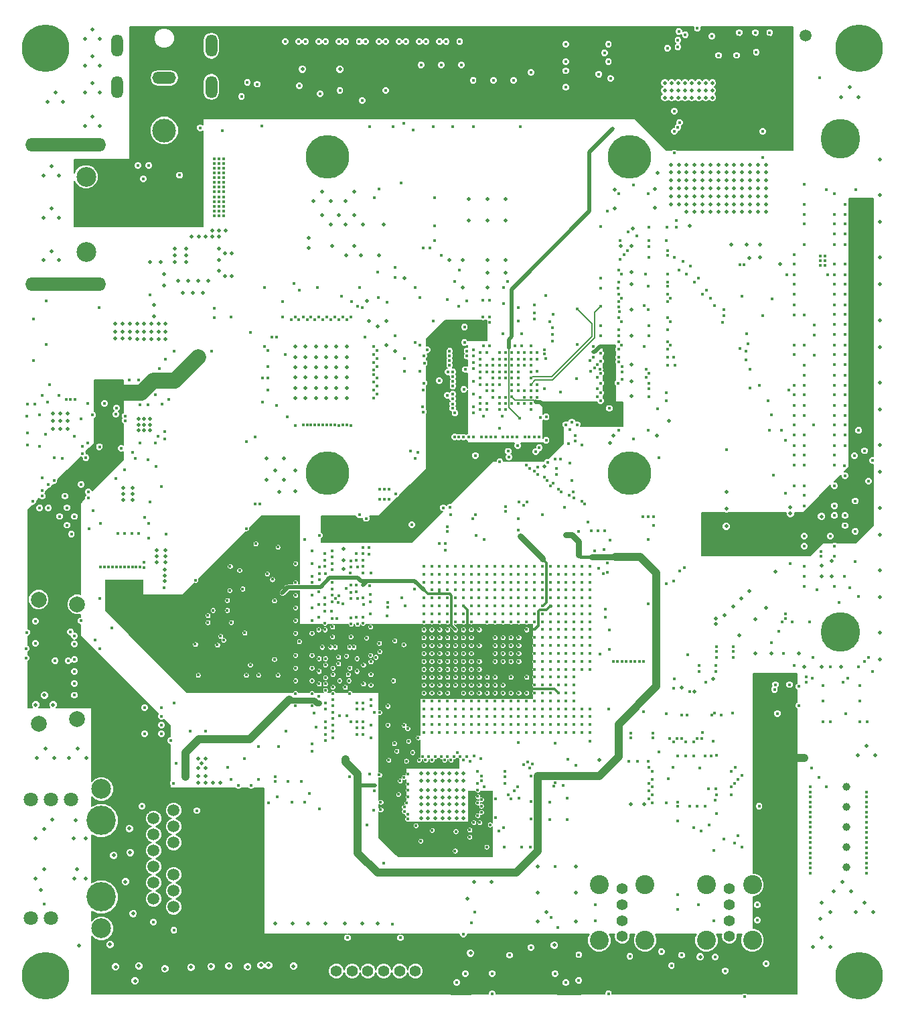
<source format=gbr>
G04 (created by PCBNEW (2013-07-07 BZR 4022)-stable) date 10/02/2015 04:29:17*
%MOIN*%
G04 Gerber Fmt 3.4, Leading zero omitted, Abs format*
%FSLAX34Y34*%
G01*
G70*
G90*
G04 APERTURE LIST*
%ADD10C,0.00590551*%
%ADD11C,0.019685*%
%ADD12R,0.0597X0.0597*%
%ADD13C,0.0597*%
%ADD14C,0.23622*%
%ADD15C,0.0787402*%
%ADD16C,0.216535*%
%ADD17C,0.0708661*%
%ADD18C,0.0590551*%
%ADD19C,0.0984252*%
%ADD20C,0.145669*%
%ADD21C,0.0393701*%
%ADD22C,0.0944882*%
%ADD23C,0.0551181*%
%ADD24C,0.015748*%
%ADD25C,0.19685*%
%ADD26O,0.401575X0.0669291*%
%ADD27O,0.0590551X0.110236*%
%ADD28O,0.11811X0.0590551*%
%ADD29C,0.11811*%
%ADD30C,0.019685*%
%ADD31C,0.011811*%
%ADD32C,0.0314961*%
%ADD33C,0.0393701*%
%ADD34C,0.015748*%
%ADD35C,0.00984252*%
%ADD36C,0.0787402*%
%ADD37C,0.00393701*%
%ADD38C,0.00787402*%
G04 APERTURE END LIST*
G54D10*
G54D11*
X71889Y-46692D03*
X71531Y-46232D03*
X71141Y-46692D03*
X71141Y-44566D03*
X71531Y-44106D03*
X71889Y-44566D03*
X71889Y-42480D03*
X71531Y-42019D03*
X71141Y-42480D03*
X71338Y-38818D03*
X71728Y-38358D03*
X72086Y-38818D03*
X73937Y-40000D03*
X73578Y-39539D03*
X73188Y-40000D03*
X73188Y-35669D03*
X73578Y-35208D03*
X73937Y-35669D03*
X73937Y-37007D03*
X73578Y-36547D03*
X73188Y-37007D03*
X73188Y-38346D03*
X73578Y-37885D03*
X73937Y-38346D03*
X104094Y-38602D03*
X104094Y-37874D03*
X104094Y-38248D03*
X103759Y-38248D03*
X103759Y-37874D03*
X103759Y-38602D03*
X103405Y-38602D03*
X103405Y-37874D03*
X103405Y-38248D03*
X103070Y-38248D03*
X103070Y-37874D03*
X103070Y-38602D03*
X105118Y-59055D03*
X105118Y-58208D03*
X105118Y-59921D03*
X107559Y-62185D03*
X88188Y-50925D03*
X88637Y-51200D03*
X93236Y-43653D03*
X92291Y-43653D03*
X94141Y-43653D03*
X94141Y-44716D03*
X94133Y-46673D03*
X94133Y-47303D03*
X92291Y-44716D03*
X84019Y-37181D03*
X85889Y-37185D03*
X79074Y-48307D03*
X78582Y-48307D03*
X78070Y-48307D03*
X77212Y-49850D03*
X77212Y-50598D03*
X77212Y-50244D03*
X76858Y-50244D03*
X76858Y-50598D03*
X76858Y-49850D03*
X76503Y-49850D03*
X76503Y-50598D03*
X76503Y-50244D03*
X75082Y-50236D03*
X75082Y-50590D03*
X75082Y-49842D03*
X74708Y-50236D03*
X74708Y-50590D03*
X74708Y-49842D03*
X75866Y-54866D03*
X76417Y-54866D03*
X76141Y-54866D03*
X76141Y-55141D03*
X76141Y-54590D03*
X76417Y-54590D03*
X76417Y-55141D03*
X75866Y-55141D03*
X71968Y-54688D03*
X71968Y-54314D03*
X71968Y-55062D03*
X72342Y-55062D03*
X72342Y-54314D03*
X72342Y-54688D03*
X75570Y-58307D03*
X75098Y-58307D03*
X77165Y-62637D03*
X106279Y-63129D03*
X105039Y-64330D03*
X79527Y-45216D03*
X80196Y-45216D03*
X79862Y-45216D03*
X79192Y-45511D03*
X79527Y-45511D03*
X78858Y-45511D03*
X78503Y-45511D03*
X77677Y-46456D03*
X78228Y-46456D03*
X78228Y-46791D03*
X77677Y-46791D03*
X84330Y-45570D03*
X78826Y-51507D03*
X79330Y-47696D03*
X78838Y-47696D03*
X78326Y-47696D03*
X77834Y-47696D03*
X76625Y-48897D03*
X77145Y-47933D03*
X77145Y-47381D03*
X77677Y-46122D03*
X78228Y-46122D03*
X76968Y-46791D03*
X79862Y-46673D03*
X86200Y-46437D03*
X86590Y-45976D03*
X86948Y-46437D03*
X85511Y-45964D03*
X84330Y-46082D03*
X80511Y-46358D03*
X80177Y-46358D03*
X80177Y-47480D03*
X80511Y-47480D03*
X74350Y-53287D03*
X74685Y-53011D03*
X74685Y-52736D03*
X74685Y-53287D03*
X75437Y-49842D03*
X75437Y-50590D03*
X75437Y-50236D03*
X98807Y-71535D03*
X104606Y-64507D03*
X105866Y-63523D03*
X105452Y-63897D03*
X107106Y-63976D03*
X104606Y-64783D03*
X106555Y-64527D03*
X105767Y-65354D03*
X106555Y-66259D03*
X103149Y-41929D03*
X103149Y-42322D03*
X103149Y-42716D03*
X103149Y-43503D03*
X103149Y-43110D03*
X103149Y-43897D03*
X103149Y-44291D03*
X102755Y-43897D03*
X102362Y-43897D03*
X102755Y-43110D03*
X102362Y-43110D03*
X102362Y-43503D03*
X102755Y-43503D03*
X102755Y-42716D03*
X102362Y-42716D03*
X102362Y-42322D03*
X102755Y-42322D03*
X102755Y-41929D03*
X102362Y-41929D03*
X103543Y-41929D03*
X103937Y-41929D03*
X103937Y-42322D03*
X103543Y-42322D03*
X103543Y-42716D03*
X103937Y-42716D03*
X103937Y-43503D03*
X103543Y-43503D03*
X103543Y-43110D03*
X103937Y-43110D03*
X103543Y-43897D03*
X103937Y-43897D03*
X103937Y-44291D03*
X103543Y-44291D03*
X107791Y-46889D03*
X101716Y-42334D03*
X106811Y-45925D03*
X106259Y-46570D03*
X93228Y-47303D03*
X93228Y-46673D03*
X93228Y-48051D03*
X92007Y-48051D03*
X100354Y-73759D03*
X101023Y-73759D03*
X97637Y-79586D03*
X97637Y-78129D03*
X97637Y-76830D03*
X95748Y-76830D03*
X95748Y-78129D03*
X93425Y-77618D03*
X92559Y-77618D03*
X92240Y-78448D03*
X92389Y-81149D03*
X96566Y-80759D03*
X95748Y-79586D03*
X96181Y-79114D03*
X74629Y-76291D03*
X75216Y-77602D03*
X75401Y-74960D03*
X87755Y-79665D03*
X87007Y-79665D03*
X86141Y-79665D03*
X82677Y-79665D03*
X83543Y-79665D03*
X85157Y-79665D03*
X84291Y-79665D03*
X79940Y-72677D03*
X79566Y-72677D03*
X78838Y-72677D03*
X79192Y-72677D03*
X109862Y-59429D03*
X110354Y-62401D03*
X110354Y-61633D03*
X109862Y-61870D03*
X109862Y-62401D03*
X108720Y-66259D03*
X107381Y-66259D03*
X104468Y-67500D03*
X103543Y-68129D03*
X102893Y-67933D03*
X99872Y-45964D03*
X81960Y-81755D03*
X81299Y-81830D03*
X83578Y-81799D03*
X82334Y-81755D03*
X102066Y-38602D03*
X102066Y-37874D03*
X102066Y-38248D03*
X102401Y-38248D03*
X102401Y-37874D03*
X102401Y-38602D03*
X102736Y-38602D03*
X102736Y-37874D03*
X102736Y-38248D03*
X104429Y-38248D03*
X104429Y-37874D03*
X104429Y-38602D03*
X103291Y-44980D03*
X106799Y-46555D03*
X83110Y-57618D03*
X82244Y-57618D03*
X82677Y-57145D03*
X103822Y-81342D03*
X93236Y-44716D03*
X86614Y-44429D03*
X86181Y-44901D03*
X87047Y-44901D03*
X85822Y-44440D03*
X86181Y-43759D03*
X86614Y-43287D03*
X87771Y-49980D03*
X85000Y-43287D03*
X84566Y-43759D03*
X85433Y-43759D03*
X85433Y-44901D03*
X85000Y-44429D03*
X86062Y-62027D03*
X86062Y-61043D03*
X86062Y-61594D03*
X82244Y-56555D03*
X83110Y-56555D03*
X83677Y-58188D03*
X83681Y-57141D03*
X82881Y-58212D03*
X88070Y-44901D03*
X92007Y-46673D03*
X91338Y-46673D03*
X87834Y-46437D03*
X89094Y-47578D03*
X87248Y-48700D03*
X88188Y-49704D03*
X87322Y-49704D03*
X96062Y-56948D03*
X99318Y-55787D03*
X101653Y-55413D03*
X102283Y-54685D03*
X99488Y-55413D03*
X100393Y-53444D03*
X100393Y-52696D03*
X100393Y-51870D03*
X100393Y-50452D03*
X100393Y-49153D03*
X100393Y-47893D03*
X100393Y-47263D03*
X100393Y-45964D03*
X100472Y-45098D03*
X106141Y-45925D03*
X105354Y-45925D03*
X99566Y-43169D03*
X99566Y-44114D03*
X101574Y-43129D03*
X101574Y-44074D03*
X111259Y-38090D03*
X110826Y-38562D03*
X111692Y-38562D03*
X112755Y-52775D03*
X112755Y-51003D03*
X112755Y-47893D03*
X112755Y-49665D03*
X112755Y-43444D03*
X112755Y-41673D03*
X112755Y-44783D03*
X112755Y-46555D03*
X112755Y-58996D03*
X112755Y-57224D03*
X112755Y-54114D03*
X112755Y-55885D03*
X112755Y-62106D03*
X112755Y-60334D03*
X112755Y-63444D03*
X112755Y-65216D03*
X112755Y-66555D03*
X110826Y-66909D03*
X109015Y-66909D03*
X109881Y-66909D03*
X112086Y-70846D03*
X111653Y-71318D03*
X112519Y-71318D03*
X111338Y-78090D03*
X110472Y-78090D03*
X110905Y-77618D03*
X112007Y-78641D03*
X111574Y-79114D03*
X112440Y-79114D03*
X110314Y-79114D03*
X109811Y-79460D03*
X109881Y-78641D03*
X109881Y-80374D03*
X109448Y-80846D03*
X110314Y-80846D03*
X79192Y-72342D03*
X78838Y-72342D03*
X75881Y-81791D03*
X75688Y-82531D03*
X77169Y-81933D03*
X74440Y-80720D03*
X72909Y-80791D03*
X74724Y-81830D03*
X72795Y-76988D03*
X72669Y-77452D03*
X73228Y-77460D03*
X71000Y-78023D03*
X70748Y-77460D03*
X71181Y-76988D03*
X71181Y-74980D03*
X70748Y-75452D03*
X71566Y-74507D03*
X73228Y-75452D03*
X72641Y-75456D03*
X72732Y-74559D03*
X72834Y-70964D03*
X72401Y-71437D03*
X73267Y-71437D03*
X71653Y-71437D03*
X70787Y-71437D03*
X71220Y-70964D03*
X71181Y-68326D03*
X70748Y-68799D03*
X71614Y-68799D03*
X80362Y-81791D03*
X78468Y-81858D03*
X79468Y-81811D03*
X75598Y-79181D03*
X75448Y-76149D03*
X76625Y-49468D03*
X75570Y-58602D03*
X75098Y-58602D03*
X79862Y-47224D03*
X79862Y-45511D03*
X79862Y-46102D03*
X76417Y-46791D03*
X75570Y-58011D03*
X75098Y-58011D03*
X92047Y-74429D03*
X91692Y-74429D03*
X90984Y-74429D03*
X91338Y-74429D03*
X90629Y-74429D03*
X90275Y-74429D03*
X89921Y-74429D03*
X89921Y-74114D03*
X90275Y-74114D03*
X90629Y-74114D03*
X91338Y-74114D03*
X90984Y-74114D03*
X91692Y-74114D03*
X92047Y-74114D03*
X92047Y-73759D03*
X91692Y-73759D03*
X90984Y-73759D03*
X91338Y-73759D03*
X90629Y-73759D03*
X90275Y-73759D03*
X89921Y-73759D03*
X89921Y-73051D03*
X90275Y-73051D03*
X90629Y-73051D03*
X91338Y-73051D03*
X90984Y-73051D03*
X91692Y-73051D03*
X92047Y-73051D03*
X92047Y-73405D03*
X91692Y-73405D03*
X90984Y-73405D03*
X91338Y-73405D03*
X90629Y-73405D03*
X90275Y-73405D03*
X89921Y-73405D03*
X89921Y-72578D03*
X90275Y-72578D03*
X90629Y-72578D03*
X91338Y-72578D03*
X90984Y-72578D03*
X91692Y-72578D03*
X92047Y-72578D03*
X92047Y-72224D03*
X91692Y-72224D03*
X90984Y-72224D03*
X91338Y-72224D03*
X90629Y-72224D03*
X90275Y-72224D03*
X89921Y-72224D03*
X77165Y-62362D03*
X77165Y-62086D03*
X77204Y-61417D03*
X76771Y-61417D03*
X76771Y-61712D03*
X77204Y-61712D03*
X77204Y-61122D03*
X76771Y-61122D03*
X71594Y-54688D03*
X71594Y-54314D03*
X71594Y-55062D03*
X76149Y-50244D03*
X75795Y-50244D03*
X75795Y-50598D03*
X76149Y-50598D03*
X75795Y-49850D03*
X76149Y-49850D03*
X75866Y-54590D03*
X108307Y-58976D03*
X108307Y-59291D03*
X104330Y-44291D03*
X104724Y-44291D03*
X105511Y-44291D03*
X105118Y-44291D03*
X105905Y-44291D03*
X106299Y-44291D03*
X106692Y-44291D03*
X107086Y-44291D03*
X107086Y-43897D03*
X106692Y-43897D03*
X106299Y-43897D03*
X105905Y-43897D03*
X105118Y-43897D03*
X105511Y-43897D03*
X104724Y-43897D03*
X104330Y-43897D03*
X107086Y-43110D03*
X106692Y-43110D03*
X106299Y-43110D03*
X105905Y-43110D03*
X105118Y-43110D03*
X105511Y-43110D03*
X104724Y-43110D03*
X104330Y-43110D03*
X104330Y-43503D03*
X104724Y-43503D03*
X105511Y-43503D03*
X105118Y-43503D03*
X105905Y-43503D03*
X106299Y-43503D03*
X106692Y-43503D03*
X107086Y-43503D03*
X107086Y-42716D03*
X106692Y-42716D03*
X106299Y-42716D03*
X105905Y-42716D03*
X105118Y-42716D03*
X105511Y-42716D03*
X104724Y-42716D03*
X104330Y-42716D03*
X104330Y-42322D03*
X104724Y-42322D03*
X105511Y-42322D03*
X105118Y-42322D03*
X105905Y-42322D03*
X106299Y-42322D03*
X106692Y-42322D03*
X107086Y-42322D03*
X107086Y-41929D03*
X106692Y-41929D03*
X106299Y-41929D03*
X105905Y-41929D03*
X105118Y-41929D03*
X105511Y-41929D03*
X104724Y-41929D03*
G54D12*
X108083Y-35511D03*
G54D13*
X109083Y-35511D03*
G54D14*
X111732Y-82283D03*
X111732Y-36141D03*
X71220Y-36141D03*
X71220Y-82283D03*
G54D11*
X104330Y-41929D03*
G54D15*
X70885Y-63562D03*
X72814Y-63799D03*
X72814Y-69507D03*
X70885Y-69744D03*
G54D11*
X78838Y-71948D03*
X78838Y-71476D03*
X79192Y-71476D03*
X79192Y-71948D03*
X79015Y-71712D03*
X83661Y-53543D03*
X83661Y-53031D03*
X83661Y-52007D03*
X83661Y-52519D03*
X83661Y-51496D03*
X83661Y-50984D03*
X84173Y-51496D03*
X84173Y-52519D03*
X84173Y-52007D03*
X84173Y-53031D03*
X84173Y-53543D03*
X84173Y-50984D03*
X84685Y-53543D03*
X84685Y-53031D03*
X84685Y-52007D03*
X84685Y-52519D03*
X84685Y-51496D03*
X84685Y-50984D03*
X85196Y-51496D03*
X85196Y-52519D03*
X85196Y-52007D03*
X85196Y-53031D03*
X85196Y-53543D03*
X85196Y-50984D03*
X85708Y-53543D03*
X85708Y-53031D03*
X85708Y-52007D03*
X85708Y-52519D03*
X85708Y-51496D03*
X85708Y-50984D03*
X86220Y-50984D03*
X86220Y-51496D03*
X86220Y-52007D03*
X86220Y-53543D03*
X86220Y-53031D03*
X86220Y-52519D03*
G54D16*
X100291Y-41531D03*
X85251Y-41531D03*
X100291Y-57279D03*
X85251Y-57279D03*
G54D17*
X71515Y-79417D03*
X70515Y-79417D03*
X72515Y-73496D03*
X71515Y-73496D03*
G54D18*
X77614Y-78854D03*
X77614Y-78055D03*
X77614Y-77255D03*
X77614Y-75657D03*
X77614Y-74858D03*
X77614Y-74059D03*
X76614Y-78454D03*
X76614Y-77655D03*
X76614Y-76856D03*
X76614Y-74458D03*
X76614Y-75257D03*
G54D19*
X74015Y-79921D03*
G54D20*
X74015Y-78356D03*
X74015Y-74557D03*
G54D19*
X74015Y-72992D03*
G54D18*
X76614Y-76057D03*
G54D17*
X70515Y-73496D03*
G54D21*
X111102Y-72881D03*
X111102Y-73881D03*
X111102Y-74881D03*
X111102Y-75881D03*
X111102Y-76881D03*
G54D22*
X106417Y-77755D03*
X104133Y-77755D03*
X106417Y-80511D03*
X104133Y-80511D03*
G54D23*
X105275Y-77952D03*
X105275Y-78740D03*
X105275Y-79527D03*
X105275Y-80314D03*
G54D22*
X101082Y-77755D03*
X98799Y-77755D03*
X101082Y-80511D03*
X98799Y-80511D03*
G54D23*
X99940Y-77952D03*
X99940Y-78740D03*
X99940Y-79527D03*
X99940Y-80314D03*
G54D24*
X98326Y-61909D03*
X98326Y-62303D03*
X98326Y-62696D03*
X98326Y-63090D03*
X98326Y-63484D03*
X98326Y-63877D03*
X98326Y-64271D03*
X98326Y-64665D03*
X98326Y-65059D03*
X98326Y-65452D03*
X98326Y-65846D03*
X98326Y-66240D03*
X98326Y-66633D03*
X98326Y-67027D03*
X98326Y-68996D03*
X98326Y-69389D03*
X98326Y-69783D03*
X98326Y-70177D03*
X97933Y-61909D03*
X97933Y-62303D03*
X97933Y-62696D03*
X97933Y-63090D03*
X97933Y-63484D03*
X97933Y-63877D03*
X97933Y-64271D03*
X97933Y-64665D03*
X97933Y-65059D03*
X97933Y-65452D03*
X97933Y-65846D03*
X97933Y-66240D03*
X97933Y-66633D03*
X97933Y-67027D03*
X97933Y-68996D03*
X97933Y-69389D03*
X97933Y-69783D03*
X97933Y-70177D03*
X97539Y-61909D03*
X97539Y-62303D03*
X97539Y-62696D03*
X97539Y-63090D03*
X97539Y-63484D03*
X97539Y-63877D03*
X97539Y-64271D03*
X97539Y-64665D03*
X97539Y-65059D03*
X97539Y-65452D03*
X97539Y-65846D03*
X97539Y-66240D03*
X97539Y-66633D03*
X97539Y-67027D03*
X97539Y-67421D03*
X97539Y-67814D03*
X97539Y-68208D03*
X97539Y-68602D03*
X97539Y-68996D03*
X97539Y-69389D03*
X97539Y-69783D03*
X97539Y-70177D03*
X97145Y-61909D03*
X97145Y-62303D03*
X97145Y-62696D03*
X97145Y-63090D03*
X97145Y-63484D03*
X97145Y-63877D03*
X97145Y-64271D03*
X97145Y-64665D03*
X97145Y-65059D03*
X97145Y-65452D03*
X97145Y-65846D03*
X97145Y-66240D03*
X97145Y-66633D03*
X97145Y-67027D03*
X97145Y-67421D03*
X97145Y-67814D03*
X97145Y-68208D03*
X97145Y-68602D03*
X97145Y-68996D03*
X97145Y-69389D03*
X97145Y-69783D03*
X97145Y-70177D03*
X96751Y-61909D03*
X96751Y-62303D03*
X96751Y-62696D03*
X96751Y-63090D03*
X96751Y-63484D03*
X96751Y-63877D03*
X96751Y-64271D03*
X96751Y-64665D03*
X96751Y-65059D03*
X96751Y-65452D03*
X96751Y-65846D03*
X96751Y-66240D03*
X96751Y-66633D03*
X96751Y-67027D03*
X96751Y-67421D03*
X96751Y-67814D03*
X96751Y-68208D03*
X96751Y-68602D03*
X96751Y-68996D03*
X96751Y-69389D03*
X96751Y-69783D03*
X96751Y-70177D03*
X96358Y-61909D03*
X96358Y-62303D03*
X96358Y-62696D03*
X96358Y-63090D03*
X96358Y-63484D03*
X96358Y-63877D03*
X96358Y-64271D03*
X96358Y-64665D03*
X96358Y-65059D03*
X96358Y-65452D03*
X96358Y-65846D03*
X96358Y-66240D03*
X96358Y-66633D03*
X96358Y-67027D03*
X96358Y-67421D03*
X96358Y-67814D03*
X96358Y-68208D03*
X96358Y-68602D03*
X96358Y-68996D03*
X96358Y-69389D03*
X96358Y-69783D03*
X96358Y-70177D03*
X95964Y-61909D03*
X95964Y-62303D03*
X95964Y-62696D03*
X95964Y-63090D03*
X95964Y-63484D03*
X95964Y-63877D03*
X95964Y-64271D03*
X95964Y-64665D03*
X95964Y-65059D03*
X95964Y-65452D03*
X95964Y-65846D03*
X95964Y-66240D03*
X95964Y-66633D03*
X95964Y-67027D03*
X95964Y-67421D03*
X95964Y-67814D03*
X95964Y-68208D03*
X95964Y-68602D03*
X95964Y-68996D03*
X95964Y-69389D03*
X95964Y-69783D03*
X95964Y-70177D03*
X95570Y-61909D03*
X95570Y-62303D03*
X95570Y-62696D03*
X95570Y-63090D03*
X95570Y-63484D03*
X95570Y-63877D03*
X95570Y-64271D03*
X95570Y-64665D03*
X95570Y-65059D03*
X95570Y-65452D03*
X95570Y-65846D03*
X95570Y-66240D03*
X95570Y-66633D03*
X95570Y-67027D03*
X95570Y-67421D03*
X95570Y-67814D03*
X95570Y-68208D03*
X95570Y-68602D03*
X95570Y-68996D03*
X95570Y-69389D03*
X95570Y-69783D03*
X95570Y-70177D03*
X95177Y-61909D03*
X95177Y-62303D03*
X95177Y-62696D03*
X95177Y-63090D03*
X95177Y-63484D03*
X95177Y-63877D03*
X95177Y-64271D03*
X95177Y-64665D03*
X95177Y-65059D03*
X95177Y-65452D03*
X95177Y-65846D03*
X95177Y-66240D03*
X95177Y-66633D03*
X95177Y-67421D03*
X95177Y-67814D03*
X95177Y-68208D03*
X95177Y-68602D03*
X95177Y-68996D03*
X95177Y-69389D03*
X95177Y-69783D03*
X95177Y-70177D03*
X94783Y-61909D03*
X94783Y-62303D03*
X94783Y-62696D03*
X94783Y-63090D03*
X94783Y-63484D03*
X94783Y-63877D03*
X94783Y-64271D03*
X94783Y-64665D03*
X94783Y-65059D03*
X94783Y-65452D03*
X94783Y-65846D03*
X94783Y-66240D03*
X94783Y-66633D03*
X94783Y-67027D03*
X94783Y-68208D03*
X94783Y-68602D03*
X94783Y-68996D03*
X94783Y-69389D03*
X94783Y-69783D03*
X94783Y-70177D03*
X94389Y-61909D03*
X94389Y-62303D03*
X94389Y-62696D03*
X94389Y-63090D03*
X94389Y-63484D03*
X94389Y-63877D03*
X94389Y-64271D03*
X94389Y-64665D03*
X94389Y-65059D03*
X94389Y-65452D03*
X94389Y-65846D03*
X94389Y-66240D03*
X94389Y-66633D03*
X94389Y-67027D03*
X94389Y-67421D03*
X94389Y-67814D03*
X94389Y-68208D03*
X94389Y-68602D03*
X94389Y-68996D03*
X94389Y-69389D03*
X94389Y-69783D03*
X94389Y-70177D03*
X93996Y-61909D03*
X93996Y-62303D03*
X93996Y-62696D03*
X93996Y-63090D03*
X93996Y-63484D03*
X93996Y-63877D03*
X93996Y-64271D03*
X93996Y-64665D03*
X93996Y-65059D03*
X93996Y-65452D03*
X93996Y-65846D03*
X93996Y-66240D03*
X93996Y-66633D03*
X93996Y-67027D03*
X93996Y-67814D03*
X93996Y-68208D03*
X93996Y-68602D03*
X93996Y-68996D03*
X93996Y-69389D03*
X93996Y-69783D03*
X93996Y-70177D03*
X93602Y-61909D03*
X93602Y-62303D03*
X93602Y-62696D03*
X93602Y-63090D03*
X93602Y-63484D03*
X93602Y-63877D03*
X93602Y-64271D03*
X93602Y-64665D03*
X93602Y-65059D03*
X93602Y-65452D03*
X93602Y-65846D03*
X93602Y-66240D03*
X93602Y-66633D03*
X93602Y-67027D03*
X93602Y-67421D03*
X93602Y-67814D03*
X93602Y-68208D03*
X93602Y-68602D03*
X93602Y-68996D03*
X93602Y-69389D03*
X93602Y-69783D03*
X93602Y-70177D03*
X93208Y-61909D03*
X93208Y-62303D03*
X93208Y-62696D03*
X93208Y-63090D03*
X93208Y-63484D03*
X93208Y-63877D03*
X93208Y-64271D03*
X93208Y-64665D03*
X93208Y-65059D03*
X93208Y-65452D03*
X93208Y-65846D03*
X93208Y-66240D03*
X93208Y-66633D03*
X93208Y-67027D03*
X93208Y-67421D03*
X93208Y-67814D03*
X93208Y-68208D03*
X93208Y-68602D03*
X93208Y-68996D03*
X93208Y-69389D03*
X93208Y-69783D03*
X93208Y-70177D03*
X92814Y-61909D03*
X92814Y-62303D03*
X92814Y-62696D03*
X92814Y-63090D03*
X92814Y-63484D03*
X92814Y-63877D03*
X92814Y-64271D03*
X92814Y-65059D03*
X92814Y-65452D03*
X92814Y-65846D03*
X92814Y-66240D03*
X92814Y-66633D03*
X92814Y-67027D03*
X92814Y-67421D03*
X92814Y-67814D03*
X92814Y-68208D03*
X92814Y-68602D03*
X92814Y-68996D03*
X92814Y-69389D03*
X92814Y-69783D03*
X92814Y-70177D03*
X92421Y-61909D03*
X92421Y-62303D03*
X92421Y-62696D03*
X92421Y-63090D03*
X92421Y-63484D03*
X92421Y-63877D03*
X92421Y-64271D03*
X92421Y-64665D03*
X92421Y-65059D03*
X92421Y-65452D03*
X92421Y-65846D03*
X92421Y-66240D03*
X92421Y-66633D03*
X92421Y-67027D03*
X92421Y-67421D03*
X92421Y-67814D03*
X92421Y-68208D03*
X92421Y-68602D03*
X92421Y-68996D03*
X92421Y-69389D03*
X92421Y-69783D03*
X92421Y-70177D03*
X92027Y-61909D03*
X92027Y-62303D03*
X92027Y-62696D03*
X92027Y-63090D03*
X92027Y-63484D03*
X92027Y-63877D03*
X92027Y-64271D03*
X92027Y-64665D03*
X92027Y-65059D03*
X92027Y-65452D03*
X92027Y-65846D03*
X92027Y-66240D03*
X92027Y-66633D03*
X92027Y-67027D03*
X92027Y-67421D03*
X92027Y-67814D03*
X92027Y-68208D03*
X92027Y-68602D03*
X92027Y-68996D03*
X92027Y-69389D03*
X92027Y-69783D03*
X92027Y-70177D03*
X91633Y-61909D03*
X91633Y-62303D03*
X91633Y-62696D03*
X91633Y-63090D03*
X91633Y-63484D03*
X91633Y-63877D03*
X91633Y-64271D03*
X91633Y-64665D03*
X91633Y-65059D03*
X91633Y-65452D03*
X91633Y-65846D03*
X91633Y-66240D03*
X91633Y-66633D03*
X91633Y-67027D03*
X91633Y-67421D03*
X91633Y-67814D03*
X91633Y-68208D03*
X91633Y-68602D03*
X91633Y-68996D03*
X91633Y-69389D03*
X91633Y-69783D03*
X91633Y-70177D03*
X91240Y-61909D03*
X91240Y-62303D03*
X91240Y-62696D03*
X91240Y-63090D03*
X91240Y-63484D03*
X91240Y-63877D03*
X91240Y-64271D03*
X91240Y-64665D03*
X91240Y-65059D03*
X91240Y-65452D03*
X91240Y-65846D03*
X91240Y-66240D03*
X91240Y-66633D03*
X91240Y-67027D03*
X91240Y-67421D03*
X91240Y-67814D03*
X91240Y-68208D03*
X91240Y-68602D03*
X91240Y-68996D03*
X91240Y-69389D03*
X91240Y-69783D03*
X91240Y-70177D03*
X90846Y-61909D03*
X90846Y-62303D03*
X90846Y-62696D03*
X90846Y-63090D03*
X90846Y-63484D03*
X90846Y-63877D03*
X90846Y-64271D03*
X90846Y-64665D03*
X90846Y-65059D03*
X90846Y-65452D03*
X90846Y-65846D03*
X90846Y-66240D03*
X90846Y-66633D03*
X90846Y-67027D03*
X90846Y-67421D03*
X90846Y-67814D03*
X90846Y-68208D03*
X90846Y-68602D03*
X90846Y-68996D03*
X90846Y-69389D03*
X90846Y-69783D03*
X90846Y-70177D03*
X90452Y-61909D03*
X90452Y-62303D03*
X90452Y-62696D03*
X90452Y-63090D03*
X90452Y-63484D03*
X90452Y-63877D03*
X90452Y-64271D03*
X90452Y-64665D03*
X90452Y-65059D03*
X90452Y-65452D03*
X90452Y-65846D03*
X90452Y-66240D03*
X90452Y-66633D03*
X90452Y-67027D03*
X90452Y-67421D03*
X90452Y-67814D03*
X90452Y-68208D03*
X90452Y-68602D03*
X90452Y-68996D03*
X90452Y-69389D03*
X90452Y-69783D03*
X90452Y-70177D03*
X90059Y-61909D03*
X90059Y-62303D03*
X90059Y-62696D03*
X90059Y-63090D03*
X90059Y-63484D03*
X90059Y-63877D03*
X90059Y-64271D03*
X90059Y-64665D03*
X90059Y-65059D03*
X90059Y-65452D03*
X90059Y-65846D03*
X90059Y-66240D03*
X90059Y-66633D03*
X90059Y-67027D03*
X90059Y-67421D03*
X90059Y-67814D03*
X90059Y-68208D03*
X90059Y-68602D03*
X90059Y-68996D03*
X90059Y-69389D03*
X90059Y-69783D03*
X90059Y-70177D03*
G54D25*
X110787Y-40633D03*
X110787Y-65192D03*
G54D24*
X80102Y-44000D03*
X79866Y-44000D03*
X79629Y-44236D03*
X79629Y-44000D03*
X79629Y-44472D03*
X79866Y-44472D03*
X80102Y-44472D03*
X80102Y-44236D03*
X79866Y-44236D03*
X79629Y-43055D03*
X79866Y-43055D03*
X80102Y-43055D03*
X79866Y-43527D03*
X80102Y-43527D03*
X80102Y-43763D03*
X79866Y-43763D03*
X79629Y-43763D03*
X79629Y-43291D03*
X79629Y-43527D03*
X79866Y-43291D03*
X80102Y-43291D03*
X80102Y-42346D03*
X79866Y-42346D03*
X79629Y-42582D03*
X79629Y-42346D03*
X79629Y-42818D03*
X79866Y-42818D03*
X80102Y-42818D03*
X80102Y-42582D03*
X79866Y-42582D03*
X79866Y-41874D03*
X80102Y-41874D03*
X80102Y-42110D03*
X79866Y-42110D03*
X79629Y-42110D03*
X79629Y-41637D03*
X79629Y-41874D03*
X79866Y-41637D03*
X80102Y-41637D03*
G54D19*
X73251Y-42539D03*
X73251Y-44409D03*
X73251Y-46279D03*
G54D26*
X72244Y-47874D03*
X72244Y-40944D03*
G54D27*
X74803Y-38066D03*
X74803Y-36019D03*
X79488Y-36019D03*
G54D28*
X77145Y-37614D03*
G54D27*
X79488Y-38066D03*
G54D29*
X77145Y-40232D03*
G54D23*
X85708Y-82047D03*
X86496Y-82047D03*
X89645Y-82047D03*
X88858Y-82047D03*
X88070Y-82047D03*
X87283Y-82047D03*
G54D24*
X99468Y-40137D03*
X94822Y-54557D03*
X89271Y-73051D03*
X87606Y-73062D03*
X95389Y-73602D03*
X92923Y-74143D03*
X96326Y-73629D03*
X92539Y-74645D03*
X82751Y-73385D03*
X90462Y-71545D03*
X83507Y-73649D03*
X90620Y-71377D03*
X84149Y-73633D03*
X90935Y-71377D03*
X84377Y-73212D03*
X91250Y-71377D03*
X91407Y-71545D03*
X91564Y-71377D03*
X91879Y-71377D03*
X92037Y-71545D03*
X92923Y-73828D03*
X92746Y-73671D03*
X92923Y-73513D03*
X92746Y-73356D03*
X92746Y-73041D03*
X93080Y-72883D03*
X92746Y-72726D03*
X92923Y-72568D03*
X102755Y-47185D03*
X111023Y-44409D03*
X110511Y-44881D03*
X102952Y-46751D03*
X99763Y-47185D03*
X102185Y-48759D03*
X105000Y-49133D03*
X111023Y-48897D03*
X99763Y-48759D03*
X104921Y-49763D03*
X110511Y-49370D03*
X103149Y-47381D03*
X102185Y-47381D03*
X111023Y-44881D03*
X110511Y-45393D03*
X103346Y-46968D03*
X99901Y-47381D03*
X103543Y-47775D03*
X102185Y-47775D03*
X111023Y-45905D03*
X99763Y-47775D03*
X103740Y-47578D03*
X110511Y-46889D03*
X103937Y-48366D03*
X102185Y-48366D03*
X111023Y-47401D03*
X104133Y-48188D03*
X99763Y-48366D03*
X110511Y-47874D03*
X104330Y-48562D03*
X102322Y-48562D03*
X111023Y-47874D03*
X104527Y-48956D03*
X99901Y-48562D03*
X110511Y-48385D03*
X102185Y-49547D03*
X106102Y-51653D03*
X110511Y-51377D03*
X99763Y-49547D03*
X105787Y-51062D03*
X110511Y-50905D03*
X102185Y-51122D03*
X108070Y-55629D03*
X110511Y-55393D03*
X108070Y-58267D03*
X99763Y-51122D03*
X111023Y-55393D03*
X102322Y-49744D03*
X106299Y-52125D03*
X111023Y-51889D03*
X106771Y-52913D03*
X99901Y-49744D03*
X111023Y-52401D03*
X102185Y-50137D03*
X107204Y-53661D03*
X111023Y-53385D03*
X106299Y-53051D03*
X110511Y-52401D03*
X99763Y-50137D03*
X107362Y-54370D03*
X102185Y-50728D03*
X110511Y-53897D03*
X107283Y-55157D03*
X99763Y-50728D03*
X111023Y-53897D03*
X102322Y-50925D03*
X107874Y-55157D03*
X111023Y-54881D03*
X107480Y-57381D03*
X99901Y-50925D03*
X110511Y-54409D03*
X85137Y-61909D03*
X86437Y-61633D03*
X87027Y-61909D03*
X85511Y-61141D03*
X87027Y-60964D03*
X85511Y-61771D03*
X87027Y-61594D03*
X85137Y-61594D03*
X86712Y-61594D03*
X85511Y-61456D03*
X87027Y-61279D03*
X85137Y-61279D03*
X86712Y-61279D03*
X85137Y-63484D03*
X87027Y-63484D03*
X85452Y-64153D03*
X86712Y-64429D03*
X87401Y-64291D03*
X84822Y-64429D03*
X87401Y-64921D03*
X84822Y-65059D03*
X85679Y-63523D03*
X85511Y-63031D03*
X88956Y-63464D03*
X86712Y-63169D03*
X87864Y-66151D03*
X87362Y-62874D03*
X84822Y-63169D03*
X87401Y-63661D03*
X89133Y-63877D03*
X84822Y-63799D03*
X85137Y-64744D03*
X85816Y-63700D03*
X88267Y-63952D03*
X87027Y-64744D03*
X87047Y-69645D03*
X85531Y-69803D03*
X85157Y-69645D03*
X86732Y-70275D03*
X85157Y-70590D03*
X86732Y-69645D03*
X86141Y-67921D03*
X85157Y-69960D03*
X87047Y-69960D03*
X85531Y-70118D03*
X86732Y-69960D03*
X85157Y-70275D03*
X87047Y-70275D03*
X85531Y-70433D03*
X87047Y-67755D03*
X85157Y-68070D03*
X86732Y-67125D03*
X85531Y-67283D03*
X84842Y-67125D03*
X87421Y-67283D03*
X84842Y-66496D03*
X87421Y-66653D03*
X86250Y-69330D03*
X85531Y-68543D03*
X84842Y-68385D03*
X87421Y-68543D03*
X84842Y-67755D03*
X87421Y-67814D03*
X87047Y-66811D03*
X85157Y-66811D03*
X95177Y-56889D03*
X87568Y-50984D03*
X95324Y-57037D03*
X87726Y-51181D03*
X97933Y-58661D03*
X87726Y-53346D03*
X98080Y-58809D03*
X87568Y-53543D03*
X95570Y-57185D03*
X87568Y-51377D03*
X87726Y-51574D03*
X95718Y-57332D03*
X96062Y-57480D03*
X87568Y-51771D03*
X96210Y-57627D03*
X87726Y-51968D03*
X96751Y-58070D03*
X87726Y-52559D03*
X96899Y-58218D03*
X87568Y-52755D03*
X97293Y-58366D03*
X87726Y-52952D03*
X97539Y-58513D03*
X87568Y-53149D03*
X83858Y-65649D03*
X95248Y-71637D03*
X86358Y-72364D03*
X95031Y-71787D03*
X87370Y-72228D03*
X95318Y-71940D03*
X87846Y-72287D03*
X96606Y-70704D03*
X91505Y-54055D03*
X91515Y-52952D03*
X94143Y-58956D03*
X91348Y-51909D03*
X91348Y-51683D03*
X90826Y-52687D03*
X91505Y-53572D03*
X91505Y-53346D03*
X91515Y-52470D03*
X91348Y-51427D03*
X91515Y-52726D03*
X94143Y-59173D03*
X91505Y-53828D03*
X91348Y-51200D03*
X91515Y-52244D03*
X95098Y-55492D03*
X95305Y-55492D03*
X92519Y-55492D03*
X91811Y-55492D03*
X92293Y-55492D03*
X92037Y-55492D03*
X93415Y-55492D03*
X93641Y-55492D03*
X95787Y-55492D03*
X94478Y-55492D03*
X94704Y-55492D03*
X95561Y-55492D03*
X93996Y-55492D03*
X94222Y-55492D03*
X92933Y-55492D03*
X93159Y-55492D03*
X82795Y-67322D03*
X82795Y-60954D03*
X78828Y-67322D03*
X80413Y-61909D03*
X81909Y-58799D03*
X81830Y-67322D03*
X94783Y-59547D03*
X81220Y-67322D03*
X81692Y-60787D03*
X102129Y-69228D03*
X102129Y-62779D03*
X77007Y-68937D03*
X77007Y-69370D03*
X77007Y-69803D03*
X77007Y-70236D03*
X109291Y-77165D03*
X109291Y-76909D03*
X109291Y-74645D03*
X109291Y-74389D03*
X109291Y-74143D03*
X109291Y-73887D03*
X109291Y-73641D03*
X109291Y-73385D03*
X109291Y-76663D03*
X109291Y-76407D03*
X109291Y-76161D03*
X109291Y-75905D03*
X109291Y-75649D03*
X109291Y-75403D03*
X109291Y-75147D03*
X109291Y-74891D03*
X112106Y-77165D03*
X112106Y-76909D03*
X112106Y-74645D03*
X112106Y-74389D03*
X112106Y-74143D03*
X112106Y-73887D03*
X112106Y-73631D03*
X112106Y-73385D03*
X112106Y-76663D03*
X112106Y-76407D03*
X112106Y-76161D03*
X112106Y-75905D03*
X112106Y-75649D03*
X112106Y-75403D03*
X112106Y-75147D03*
X112106Y-74901D03*
X101013Y-69143D03*
X101269Y-71909D03*
X101417Y-72106D03*
X94094Y-72106D03*
X94094Y-72391D03*
X101417Y-72500D03*
X94094Y-72696D03*
X101269Y-72696D03*
X94724Y-72893D03*
X101417Y-72893D03*
X94566Y-73090D03*
X101269Y-73090D03*
X94251Y-73287D03*
X101417Y-73287D03*
X101269Y-73484D03*
X94409Y-73484D03*
X72677Y-65767D03*
X73710Y-65570D03*
X104511Y-79535D03*
X103728Y-78740D03*
X94055Y-75866D03*
X105000Y-75492D03*
X105354Y-72893D03*
X95354Y-75866D03*
X105885Y-75866D03*
X105885Y-72303D03*
X104507Y-76043D03*
X104566Y-73543D03*
X96594Y-76850D03*
X93188Y-75866D03*
X105708Y-75314D03*
X105708Y-72500D03*
X94921Y-75866D03*
X105531Y-75688D03*
X105531Y-72696D03*
X95393Y-37350D03*
X95393Y-50954D03*
X94448Y-51289D03*
X88641Y-47047D03*
X91594Y-47755D03*
X94242Y-47755D03*
X89921Y-36968D03*
X92874Y-51289D03*
X90925Y-36968D03*
X93188Y-51919D03*
X91929Y-36968D03*
X93031Y-50954D03*
X92519Y-37736D03*
X93188Y-51289D03*
X93523Y-37736D03*
X93346Y-50954D03*
X94527Y-37736D03*
X93503Y-51604D03*
X104744Y-36496D03*
X98513Y-50964D03*
X93818Y-51289D03*
X105629Y-36496D03*
X98336Y-51692D03*
X93818Y-51604D03*
X106614Y-36338D03*
X94133Y-51919D03*
X98690Y-51879D03*
X99360Y-37647D03*
X97440Y-54728D03*
X95393Y-53494D03*
X86992Y-38740D03*
X94133Y-52549D03*
X84905Y-38409D03*
X94763Y-52864D03*
X88169Y-38248D03*
X95393Y-53809D03*
X85885Y-38244D03*
X94763Y-53179D03*
X83866Y-38015D03*
X95866Y-54498D03*
X111053Y-69242D03*
X107657Y-69232D03*
X76692Y-55787D03*
X76161Y-59488D03*
X89468Y-59842D03*
X78681Y-65787D03*
X76830Y-55452D03*
X87844Y-65738D03*
X70944Y-54389D03*
X70590Y-58681D03*
X98248Y-59724D03*
X77381Y-53622D03*
X72716Y-53622D03*
X101259Y-53484D03*
X84862Y-62263D03*
X84862Y-62578D03*
X87047Y-69015D03*
X87047Y-68700D03*
X86870Y-59360D03*
X91387Y-59360D03*
X86751Y-61948D03*
X86437Y-61948D03*
X92500Y-59527D03*
X87194Y-59527D03*
X87037Y-62253D03*
X86437Y-63523D03*
X85728Y-64507D03*
X85511Y-63661D03*
X84488Y-62401D03*
X84143Y-60570D03*
X93061Y-60570D03*
X86200Y-63011D03*
X86437Y-64783D03*
X85511Y-64921D03*
X85511Y-62086D03*
X84862Y-61948D03*
X84862Y-60374D03*
X92667Y-60374D03*
X85177Y-62263D03*
X85846Y-63366D03*
X86407Y-62234D03*
X85866Y-67598D03*
X85866Y-69330D03*
X85807Y-66417D03*
X85531Y-69488D03*
X85157Y-69015D03*
X85000Y-65925D03*
X85531Y-67913D03*
X86289Y-67283D03*
X87598Y-69173D03*
X87667Y-66427D03*
X85639Y-65925D03*
X86358Y-65925D03*
X86417Y-69645D03*
X86200Y-66368D03*
X87864Y-69173D03*
X88248Y-64374D03*
X86574Y-65925D03*
X86732Y-69015D03*
X85531Y-69173D03*
X85413Y-65925D03*
X73011Y-64625D03*
X73917Y-66003D03*
X79783Y-65816D03*
X86220Y-49635D03*
X79940Y-65383D03*
X85826Y-49635D03*
X74547Y-64980D03*
X96358Y-57923D03*
X87568Y-52372D03*
X87568Y-52155D03*
X96505Y-57775D03*
X81043Y-63031D03*
X84448Y-49517D03*
X84645Y-49635D03*
X80885Y-62106D03*
X80098Y-65580D03*
X85629Y-49517D03*
X97500Y-58208D03*
X111023Y-49370D03*
X105118Y-56102D03*
X99763Y-51515D03*
X97342Y-56791D03*
X111496Y-56417D03*
X102185Y-51515D03*
X107746Y-65137D03*
X108503Y-48385D03*
X108503Y-47874D03*
X107362Y-65698D03*
X94311Y-56486D03*
X89401Y-56161D03*
X91236Y-60165D03*
X98555Y-61129D03*
X89767Y-56240D03*
X91232Y-59937D03*
X94870Y-60425D03*
X95968Y-61555D03*
X95078Y-51917D03*
X91602Y-55480D03*
X81653Y-55472D03*
X74822Y-60275D03*
X81653Y-58799D03*
X94744Y-55905D03*
X94448Y-52234D03*
X98740Y-60137D03*
X99921Y-52244D03*
X94921Y-50954D03*
X95078Y-51604D03*
X99921Y-52608D03*
X99074Y-60137D03*
X97696Y-50875D03*
X94606Y-50954D03*
X95724Y-56984D03*
X94133Y-51289D03*
X81417Y-50285D03*
X81417Y-66811D03*
X90236Y-51141D03*
X91358Y-58984D03*
X95964Y-59360D03*
X94133Y-51604D03*
X94751Y-49720D03*
X94448Y-51604D03*
X96318Y-49753D03*
X95078Y-51289D03*
X98513Y-51515D03*
X98405Y-60137D03*
X98362Y-52220D03*
X97783Y-60185D03*
X94448Y-51919D03*
X93848Y-56722D03*
X94133Y-52234D03*
X88641Y-50433D03*
X88641Y-47539D03*
X95393Y-51289D03*
X75157Y-60275D03*
X96078Y-53062D03*
X89881Y-50925D03*
X89881Y-48543D03*
X94763Y-52234D03*
X75531Y-60275D03*
X96220Y-56732D03*
X89625Y-56555D03*
X89645Y-48041D03*
X89645Y-50767D03*
X94763Y-51919D03*
X91614Y-54291D03*
X94763Y-51604D03*
X94763Y-53809D03*
X95566Y-49614D03*
X95393Y-54124D03*
X96151Y-54488D03*
X98503Y-51259D03*
X99874Y-54547D03*
X93090Y-50334D03*
X90984Y-51200D03*
X96724Y-55059D03*
X85118Y-59763D03*
X93346Y-49763D03*
X85118Y-59566D03*
X85118Y-59960D03*
X94448Y-53484D03*
X95393Y-51604D03*
X93484Y-55944D03*
X76102Y-42637D03*
X75826Y-41968D03*
X76377Y-41968D03*
X94881Y-40039D03*
X92519Y-40039D03*
X91515Y-40039D03*
X90531Y-40039D03*
X91181Y-35807D03*
X91850Y-35807D03*
X90846Y-35807D03*
X90177Y-35807D03*
X89173Y-35807D03*
X89842Y-35807D03*
X88838Y-35807D03*
X88169Y-35807D03*
X87165Y-35807D03*
X87834Y-35807D03*
X86181Y-35807D03*
X86850Y-35807D03*
X85846Y-35807D03*
X85177Y-35807D03*
X84173Y-35807D03*
X84842Y-35807D03*
X83838Y-35807D03*
X83169Y-35807D03*
X94763Y-52549D03*
X96122Y-51564D03*
X89901Y-75570D03*
X106043Y-83326D03*
X107106Y-81673D03*
X98858Y-45019D03*
X97637Y-71811D03*
X82677Y-72362D03*
X82677Y-72618D03*
X92614Y-79094D03*
X92425Y-79633D03*
X93464Y-83169D03*
X93464Y-82165D03*
X71417Y-52874D03*
X88070Y-76692D03*
X87244Y-74763D03*
X101496Y-59862D03*
X101240Y-60570D03*
X103027Y-61964D03*
X102696Y-78976D03*
X102696Y-78228D03*
X96141Y-48435D03*
X95551Y-48897D03*
X96614Y-56574D03*
X92185Y-48700D03*
X91811Y-48976D03*
X93996Y-50334D03*
X90078Y-52795D03*
X90059Y-51437D03*
X89094Y-52224D03*
X87775Y-47283D03*
X92627Y-56397D03*
X96476Y-50374D03*
X97145Y-54862D03*
X82322Y-73661D03*
X83956Y-72618D03*
X83307Y-72618D03*
X70334Y-55866D03*
X84645Y-54893D03*
X74173Y-53818D03*
X71377Y-59015D03*
X71653Y-57637D03*
X72204Y-58425D03*
X71062Y-58425D03*
X71062Y-57519D03*
X71062Y-58149D03*
X71377Y-57834D03*
X73070Y-55944D03*
X75000Y-56043D03*
X77165Y-55570D03*
X77047Y-53838D03*
X76417Y-58700D03*
X74744Y-57539D03*
X75165Y-57094D03*
X73937Y-63523D03*
X76318Y-56614D03*
X75944Y-53877D03*
X74744Y-54350D03*
X73917Y-55964D03*
X71673Y-56515D03*
X73326Y-55767D03*
X72657Y-55433D03*
X73326Y-53799D03*
X72480Y-53622D03*
X72263Y-53622D03*
X71318Y-53740D03*
X71082Y-53405D03*
X71220Y-55354D03*
X70334Y-55275D03*
X70334Y-53838D03*
X72677Y-59429D03*
X71929Y-59429D03*
X72303Y-59862D03*
X72303Y-58996D03*
X73248Y-56515D03*
X73011Y-57834D03*
X76732Y-56929D03*
X73956Y-59763D03*
X73366Y-58208D03*
X73366Y-58523D03*
X77125Y-62992D03*
X77244Y-60314D03*
X75944Y-61929D03*
X76141Y-61722D03*
X73976Y-61929D03*
X75748Y-61929D03*
X75157Y-61929D03*
X74566Y-61929D03*
X75354Y-61929D03*
X75551Y-61929D03*
X74763Y-61929D03*
X74960Y-61929D03*
X74370Y-61929D03*
X74173Y-61929D03*
X79311Y-64704D03*
X106003Y-46909D03*
X105787Y-46909D03*
X105905Y-48464D03*
X106141Y-50334D03*
X95393Y-72342D03*
X101456Y-70196D03*
X101456Y-70452D03*
X100354Y-70196D03*
X100354Y-70452D03*
X91122Y-60767D03*
X90846Y-60767D03*
X91023Y-58996D03*
X88090Y-58070D03*
X87854Y-58070D03*
X88346Y-58070D03*
X88090Y-58562D03*
X87854Y-58562D03*
X88346Y-58562D03*
X94783Y-70688D03*
X80019Y-40255D03*
X82007Y-40000D03*
X77637Y-51200D03*
X79507Y-51200D03*
X70649Y-49625D03*
X71279Y-50866D03*
X76437Y-48405D03*
X82736Y-53917D03*
X101220Y-63779D03*
X76610Y-79602D03*
X77618Y-80015D03*
X76039Y-73850D03*
X78771Y-74062D03*
X98598Y-79535D03*
X98614Y-78740D03*
X106657Y-78755D03*
X106669Y-79515D03*
X104566Y-81350D03*
X105070Y-82031D03*
X100318Y-81314D03*
X97779Y-82507D03*
X97783Y-81228D03*
X77196Y-51598D03*
X75385Y-52645D03*
X75858Y-52633D03*
X76901Y-52090D03*
X75874Y-60275D03*
X99338Y-60614D03*
X102795Y-62157D03*
X92649Y-59354D03*
X88677Y-58311D03*
X106933Y-41566D03*
X106933Y-40287D03*
X81283Y-37846D03*
X81775Y-37929D03*
X102188Y-36141D03*
X96389Y-79389D03*
X96732Y-79881D03*
X96594Y-82165D03*
X97133Y-82622D03*
X91708Y-82618D03*
X92125Y-82169D03*
X92035Y-80204D03*
X89055Y-65807D03*
X86330Y-67598D03*
X93622Y-73484D03*
X88543Y-67598D03*
X88267Y-68858D03*
X90031Y-54228D03*
X97696Y-54862D03*
X97669Y-52586D03*
X96984Y-72811D03*
X96531Y-72846D03*
X91244Y-53405D03*
X92051Y-53106D03*
X96870Y-53244D03*
X95814Y-56015D03*
X87007Y-49051D03*
X85980Y-48468D03*
X83027Y-49500D03*
X84779Y-48055D03*
X84055Y-54893D03*
X84251Y-54893D03*
X84448Y-54893D03*
X84842Y-54889D03*
X85039Y-54893D03*
X85236Y-54893D03*
X85433Y-54893D03*
X85629Y-54893D03*
X85826Y-54897D03*
X86023Y-54893D03*
X86220Y-54893D03*
X103177Y-69322D03*
X104535Y-69196D03*
X104397Y-69322D03*
X103917Y-70177D03*
X105433Y-69212D03*
X104877Y-69318D03*
X88590Y-70720D03*
X84055Y-49517D03*
X98858Y-48070D03*
X105000Y-49429D03*
X106948Y-49429D03*
X102165Y-45039D03*
X104409Y-35551D03*
X102755Y-35314D03*
X99055Y-36377D03*
X99251Y-36811D03*
X99251Y-35944D03*
X97125Y-36811D03*
X97125Y-35944D03*
X95393Y-80866D03*
X76161Y-70236D03*
X76161Y-68937D03*
X91614Y-76062D03*
X107952Y-66259D03*
X111181Y-67480D03*
X109409Y-67480D03*
X111771Y-67854D03*
X111771Y-68602D03*
X109921Y-68602D03*
X109921Y-67854D03*
X108740Y-68838D03*
X109094Y-67677D03*
X110944Y-67677D03*
X109783Y-37598D03*
X102539Y-40275D03*
X102539Y-41358D03*
X102716Y-40078D03*
X100492Y-55570D03*
X99763Y-55137D03*
X101220Y-55137D03*
X70255Y-66476D03*
X70255Y-66003D03*
X71712Y-66614D03*
X72362Y-66614D03*
X70295Y-65196D03*
X70728Y-65748D03*
X70728Y-64645D03*
X99251Y-83169D03*
X82618Y-63622D03*
X72677Y-68326D03*
X72677Y-67736D03*
X72677Y-67145D03*
X72677Y-66555D03*
X100492Y-42933D03*
X99763Y-43366D03*
X101220Y-43366D03*
X82618Y-66535D03*
X80452Y-72519D03*
X81830Y-72519D03*
X81456Y-72814D03*
X80826Y-72814D03*
X99734Y-52795D03*
X98858Y-52795D03*
X105757Y-35364D03*
X91220Y-48641D03*
X77598Y-72696D03*
X77460Y-70570D03*
X78700Y-62598D03*
X92342Y-75374D03*
X78937Y-40098D03*
X77913Y-42460D03*
X81141Y-65216D03*
X82263Y-62283D03*
X82519Y-62559D03*
X99212Y-62194D03*
X99793Y-49251D03*
X109370Y-71929D03*
X103789Y-71929D03*
X87913Y-74015D03*
X87913Y-73641D03*
X88484Y-79704D03*
X86259Y-80393D03*
X92086Y-50009D03*
X95462Y-71742D03*
X110088Y-72883D03*
X109291Y-72883D03*
X102539Y-67519D03*
X107283Y-35364D03*
X106574Y-35364D03*
X94035Y-48051D03*
X103484Y-71338D03*
X103484Y-70629D03*
X103090Y-70629D03*
X103090Y-71338D03*
X99822Y-46653D03*
X99822Y-45708D03*
X89596Y-63041D03*
X84685Y-69911D03*
X85531Y-68858D03*
X87421Y-70433D03*
X85157Y-68700D03*
X85157Y-67755D03*
X85157Y-67440D03*
X85157Y-66496D03*
X79202Y-70118D03*
X78444Y-70118D03*
X82824Y-70875D03*
X83198Y-70118D03*
X86732Y-68700D03*
X86732Y-66496D03*
X84606Y-69202D03*
X86712Y-62854D03*
X86751Y-63523D03*
X86751Y-64783D03*
X85137Y-65059D03*
X85137Y-64153D03*
X85137Y-63799D03*
X85511Y-65413D03*
X85511Y-62716D03*
X86023Y-63779D03*
X87342Y-61318D03*
X83671Y-61771D03*
X83671Y-62716D03*
X83671Y-63346D03*
X83671Y-63976D03*
X83671Y-64606D03*
X83671Y-65236D03*
X86427Y-65413D03*
X86437Y-62854D03*
X84488Y-61141D03*
X88267Y-69803D03*
X83671Y-68858D03*
X83671Y-68228D03*
X83671Y-67598D03*
X83671Y-66968D03*
X83671Y-66338D03*
X84488Y-71102D03*
X85807Y-66751D03*
X101259Y-52795D03*
X102135Y-53287D03*
X101259Y-46555D03*
X101259Y-45059D03*
X101259Y-45708D03*
X102145Y-45708D03*
X101259Y-46003D03*
X101102Y-47381D03*
X102185Y-47992D03*
X101240Y-47992D03*
X101043Y-48956D03*
X102490Y-51496D03*
X101259Y-49940D03*
X101259Y-50433D03*
X102185Y-51909D03*
X98858Y-47578D03*
X99734Y-48070D03*
X99763Y-50433D03*
X98858Y-49940D03*
X99763Y-51742D03*
X98858Y-51712D03*
X98858Y-51318D03*
X108996Y-62913D03*
X109015Y-62401D03*
X109015Y-61909D03*
X108996Y-60915D03*
X108996Y-60413D03*
X109015Y-56889D03*
X108996Y-42913D03*
X108996Y-44409D03*
X109015Y-44881D03*
X109015Y-58385D03*
X109015Y-43897D03*
X108503Y-47401D03*
X108503Y-48897D03*
X108503Y-49409D03*
X109015Y-49409D03*
X108503Y-50905D03*
X109015Y-50905D03*
X108503Y-51377D03*
X109015Y-52401D03*
X108503Y-52913D03*
X108503Y-53385D03*
X109015Y-53897D03*
X108503Y-54881D03*
X108503Y-55393D03*
X109015Y-55393D03*
X108503Y-56889D03*
X108503Y-46889D03*
X110511Y-45905D03*
X110511Y-59389D03*
X110511Y-62903D03*
X111545Y-61663D03*
X110511Y-61397D03*
X110511Y-60895D03*
X111545Y-60167D03*
X111545Y-58661D03*
X110511Y-43385D03*
X111023Y-43897D03*
X110511Y-44409D03*
X111023Y-45393D03*
X111023Y-46889D03*
X110511Y-47401D03*
X111023Y-48385D03*
X110511Y-48897D03*
X111023Y-49881D03*
X110511Y-50393D03*
X111023Y-51377D03*
X110511Y-51889D03*
X111023Y-52913D03*
X110511Y-53385D03*
X111023Y-54409D03*
X110511Y-54881D03*
X110511Y-57913D03*
X111023Y-57401D03*
X111023Y-55905D03*
X110511Y-56377D03*
X90590Y-45708D03*
X87598Y-43582D03*
X87834Y-43159D03*
X97125Y-38090D03*
X97125Y-37263D03*
X90925Y-46437D03*
X88228Y-48789D03*
X87814Y-48543D03*
X96476Y-50708D03*
X98779Y-37431D03*
X96496Y-49389D03*
X102125Y-73681D03*
X104635Y-71299D03*
X104468Y-70620D03*
X102696Y-74566D03*
X102696Y-73858D03*
X101417Y-73681D03*
X105354Y-73287D03*
X104645Y-73287D03*
X100688Y-71614D03*
X100255Y-71614D03*
X102696Y-73641D03*
X102460Y-71919D03*
X104232Y-72982D03*
X72677Y-65374D03*
X82736Y-50511D03*
X82303Y-52559D03*
X83179Y-51377D03*
X87145Y-50511D03*
X83464Y-49635D03*
X86417Y-54901D03*
X83661Y-54901D03*
X82145Y-48031D03*
X82490Y-50511D03*
X82047Y-52559D03*
X82047Y-53740D03*
X86771Y-48976D03*
X107519Y-68031D03*
X108267Y-67795D03*
X107559Y-67795D03*
X93622Y-74409D03*
X96151Y-55639D03*
X95708Y-53494D03*
X95078Y-53179D03*
X94931Y-50344D03*
X94763Y-51289D03*
X96476Y-50039D03*
X92539Y-54281D03*
X92539Y-52706D03*
X92539Y-51761D03*
X96053Y-51131D03*
X94261Y-56190D03*
X93976Y-54458D03*
X92874Y-51919D03*
X92874Y-51604D03*
X92539Y-51446D03*
X92539Y-51131D03*
X80314Y-71909D03*
X77736Y-71712D03*
X102716Y-35748D03*
X102716Y-36082D03*
X102795Y-39842D03*
X102539Y-39271D03*
X76141Y-61978D03*
X79566Y-64094D03*
X80275Y-64094D03*
X80275Y-63602D03*
X80393Y-63110D03*
X80472Y-64704D03*
X79311Y-64350D03*
X101496Y-59429D03*
X100964Y-59429D03*
X101240Y-59429D03*
X102135Y-53681D03*
X83661Y-49517D03*
X98858Y-50433D03*
X94803Y-58700D03*
X94763Y-49055D03*
X75196Y-54665D03*
X79645Y-49070D03*
X95078Y-53494D03*
X94783Y-60098D03*
X95019Y-58877D03*
X75196Y-54429D03*
X79649Y-49527D03*
X95078Y-53809D03*
X95551Y-49320D03*
X95216Y-58700D03*
X96614Y-72661D03*
X89271Y-72736D03*
X106200Y-50846D03*
X102539Y-46535D03*
X111023Y-50393D03*
X101240Y-49153D03*
X101023Y-50984D03*
X110511Y-56889D03*
X89271Y-72253D03*
X89291Y-70610D03*
X89074Y-72401D03*
X97240Y-71519D03*
X88311Y-71547D03*
X88799Y-73248D03*
X88897Y-80393D03*
X97586Y-55397D03*
X109015Y-54409D03*
X101141Y-52106D03*
X97598Y-55679D03*
X101259Y-52303D03*
X108503Y-53897D03*
X101141Y-52500D03*
X108503Y-54409D03*
X97933Y-55885D03*
X96860Y-56574D03*
X109015Y-53385D03*
X101259Y-53090D03*
X108996Y-52913D03*
X108740Y-67893D03*
X108061Y-64498D03*
X108996Y-51919D03*
X109842Y-61397D03*
X109498Y-50413D03*
X109094Y-67401D03*
X109498Y-49911D03*
X98830Y-52106D03*
X103779Y-67145D03*
X99488Y-66633D03*
X112007Y-56161D03*
X112007Y-66633D03*
X101003Y-66633D03*
X99291Y-54055D03*
X104645Y-66456D03*
X98858Y-53287D03*
X100354Y-66633D03*
X98690Y-52500D03*
X99921Y-66633D03*
X103779Y-66830D03*
X111771Y-69645D03*
X109921Y-69645D03*
X98858Y-52303D03*
X99716Y-66633D03*
X104645Y-65925D03*
X110295Y-69645D03*
X112145Y-69645D03*
X104645Y-66141D03*
X98690Y-53090D03*
X100137Y-66633D03*
X99007Y-62287D03*
X109842Y-61161D03*
X109251Y-64685D03*
X109015Y-58897D03*
X111712Y-63395D03*
X110511Y-49881D03*
X111712Y-55157D03*
X101692Y-54064D03*
X108297Y-61781D03*
X108503Y-57913D03*
X111023Y-59389D03*
X107903Y-64675D03*
X108503Y-55905D03*
X108415Y-64675D03*
X100039Y-46397D03*
X108149Y-47401D03*
X109015Y-57913D03*
X109015Y-55905D03*
X108061Y-64271D03*
X111023Y-59891D03*
X99921Y-51968D03*
X106102Y-51220D03*
X111023Y-50905D03*
X99094Y-64429D03*
X102559Y-51909D03*
X111003Y-56909D03*
X100570Y-66633D03*
X98690Y-53484D03*
X100787Y-66633D03*
X98858Y-53681D03*
X109291Y-73129D03*
X112106Y-73129D03*
X101751Y-56496D03*
X99763Y-48996D03*
X98838Y-66279D03*
X99043Y-61062D03*
X108484Y-66830D03*
X104606Y-66830D03*
X108503Y-56377D03*
X109015Y-56377D03*
X112401Y-56653D03*
X104606Y-67145D03*
X112401Y-67145D03*
X99251Y-68996D03*
X109645Y-63070D03*
X109507Y-51417D03*
X109448Y-66456D03*
X105472Y-66456D03*
X109468Y-54881D03*
X110748Y-63720D03*
X110511Y-58897D03*
X105472Y-65905D03*
X112204Y-57677D03*
X105472Y-66141D03*
X112204Y-66456D03*
X111574Y-43169D03*
X109015Y-45905D03*
X108503Y-46417D03*
X111259Y-62992D03*
X93188Y-53179D03*
X93503Y-52864D03*
X93818Y-52864D03*
X94448Y-52864D03*
X92874Y-52549D03*
X93188Y-52864D03*
X93818Y-55059D03*
X93503Y-52549D03*
X92145Y-52125D03*
X93818Y-52549D03*
X92214Y-51456D03*
X92874Y-52234D03*
X93188Y-52234D03*
X91279Y-52244D03*
X93503Y-52234D03*
X93818Y-52234D03*
X92214Y-51200D03*
X92874Y-52864D03*
X93188Y-54124D03*
X93031Y-54458D03*
X92539Y-53966D03*
X92874Y-54124D03*
X93818Y-54124D03*
X94133Y-54124D03*
X94448Y-53809D03*
X92874Y-53809D03*
X93188Y-53809D03*
X93818Y-53809D03*
X94133Y-53809D03*
X94133Y-53494D03*
X92874Y-53494D03*
X93503Y-53494D03*
X93503Y-53179D03*
X93818Y-53494D03*
X94448Y-53179D03*
X95393Y-51919D03*
X95708Y-51289D03*
X94448Y-52549D03*
X94035Y-48858D03*
X97700Y-49122D03*
X95393Y-52549D03*
X92539Y-52076D03*
X92086Y-50787D03*
X95708Y-51604D03*
X97334Y-55102D03*
X95393Y-53179D03*
X90019Y-53149D03*
X92539Y-53346D03*
X93503Y-51919D03*
X93011Y-49507D03*
X93818Y-51919D03*
X93346Y-49507D03*
X98854Y-48980D03*
X95393Y-52864D03*
X98551Y-52039D03*
X103082Y-35472D03*
X95393Y-52234D03*
X103651Y-70482D03*
X103907Y-70482D03*
X104074Y-71338D03*
X94330Y-81259D03*
X85039Y-49635D03*
X85236Y-49517D03*
X85433Y-49635D03*
X72480Y-65177D03*
X82293Y-51181D03*
X109724Y-72401D03*
X83838Y-49635D03*
X84842Y-49517D03*
X86023Y-49517D03*
X89084Y-73877D03*
X89212Y-73681D03*
X89665Y-74803D03*
X89251Y-74251D03*
X92342Y-75019D03*
X89084Y-74094D03*
X90472Y-75039D03*
X91653Y-75098D03*
X89251Y-74488D03*
X72519Y-60314D03*
X72992Y-54586D03*
X75688Y-56555D03*
X76338Y-53877D03*
X96673Y-57027D03*
X75944Y-55787D03*
X97421Y-57657D03*
X72066Y-56535D03*
X70944Y-59015D03*
X99196Y-61751D03*
X76988Y-57952D03*
X73070Y-56299D03*
X74763Y-54035D03*
X70314Y-54448D03*
X95708Y-52864D03*
X95708Y-52224D03*
X96053Y-51338D03*
X95708Y-53179D03*
X73897Y-49055D03*
X98783Y-62019D03*
X96673Y-57342D03*
X98322Y-70614D03*
X89188Y-71598D03*
X97066Y-58976D03*
X102657Y-70482D03*
X102509Y-62647D03*
X111003Y-62401D03*
X111712Y-66909D03*
X110314Y-66909D03*
X110295Y-60413D03*
X100216Y-46200D03*
X110157Y-47401D03*
X102185Y-46456D03*
X99311Y-66043D03*
X110511Y-55905D03*
X102185Y-46200D03*
X108238Y-53149D03*
X110511Y-52913D03*
X99311Y-65068D03*
X105570Y-71909D03*
X105354Y-72106D03*
X87362Y-40039D03*
X102303Y-70482D03*
X100665Y-45480D03*
X88523Y-40039D03*
X100244Y-45279D03*
X101771Y-71131D03*
X89527Y-40196D03*
X99196Y-44240D03*
X101220Y-71622D03*
X78444Y-40236D03*
X103405Y-40826D03*
X103405Y-41043D03*
X103405Y-40610D03*
X89074Y-72893D03*
X88169Y-66299D03*
X83700Y-59566D03*
X83700Y-59960D03*
X83700Y-59763D03*
X75984Y-62992D03*
X75984Y-62677D03*
X75511Y-62992D03*
X75748Y-62992D03*
X75275Y-62992D03*
X74803Y-62992D03*
X75039Y-62992D03*
X74566Y-62992D03*
X74330Y-62992D03*
X74330Y-62677D03*
X74566Y-62677D03*
X75039Y-62677D03*
X74803Y-62677D03*
X75275Y-62677D03*
X75748Y-62677D03*
X75511Y-62677D03*
X88255Y-74511D03*
X91141Y-75885D03*
X91722Y-71545D03*
X90777Y-71545D03*
X92923Y-73198D03*
X92746Y-73986D03*
X77165Y-55216D03*
X93346Y-48681D03*
X93015Y-48681D03*
X90007Y-53976D03*
X87421Y-68858D03*
X85531Y-68228D03*
X87401Y-66338D03*
X85531Y-66968D03*
X84488Y-68858D03*
X84488Y-68228D03*
X84488Y-67598D03*
X84488Y-66968D03*
X84488Y-66338D03*
X84488Y-70748D03*
X87421Y-69803D03*
X86377Y-68228D03*
X86377Y-66968D03*
X87440Y-62253D03*
X87342Y-60964D03*
X86437Y-63208D03*
X87047Y-64448D03*
X86437Y-64468D03*
X84488Y-61771D03*
X84488Y-62716D03*
X85511Y-63346D03*
X84488Y-63346D03*
X84488Y-63976D03*
X85492Y-64507D03*
X84488Y-64606D03*
X84488Y-65236D03*
X87401Y-63326D03*
X87057Y-63818D03*
X87204Y-65472D03*
X87618Y-72795D03*
X81830Y-70885D03*
X86181Y-71496D03*
X83602Y-47854D03*
X89862Y-52224D03*
X90523Y-49696D03*
X98429Y-61444D03*
X95728Y-72342D03*
X97771Y-61358D03*
X97141Y-60342D03*
X95637Y-56200D03*
X89055Y-39881D03*
X71279Y-48720D03*
X90086Y-51799D03*
X77618Y-68700D03*
X76377Y-60511D03*
X76377Y-59763D03*
X107401Y-48622D03*
X80984Y-38543D03*
X103188Y-66299D03*
X80472Y-49523D03*
X89106Y-51566D03*
X86870Y-48051D03*
X86456Y-48744D03*
X83862Y-48188D03*
X83023Y-48736D03*
X91830Y-47185D03*
X90019Y-46082D03*
X90354Y-46082D03*
X90610Y-44980D03*
X88937Y-42834D03*
X90610Y-43562D03*
X84877Y-73972D03*
X87566Y-74035D03*
X95389Y-74488D03*
X96326Y-74503D03*
X97200Y-74503D03*
X92933Y-72354D03*
X91092Y-71545D03*
X90147Y-71545D03*
X92746Y-74301D03*
X102244Y-72470D03*
X103681Y-35157D03*
X110112Y-43163D03*
X110039Y-46476D03*
X110039Y-46712D03*
X110037Y-46927D03*
X109803Y-46476D03*
X109803Y-46712D03*
X109803Y-46929D03*
X106751Y-73848D03*
X103287Y-73858D03*
X104586Y-72982D03*
X104370Y-71348D03*
X83267Y-54468D03*
X86417Y-49517D03*
X84251Y-49635D03*
X82145Y-50984D03*
X82303Y-51968D03*
X82303Y-53149D03*
X70649Y-51673D03*
X75570Y-56259D03*
X73602Y-59153D03*
X73582Y-54389D03*
X71909Y-53405D03*
X70688Y-53838D03*
X70944Y-55945D03*
X76692Y-53366D03*
X89645Y-80472D03*
X102645Y-80303D03*
X105925Y-82850D03*
X107090Y-82952D03*
X70610Y-66988D03*
X76811Y-71555D03*
X107125Y-67598D03*
X99251Y-82814D03*
X109015Y-71456D03*
X102637Y-45039D03*
X102637Y-44724D03*
X111811Y-43759D03*
X103996Y-61043D03*
X99094Y-64035D03*
X92834Y-74655D03*
X104635Y-74212D03*
X102500Y-70629D03*
X102500Y-67962D03*
X101889Y-81082D03*
X104271Y-74763D03*
X93356Y-74763D03*
X102401Y-81771D03*
X92913Y-71486D03*
X102696Y-71338D03*
X93789Y-75078D03*
X103877Y-75078D03*
X102893Y-81259D03*
X102893Y-70482D03*
X102893Y-69301D03*
X103484Y-74921D03*
X94035Y-74921D03*
X103681Y-73858D03*
X103287Y-68129D03*
X104074Y-73858D03*
X104114Y-67667D03*
X84842Y-68700D03*
X87027Y-62854D03*
X83011Y-63228D03*
X83366Y-68543D03*
X78188Y-72362D03*
X88602Y-65610D03*
X88267Y-63720D03*
X91122Y-61122D03*
X81122Y-71476D03*
X89251Y-69980D03*
X88877Y-72578D03*
X89074Y-69822D03*
X89498Y-71161D03*
X91722Y-71161D03*
X92746Y-72096D03*
X81220Y-55708D03*
X81220Y-60039D03*
X73385Y-60039D03*
X71173Y-78724D03*
X97263Y-55816D03*
X94814Y-73429D03*
X97196Y-73429D03*
X89832Y-71545D03*
X92354Y-71602D03*
X88712Y-71102D03*
X90305Y-71377D03*
X89990Y-71377D03*
X89271Y-73385D03*
X89783Y-70433D03*
X92194Y-71377D03*
X92568Y-71344D03*
G54D30*
X94291Y-51043D02*
X94291Y-50629D01*
X94291Y-50629D02*
X94429Y-50492D01*
X98307Y-41299D02*
X99468Y-40137D01*
X98307Y-44251D02*
X98307Y-41299D01*
X94429Y-48129D02*
X98307Y-44251D01*
X94429Y-50492D02*
X94429Y-48129D01*
G54D10*
X94291Y-54025D02*
X94291Y-51043D01*
X94822Y-54557D02*
X94291Y-54025D01*
G54D31*
X95964Y-63877D02*
X96000Y-63877D01*
X96161Y-61748D02*
X95968Y-61555D01*
X96161Y-63716D02*
X96161Y-61748D01*
X96000Y-63877D02*
X96161Y-63716D01*
G54D32*
X95968Y-61523D02*
X95968Y-61555D01*
X95968Y-61523D02*
X94870Y-60425D01*
G54D30*
X98503Y-51259D02*
X98562Y-51259D01*
X99625Y-54370D02*
X99696Y-54370D01*
X99625Y-53818D02*
X99625Y-54370D01*
X99271Y-53818D02*
X99625Y-53818D01*
X99271Y-51082D02*
X99271Y-53818D01*
X99173Y-50984D02*
X99271Y-51082D01*
X98838Y-50984D02*
X99173Y-50984D01*
X98562Y-51259D02*
X98838Y-50984D01*
X96496Y-54370D02*
X99696Y-54370D01*
X99696Y-54370D02*
X99874Y-54547D01*
X93090Y-50334D02*
X91850Y-50334D01*
X91850Y-50334D02*
X90984Y-51200D01*
X90984Y-51200D02*
X90984Y-51929D01*
X90984Y-51929D02*
X90511Y-52401D01*
X90511Y-52401D02*
X90511Y-55944D01*
X90511Y-55944D02*
X91653Y-57086D01*
X96496Y-55059D02*
X96496Y-55078D01*
X96724Y-55059D02*
X96496Y-55059D01*
X93484Y-55944D02*
X94409Y-55944D01*
X94409Y-55944D02*
X94960Y-56496D01*
X94960Y-56496D02*
X95905Y-56496D01*
X95905Y-56496D02*
X96496Y-55905D01*
X96496Y-55905D02*
X96496Y-55078D01*
X95856Y-53730D02*
X95639Y-53730D01*
X96496Y-55078D02*
X96496Y-54370D01*
X96496Y-54370D02*
X95856Y-53730D01*
X85118Y-59763D02*
X88976Y-59763D01*
X88976Y-59763D02*
X91653Y-57086D01*
X93484Y-56358D02*
X93484Y-55944D01*
X91653Y-57086D02*
X92755Y-57086D01*
X92755Y-57086D02*
X93484Y-56358D01*
G54D33*
X85118Y-59566D02*
X85118Y-60000D01*
G54D10*
X94616Y-53651D02*
X94448Y-53484D01*
X95521Y-53651D02*
X94616Y-53651D01*
X95639Y-53730D02*
X95600Y-53730D01*
X95600Y-53730D02*
X95521Y-53651D01*
G54D30*
X95639Y-53730D02*
X95629Y-53720D01*
G54D10*
X95393Y-52549D02*
X95472Y-52470D01*
X98435Y-49856D02*
X97700Y-49122D01*
X98435Y-50462D02*
X98435Y-49856D01*
X97490Y-51407D02*
X98435Y-50462D01*
X96427Y-52470D02*
X97490Y-51407D01*
X95472Y-52470D02*
X96427Y-52470D01*
X95393Y-52864D02*
X95610Y-52647D01*
X98562Y-49271D02*
X98854Y-48980D01*
X98562Y-50541D02*
X98562Y-49271D01*
X96456Y-52647D02*
X98562Y-50541D01*
X95610Y-52647D02*
X96456Y-52647D01*
G54D31*
X78444Y-40236D02*
X78444Y-41279D01*
X75314Y-44409D02*
X73251Y-44409D01*
X78444Y-41279D02*
X75314Y-44409D01*
G54D30*
X103405Y-40826D02*
X103799Y-40826D01*
X108083Y-36542D02*
X108083Y-35511D01*
X103799Y-40826D02*
X108083Y-36542D01*
G54D31*
X89074Y-72893D02*
X88503Y-72893D01*
X95767Y-64862D02*
X95570Y-65059D01*
G54D30*
X83700Y-59763D02*
X82047Y-59763D01*
X79291Y-63346D02*
X77283Y-65354D01*
X79291Y-62519D02*
X79291Y-63346D01*
X82047Y-59763D02*
X79291Y-62519D01*
G54D33*
X83700Y-59566D02*
X83700Y-59763D01*
X83700Y-59763D02*
X83700Y-59960D01*
G54D31*
X88828Y-66948D02*
X88828Y-66230D01*
X77372Y-65442D02*
X77283Y-65354D01*
X88828Y-66230D02*
X87736Y-65137D01*
X87736Y-65137D02*
X85413Y-65137D01*
X85413Y-65137D02*
X84507Y-66043D01*
X84507Y-66043D02*
X77972Y-66043D01*
X77972Y-66043D02*
X77372Y-65442D01*
X77283Y-65354D02*
X77116Y-65187D01*
X75984Y-64055D02*
X75984Y-62992D01*
X77116Y-65187D02*
X75984Y-64055D01*
X89338Y-71771D02*
X89236Y-71771D01*
X89236Y-71771D02*
X88503Y-72503D01*
X88503Y-72244D02*
X88503Y-71007D01*
X88976Y-70625D02*
X88976Y-70633D01*
X88692Y-70909D02*
X88976Y-70625D01*
X88602Y-70909D02*
X88692Y-70909D01*
X88503Y-71007D02*
X88602Y-70909D01*
G54D34*
X96358Y-63877D02*
X96366Y-63877D01*
G54D35*
X88503Y-74921D02*
X88503Y-74759D01*
X88503Y-74759D02*
X88255Y-74511D01*
G54D31*
X88503Y-74921D02*
X88503Y-75925D01*
X90807Y-76220D02*
X91141Y-75885D01*
X88799Y-76220D02*
X90807Y-76220D01*
X88503Y-75925D02*
X88799Y-76220D01*
X88503Y-72962D02*
X88503Y-72972D01*
X91722Y-71545D02*
X91722Y-71767D01*
X91722Y-71767D02*
X91722Y-71771D01*
X91722Y-71771D02*
X91712Y-71771D01*
X88503Y-72460D02*
X88503Y-72503D01*
X88503Y-72503D02*
X88503Y-72893D01*
X88503Y-72893D02*
X88503Y-72972D01*
X88503Y-72972D02*
X88503Y-74921D01*
G54D10*
X92923Y-73198D02*
X92519Y-73198D01*
X92519Y-73198D02*
X92519Y-73188D01*
G54D31*
X92519Y-73759D02*
X92519Y-73188D01*
X92746Y-73986D02*
X92519Y-73759D01*
X91712Y-71771D02*
X91496Y-71771D01*
X90787Y-71771D02*
X91496Y-71771D01*
X90777Y-71545D02*
X90777Y-71771D01*
X90777Y-71771D02*
X90787Y-71771D01*
X89338Y-71771D02*
X90787Y-71771D01*
X88503Y-72244D02*
X88503Y-72460D01*
X88503Y-72460D02*
X88503Y-72736D01*
X88828Y-70216D02*
X88828Y-66948D01*
X88828Y-66948D02*
X88828Y-66921D01*
X88907Y-66830D02*
X89173Y-66830D01*
X88828Y-66909D02*
X88907Y-66830D01*
X88976Y-70364D02*
X88828Y-70216D01*
X88976Y-70633D02*
X88976Y-70364D01*
X88828Y-66921D02*
X88828Y-66909D01*
X89173Y-66830D02*
X89468Y-66830D01*
X89468Y-66830D02*
X91830Y-66830D01*
X91830Y-68011D02*
X91830Y-66830D01*
X91830Y-66830D02*
X93011Y-66830D01*
X96751Y-68208D02*
X96555Y-68011D01*
X96358Y-63877D02*
X96161Y-64074D01*
X92027Y-63877D02*
X92224Y-64074D01*
X91633Y-68208D02*
X91830Y-68011D01*
X96555Y-68011D02*
X95374Y-68011D01*
X96161Y-64074D02*
X95846Y-64074D01*
X92224Y-64074D02*
X92224Y-65157D01*
X95846Y-64074D02*
X95767Y-64153D01*
X92224Y-65157D02*
X92322Y-65255D01*
X95767Y-64153D02*
X95767Y-64862D01*
X92322Y-65255D02*
X92618Y-65255D01*
X95374Y-68011D02*
X95177Y-67814D01*
X92618Y-65255D02*
X92814Y-65452D01*
X93011Y-66830D02*
X93208Y-66633D01*
G54D33*
X96535Y-72342D02*
X98799Y-72342D01*
X99763Y-71377D02*
X99763Y-69763D01*
X98799Y-72342D02*
X99763Y-71377D01*
G54D30*
X86771Y-72795D02*
X87618Y-72795D01*
G54D33*
X86771Y-76161D02*
X86771Y-72795D01*
X86771Y-72795D02*
X86771Y-72244D01*
X95728Y-72342D02*
X95728Y-76090D01*
X86574Y-72047D02*
X86181Y-71653D01*
X86181Y-71653D02*
X86181Y-71496D01*
X88700Y-77145D02*
X94673Y-77145D01*
X94673Y-77145D02*
X95728Y-76090D01*
X87755Y-77145D02*
X86771Y-76161D01*
X86771Y-72244D02*
X86574Y-72047D01*
X88700Y-77145D02*
X87755Y-77145D01*
G54D34*
X98429Y-61444D02*
X97858Y-61444D01*
G54D32*
X98433Y-61440D02*
X98429Y-61444D01*
X99622Y-61440D02*
X98433Y-61440D01*
G54D33*
X95728Y-72342D02*
X96535Y-72342D01*
X96535Y-72342D02*
X97185Y-72342D01*
X100830Y-61440D02*
X99622Y-61440D01*
X99763Y-69763D02*
X101641Y-67885D01*
X101641Y-67885D02*
X101641Y-62251D01*
X101641Y-62251D02*
X100830Y-61440D01*
X99622Y-61440D02*
X99610Y-61440D01*
G54D34*
X97858Y-61444D02*
X97771Y-61358D01*
G54D32*
X97771Y-60673D02*
X97771Y-61358D01*
X97440Y-60342D02*
X97771Y-60673D01*
X97141Y-60342D02*
X97440Y-60342D01*
G54D30*
X89645Y-80472D02*
X89625Y-80472D01*
X89625Y-80472D02*
X89271Y-80826D01*
G54D36*
X74685Y-53287D02*
X75984Y-53287D01*
X77657Y-52677D02*
X78826Y-51507D01*
X76594Y-52677D02*
X77657Y-52677D01*
X75984Y-53287D02*
X76594Y-52677D01*
G54D30*
X74685Y-52736D02*
X74685Y-53011D01*
X74685Y-53011D02*
X74685Y-53287D01*
G54D33*
X91692Y-83031D02*
X92381Y-83031D01*
X96397Y-82677D02*
X96751Y-83031D01*
X92736Y-82677D02*
X96397Y-82677D01*
X92381Y-83031D02*
X92736Y-82677D01*
G54D30*
X70610Y-66988D02*
X70610Y-66594D01*
X74350Y-53523D02*
X74350Y-53287D01*
X74468Y-53641D02*
X74350Y-53523D01*
X74468Y-55767D02*
X74468Y-53641D01*
X71751Y-58484D02*
X74468Y-55767D01*
X71751Y-59055D02*
X71751Y-58484D01*
X71476Y-59330D02*
X71751Y-59055D01*
X71476Y-59901D02*
X71476Y-59330D01*
X71811Y-60236D02*
X71476Y-59901D01*
X71811Y-65393D02*
X71811Y-60236D01*
X70610Y-66594D02*
X71811Y-65393D01*
X102637Y-80311D02*
X102645Y-80303D01*
X102637Y-80311D02*
X102637Y-81496D01*
X71062Y-67440D02*
X70610Y-66988D01*
X74330Y-68641D02*
X73129Y-67440D01*
X73129Y-67440D02*
X71062Y-67440D01*
X76200Y-71555D02*
X74330Y-69685D01*
X74330Y-69685D02*
X74330Y-68641D01*
X76811Y-71555D02*
X76200Y-71555D01*
G54D33*
X76811Y-73346D02*
X76811Y-71555D01*
X78818Y-73346D02*
X76811Y-73346D01*
X79527Y-74055D02*
X78818Y-73346D01*
X79527Y-77362D02*
X79527Y-74055D01*
X79527Y-77362D02*
X79527Y-79429D01*
X97027Y-83031D02*
X97834Y-83031D01*
X98051Y-82814D02*
X98700Y-82814D01*
X97834Y-83031D02*
X98051Y-82814D01*
X97027Y-83031D02*
X96751Y-83031D01*
X91692Y-83031D02*
X91476Y-83031D01*
X89271Y-80826D02*
X91476Y-83031D01*
X80925Y-80826D02*
X88622Y-80826D01*
X88622Y-80826D02*
X89271Y-80826D01*
X79527Y-79429D02*
X80925Y-80826D01*
X108090Y-71456D02*
X108090Y-71279D01*
X107125Y-70314D02*
X108090Y-71279D01*
X107125Y-67598D02*
X107125Y-70314D01*
X99251Y-82814D02*
X102637Y-82814D01*
X99251Y-82814D02*
X99370Y-82814D01*
X98720Y-82814D02*
X98700Y-82814D01*
X98700Y-82814D02*
X99251Y-82814D01*
X104940Y-82814D02*
X107381Y-82814D01*
X107381Y-82814D02*
X108090Y-82106D01*
G54D30*
X102637Y-81496D02*
X102637Y-82814D01*
G54D33*
X104507Y-82814D02*
X104940Y-82814D01*
X102637Y-82814D02*
X104507Y-82814D01*
G54D34*
X102637Y-81889D02*
X102637Y-81496D01*
G54D33*
X108090Y-82106D02*
X108090Y-80334D01*
X108090Y-71456D02*
X108090Y-71456D01*
X108090Y-71456D02*
X109015Y-71456D01*
X108090Y-72952D02*
X108090Y-71456D01*
X108090Y-72952D02*
X108090Y-80334D01*
X108090Y-72362D02*
X108090Y-72952D01*
G54D30*
X112283Y-45000D02*
X112283Y-44232D01*
X112283Y-44232D02*
X111811Y-43759D01*
X103996Y-61043D02*
X104192Y-60846D01*
X108051Y-60846D02*
X108838Y-60059D01*
X108838Y-60059D02*
X110236Y-60059D01*
X110236Y-60059D02*
X110649Y-59645D01*
X110649Y-59645D02*
X111594Y-59645D01*
X111594Y-59645D02*
X111850Y-59389D01*
X111850Y-59389D02*
X111850Y-56771D01*
X111850Y-56771D02*
X112283Y-56338D01*
X112283Y-56338D02*
X112283Y-45000D01*
X104192Y-60846D02*
X108051Y-60846D01*
X112283Y-45000D02*
X112283Y-44311D01*
G54D32*
X84842Y-68700D02*
X84744Y-68700D01*
X84744Y-68700D02*
X84606Y-68562D01*
X84606Y-68562D02*
X84094Y-68562D01*
G54D30*
X87027Y-62854D02*
X87244Y-62637D01*
X86938Y-62637D02*
X86781Y-62480D01*
X86781Y-62480D02*
X85383Y-62480D01*
X85383Y-62480D02*
X84921Y-62942D01*
X84921Y-62942D02*
X83297Y-62942D01*
X83297Y-62942D02*
X83011Y-63228D01*
X86938Y-62637D02*
X87549Y-62637D01*
X87244Y-62637D02*
X87549Y-62637D01*
X87549Y-62637D02*
X89606Y-62637D01*
G54D32*
X84094Y-68562D02*
X83385Y-68562D01*
G54D33*
X81397Y-70511D02*
X83366Y-68543D01*
G54D30*
X83385Y-68562D02*
X83366Y-68543D01*
G54D33*
X78858Y-70511D02*
X81397Y-70511D01*
X78188Y-71181D02*
X78858Y-70511D01*
G54D31*
X90846Y-63090D02*
X90846Y-63287D01*
X91633Y-65059D02*
X91437Y-64862D01*
X91437Y-64862D02*
X91437Y-63366D01*
X91437Y-63366D02*
X91358Y-63287D01*
X91358Y-63287D02*
X90846Y-63287D01*
X90846Y-63287D02*
X90649Y-63287D01*
X90059Y-63090D02*
X90078Y-63090D01*
X90078Y-63090D02*
X90275Y-63287D01*
X90275Y-63287D02*
X90649Y-63287D01*
G54D30*
X89606Y-62637D02*
X90059Y-63090D01*
G54D33*
X78188Y-72362D02*
X78188Y-71181D01*
G54D10*
G36*
X95452Y-68484D02*
X95314Y-68484D01*
X95314Y-68181D01*
X95314Y-67393D01*
X95314Y-65031D01*
X95294Y-64981D01*
X95255Y-64942D01*
X95204Y-64921D01*
X95149Y-64921D01*
X95099Y-64942D01*
X95060Y-64980D01*
X95039Y-65031D01*
X95039Y-65086D01*
X95060Y-65137D01*
X95099Y-65175D01*
X95149Y-65196D01*
X95204Y-65196D01*
X95255Y-65175D01*
X95293Y-65137D01*
X95314Y-65086D01*
X95314Y-65031D01*
X95314Y-67393D01*
X95294Y-67343D01*
X95255Y-67304D01*
X95204Y-67283D01*
X95149Y-67283D01*
X95099Y-67304D01*
X95060Y-67343D01*
X95039Y-67393D01*
X95039Y-67448D01*
X95060Y-67499D01*
X95099Y-67538D01*
X95149Y-67559D01*
X95204Y-67559D01*
X95255Y-67538D01*
X95293Y-67499D01*
X95314Y-67448D01*
X95314Y-67393D01*
X95314Y-68181D01*
X95294Y-68130D01*
X95255Y-68091D01*
X95204Y-68070D01*
X95149Y-68070D01*
X95099Y-68091D01*
X95060Y-68130D01*
X95039Y-68181D01*
X95039Y-68235D01*
X95060Y-68286D01*
X95099Y-68325D01*
X95149Y-68346D01*
X95204Y-68346D01*
X95255Y-68325D01*
X95293Y-68286D01*
X95314Y-68236D01*
X95314Y-68181D01*
X95314Y-68484D01*
X95252Y-68484D01*
X95204Y-68464D01*
X95149Y-68464D01*
X95102Y-68484D01*
X94921Y-68484D01*
X94921Y-68181D01*
X94921Y-66606D01*
X94921Y-66212D01*
X94921Y-65819D01*
X94921Y-65425D01*
X94900Y-65374D01*
X94861Y-65336D01*
X94810Y-65314D01*
X94756Y-65314D01*
X94705Y-65335D01*
X94666Y-65374D01*
X94645Y-65425D01*
X94645Y-65480D01*
X94666Y-65530D01*
X94705Y-65569D01*
X94755Y-65590D01*
X94810Y-65590D01*
X94861Y-65569D01*
X94900Y-65530D01*
X94921Y-65480D01*
X94921Y-65425D01*
X94921Y-65819D01*
X94900Y-65768D01*
X94861Y-65729D01*
X94810Y-65708D01*
X94756Y-65708D01*
X94705Y-65729D01*
X94666Y-65768D01*
X94645Y-65818D01*
X94645Y-65873D01*
X94666Y-65924D01*
X94705Y-65963D01*
X94755Y-65984D01*
X94810Y-65984D01*
X94861Y-65963D01*
X94900Y-65924D01*
X94921Y-65873D01*
X94921Y-65819D01*
X94921Y-66212D01*
X94900Y-66162D01*
X94861Y-66123D01*
X94810Y-66102D01*
X94756Y-66102D01*
X94705Y-66123D01*
X94666Y-66162D01*
X94645Y-66212D01*
X94645Y-66267D01*
X94666Y-66318D01*
X94705Y-66356D01*
X94755Y-66377D01*
X94810Y-66377D01*
X94861Y-66357D01*
X94900Y-66318D01*
X94921Y-66267D01*
X94921Y-66212D01*
X94921Y-66606D01*
X94900Y-66555D01*
X94861Y-66517D01*
X94810Y-66496D01*
X94756Y-66496D01*
X94705Y-66516D01*
X94666Y-66555D01*
X94645Y-66606D01*
X94645Y-66661D01*
X94666Y-66711D01*
X94705Y-66750D01*
X94755Y-66771D01*
X94810Y-66771D01*
X94861Y-66750D01*
X94900Y-66712D01*
X94921Y-66661D01*
X94921Y-66606D01*
X94921Y-68181D01*
X94900Y-68130D01*
X94861Y-68091D01*
X94810Y-68070D01*
X94756Y-68070D01*
X94705Y-68091D01*
X94666Y-68130D01*
X94645Y-68181D01*
X94645Y-68235D01*
X94666Y-68286D01*
X94705Y-68325D01*
X94755Y-68346D01*
X94810Y-68346D01*
X94861Y-68325D01*
X94900Y-68286D01*
X94921Y-68236D01*
X94921Y-68181D01*
X94921Y-68484D01*
X94858Y-68484D01*
X94810Y-68464D01*
X94756Y-68464D01*
X94708Y-68484D01*
X94527Y-68484D01*
X94527Y-68181D01*
X94527Y-67393D01*
X94527Y-66606D01*
X94527Y-66212D01*
X94527Y-65819D01*
X94527Y-65425D01*
X94506Y-65374D01*
X94467Y-65336D01*
X94417Y-65314D01*
X94362Y-65314D01*
X94311Y-65335D01*
X94273Y-65374D01*
X94251Y-65425D01*
X94251Y-65480D01*
X94272Y-65530D01*
X94311Y-65569D01*
X94362Y-65590D01*
X94417Y-65590D01*
X94467Y-65569D01*
X94506Y-65530D01*
X94527Y-65480D01*
X94527Y-65425D01*
X94527Y-65819D01*
X94506Y-65768D01*
X94467Y-65729D01*
X94417Y-65708D01*
X94362Y-65708D01*
X94311Y-65729D01*
X94273Y-65768D01*
X94251Y-65818D01*
X94251Y-65873D01*
X94272Y-65924D01*
X94311Y-65963D01*
X94362Y-65984D01*
X94417Y-65984D01*
X94467Y-65963D01*
X94506Y-65924D01*
X94527Y-65873D01*
X94527Y-65819D01*
X94527Y-66212D01*
X94506Y-66162D01*
X94467Y-66123D01*
X94417Y-66102D01*
X94362Y-66102D01*
X94311Y-66123D01*
X94273Y-66162D01*
X94251Y-66212D01*
X94251Y-66267D01*
X94272Y-66318D01*
X94311Y-66356D01*
X94362Y-66377D01*
X94417Y-66377D01*
X94467Y-66357D01*
X94506Y-66318D01*
X94527Y-66267D01*
X94527Y-66212D01*
X94527Y-66606D01*
X94506Y-66555D01*
X94467Y-66517D01*
X94417Y-66496D01*
X94362Y-66496D01*
X94311Y-66516D01*
X94273Y-66555D01*
X94251Y-66606D01*
X94251Y-66661D01*
X94272Y-66711D01*
X94311Y-66750D01*
X94362Y-66771D01*
X94417Y-66771D01*
X94467Y-66750D01*
X94506Y-66712D01*
X94527Y-66661D01*
X94527Y-66606D01*
X94527Y-67393D01*
X94506Y-67343D01*
X94467Y-67304D01*
X94417Y-67283D01*
X94362Y-67283D01*
X94311Y-67304D01*
X94273Y-67343D01*
X94251Y-67393D01*
X94251Y-67448D01*
X94272Y-67499D01*
X94311Y-67538D01*
X94362Y-67559D01*
X94417Y-67559D01*
X94467Y-67538D01*
X94506Y-67499D01*
X94527Y-67448D01*
X94527Y-67393D01*
X94527Y-68181D01*
X94506Y-68130D01*
X94467Y-68091D01*
X94417Y-68070D01*
X94362Y-68070D01*
X94311Y-68091D01*
X94273Y-68130D01*
X94251Y-68181D01*
X94251Y-68235D01*
X94272Y-68286D01*
X94311Y-68325D01*
X94362Y-68346D01*
X94417Y-68346D01*
X94467Y-68325D01*
X94506Y-68286D01*
X94527Y-68236D01*
X94527Y-68181D01*
X94527Y-68484D01*
X94464Y-68484D01*
X94417Y-68464D01*
X94362Y-68464D01*
X94314Y-68484D01*
X94133Y-68484D01*
X94133Y-68181D01*
X94133Y-67787D01*
X94133Y-66606D01*
X94133Y-66212D01*
X94133Y-65819D01*
X94133Y-65425D01*
X94112Y-65374D01*
X94074Y-65336D01*
X94023Y-65314D01*
X93968Y-65314D01*
X93918Y-65335D01*
X93879Y-65374D01*
X93858Y-65425D01*
X93858Y-65480D01*
X93879Y-65530D01*
X93917Y-65569D01*
X93968Y-65590D01*
X94023Y-65590D01*
X94074Y-65569D01*
X94112Y-65530D01*
X94133Y-65480D01*
X94133Y-65425D01*
X94133Y-65819D01*
X94112Y-65768D01*
X94074Y-65729D01*
X94023Y-65708D01*
X93968Y-65708D01*
X93918Y-65729D01*
X93879Y-65768D01*
X93858Y-65818D01*
X93858Y-65873D01*
X93879Y-65924D01*
X93917Y-65963D01*
X93968Y-65984D01*
X94023Y-65984D01*
X94074Y-65963D01*
X94112Y-65924D01*
X94133Y-65873D01*
X94133Y-65819D01*
X94133Y-66212D01*
X94112Y-66162D01*
X94074Y-66123D01*
X94023Y-66102D01*
X93968Y-66102D01*
X93918Y-66123D01*
X93879Y-66162D01*
X93858Y-66212D01*
X93858Y-66267D01*
X93879Y-66318D01*
X93917Y-66356D01*
X93968Y-66377D01*
X94023Y-66377D01*
X94074Y-66357D01*
X94112Y-66318D01*
X94133Y-66267D01*
X94133Y-66212D01*
X94133Y-66606D01*
X94112Y-66555D01*
X94074Y-66517D01*
X94023Y-66496D01*
X93968Y-66496D01*
X93918Y-66516D01*
X93879Y-66555D01*
X93858Y-66606D01*
X93858Y-66661D01*
X93879Y-66711D01*
X93917Y-66750D01*
X93968Y-66771D01*
X94023Y-66771D01*
X94074Y-66750D01*
X94112Y-66712D01*
X94133Y-66661D01*
X94133Y-66606D01*
X94133Y-67787D01*
X94112Y-67737D01*
X94074Y-67698D01*
X94023Y-67677D01*
X93968Y-67677D01*
X93918Y-67698D01*
X93879Y-67736D01*
X93858Y-67787D01*
X93858Y-67842D01*
X93879Y-67892D01*
X93917Y-67931D01*
X93968Y-67952D01*
X94023Y-67952D01*
X94074Y-67931D01*
X94112Y-67893D01*
X94133Y-67842D01*
X94133Y-67787D01*
X94133Y-68181D01*
X94112Y-68130D01*
X94074Y-68091D01*
X94023Y-68070D01*
X93968Y-68070D01*
X93918Y-68091D01*
X93879Y-68130D01*
X93858Y-68181D01*
X93858Y-68235D01*
X93879Y-68286D01*
X93917Y-68325D01*
X93968Y-68346D01*
X94023Y-68346D01*
X94074Y-68325D01*
X94112Y-68286D01*
X94133Y-68236D01*
X94133Y-68181D01*
X94133Y-68484D01*
X94070Y-68484D01*
X94023Y-68464D01*
X93968Y-68464D01*
X93921Y-68484D01*
X93740Y-68484D01*
X93740Y-68181D01*
X93740Y-67787D01*
X93740Y-67393D01*
X93740Y-66606D01*
X93740Y-66212D01*
X93740Y-65819D01*
X93740Y-65425D01*
X93719Y-65374D01*
X93680Y-65336D01*
X93629Y-65314D01*
X93575Y-65314D01*
X93524Y-65335D01*
X93485Y-65374D01*
X93464Y-65425D01*
X93464Y-65480D01*
X93485Y-65530D01*
X93524Y-65569D01*
X93574Y-65590D01*
X93629Y-65590D01*
X93680Y-65569D01*
X93719Y-65530D01*
X93740Y-65480D01*
X93740Y-65425D01*
X93740Y-65819D01*
X93719Y-65768D01*
X93680Y-65729D01*
X93629Y-65708D01*
X93575Y-65708D01*
X93524Y-65729D01*
X93485Y-65768D01*
X93464Y-65818D01*
X93464Y-65873D01*
X93485Y-65924D01*
X93524Y-65963D01*
X93574Y-65984D01*
X93629Y-65984D01*
X93680Y-65963D01*
X93719Y-65924D01*
X93740Y-65873D01*
X93740Y-65819D01*
X93740Y-66212D01*
X93719Y-66162D01*
X93680Y-66123D01*
X93629Y-66102D01*
X93575Y-66102D01*
X93524Y-66123D01*
X93485Y-66162D01*
X93464Y-66212D01*
X93464Y-66267D01*
X93485Y-66318D01*
X93524Y-66356D01*
X93574Y-66377D01*
X93629Y-66377D01*
X93680Y-66357D01*
X93719Y-66318D01*
X93740Y-66267D01*
X93740Y-66212D01*
X93740Y-66606D01*
X93719Y-66555D01*
X93680Y-66517D01*
X93629Y-66496D01*
X93575Y-66496D01*
X93524Y-66516D01*
X93485Y-66555D01*
X93464Y-66606D01*
X93464Y-66661D01*
X93485Y-66711D01*
X93524Y-66750D01*
X93574Y-66771D01*
X93629Y-66771D01*
X93680Y-66750D01*
X93719Y-66712D01*
X93740Y-66661D01*
X93740Y-66606D01*
X93740Y-67393D01*
X93719Y-67343D01*
X93680Y-67304D01*
X93629Y-67283D01*
X93575Y-67283D01*
X93524Y-67304D01*
X93485Y-67343D01*
X93464Y-67393D01*
X93464Y-67448D01*
X93485Y-67499D01*
X93524Y-67538D01*
X93574Y-67559D01*
X93629Y-67559D01*
X93680Y-67538D01*
X93719Y-67499D01*
X93740Y-67448D01*
X93740Y-67393D01*
X93740Y-67787D01*
X93719Y-67737D01*
X93680Y-67698D01*
X93629Y-67677D01*
X93575Y-67677D01*
X93524Y-67698D01*
X93485Y-67736D01*
X93464Y-67787D01*
X93464Y-67842D01*
X93485Y-67892D01*
X93524Y-67931D01*
X93574Y-67952D01*
X93629Y-67952D01*
X93680Y-67931D01*
X93719Y-67893D01*
X93740Y-67842D01*
X93740Y-67787D01*
X93740Y-68181D01*
X93719Y-68130D01*
X93680Y-68091D01*
X93629Y-68070D01*
X93575Y-68070D01*
X93524Y-68091D01*
X93485Y-68130D01*
X93464Y-68181D01*
X93464Y-68235D01*
X93485Y-68286D01*
X93524Y-68325D01*
X93574Y-68346D01*
X93629Y-68346D01*
X93680Y-68325D01*
X93719Y-68286D01*
X93740Y-68236D01*
X93740Y-68181D01*
X93740Y-68484D01*
X93677Y-68484D01*
X93629Y-68464D01*
X93575Y-68464D01*
X93527Y-68484D01*
X93346Y-68484D01*
X93346Y-68181D01*
X93346Y-67787D01*
X93346Y-67393D01*
X93325Y-67343D01*
X93286Y-67304D01*
X93236Y-67283D01*
X93181Y-67283D01*
X93130Y-67304D01*
X93091Y-67343D01*
X93070Y-67393D01*
X93070Y-67448D01*
X93091Y-67499D01*
X93130Y-67538D01*
X93181Y-67559D01*
X93235Y-67559D01*
X93286Y-67538D01*
X93325Y-67499D01*
X93346Y-67448D01*
X93346Y-67393D01*
X93346Y-67787D01*
X93325Y-67737D01*
X93286Y-67698D01*
X93236Y-67677D01*
X93181Y-67677D01*
X93130Y-67698D01*
X93091Y-67736D01*
X93070Y-67787D01*
X93070Y-67842D01*
X93091Y-67892D01*
X93130Y-67931D01*
X93181Y-67952D01*
X93235Y-67952D01*
X93286Y-67931D01*
X93325Y-67893D01*
X93346Y-67842D01*
X93346Y-67787D01*
X93346Y-68181D01*
X93325Y-68130D01*
X93286Y-68091D01*
X93236Y-68070D01*
X93181Y-68070D01*
X93130Y-68091D01*
X93091Y-68130D01*
X93070Y-68181D01*
X93070Y-68235D01*
X93091Y-68286D01*
X93130Y-68325D01*
X93181Y-68346D01*
X93235Y-68346D01*
X93286Y-68325D01*
X93325Y-68286D01*
X93346Y-68236D01*
X93346Y-68181D01*
X93346Y-68484D01*
X93283Y-68484D01*
X93236Y-68464D01*
X93181Y-68464D01*
X93133Y-68484D01*
X92952Y-68484D01*
X92952Y-68181D01*
X92952Y-67787D01*
X92952Y-67393D01*
X92952Y-67000D01*
X92952Y-66606D01*
X92952Y-65819D01*
X92952Y-65031D01*
X92931Y-64981D01*
X92893Y-64942D01*
X92842Y-64921D01*
X92787Y-64921D01*
X92737Y-64942D01*
X92698Y-64980D01*
X92677Y-65031D01*
X92677Y-65086D01*
X92698Y-65137D01*
X92736Y-65175D01*
X92787Y-65196D01*
X92842Y-65196D01*
X92892Y-65175D01*
X92931Y-65137D01*
X92952Y-65086D01*
X92952Y-65031D01*
X92952Y-65819D01*
X92931Y-65768D01*
X92893Y-65729D01*
X92842Y-65708D01*
X92787Y-65708D01*
X92737Y-65729D01*
X92698Y-65768D01*
X92677Y-65818D01*
X92677Y-65873D01*
X92698Y-65924D01*
X92736Y-65963D01*
X92787Y-65984D01*
X92842Y-65984D01*
X92892Y-65963D01*
X92931Y-65924D01*
X92952Y-65873D01*
X92952Y-65819D01*
X92952Y-66606D01*
X92931Y-66555D01*
X92893Y-66517D01*
X92842Y-66496D01*
X92787Y-66496D01*
X92737Y-66516D01*
X92698Y-66555D01*
X92677Y-66606D01*
X92677Y-66661D01*
X92698Y-66711D01*
X92736Y-66750D01*
X92787Y-66771D01*
X92842Y-66771D01*
X92892Y-66750D01*
X92931Y-66712D01*
X92952Y-66661D01*
X92952Y-66606D01*
X92952Y-67000D01*
X92931Y-66949D01*
X92893Y-66910D01*
X92842Y-66889D01*
X92787Y-66889D01*
X92737Y-66910D01*
X92698Y-66949D01*
X92677Y-67000D01*
X92677Y-67054D01*
X92698Y-67105D01*
X92736Y-67144D01*
X92787Y-67165D01*
X92842Y-67165D01*
X92892Y-67144D01*
X92931Y-67105D01*
X92952Y-67055D01*
X92952Y-67000D01*
X92952Y-67393D01*
X92931Y-67343D01*
X92893Y-67304D01*
X92842Y-67283D01*
X92787Y-67283D01*
X92737Y-67304D01*
X92698Y-67343D01*
X92677Y-67393D01*
X92677Y-67448D01*
X92698Y-67499D01*
X92736Y-67538D01*
X92787Y-67559D01*
X92842Y-67559D01*
X92892Y-67538D01*
X92931Y-67499D01*
X92952Y-67448D01*
X92952Y-67393D01*
X92952Y-67787D01*
X92931Y-67737D01*
X92893Y-67698D01*
X92842Y-67677D01*
X92787Y-67677D01*
X92737Y-67698D01*
X92698Y-67736D01*
X92677Y-67787D01*
X92677Y-67842D01*
X92698Y-67892D01*
X92736Y-67931D01*
X92787Y-67952D01*
X92842Y-67952D01*
X92892Y-67931D01*
X92931Y-67893D01*
X92952Y-67842D01*
X92952Y-67787D01*
X92952Y-68181D01*
X92931Y-68130D01*
X92893Y-68091D01*
X92842Y-68070D01*
X92787Y-68070D01*
X92737Y-68091D01*
X92698Y-68130D01*
X92677Y-68181D01*
X92677Y-68235D01*
X92698Y-68286D01*
X92736Y-68325D01*
X92787Y-68346D01*
X92842Y-68346D01*
X92892Y-68325D01*
X92931Y-68286D01*
X92952Y-68236D01*
X92952Y-68181D01*
X92952Y-68484D01*
X92889Y-68484D01*
X92842Y-68464D01*
X92787Y-68464D01*
X92739Y-68484D01*
X92559Y-68484D01*
X92559Y-68181D01*
X92559Y-67787D01*
X92559Y-67393D01*
X92559Y-67000D01*
X92559Y-66606D01*
X92559Y-66212D01*
X92559Y-65819D01*
X92559Y-65425D01*
X92559Y-65031D01*
X92538Y-64981D01*
X92499Y-64942D01*
X92448Y-64921D01*
X92393Y-64921D01*
X92343Y-64942D01*
X92304Y-64980D01*
X92283Y-65031D01*
X92283Y-65086D01*
X92304Y-65137D01*
X92343Y-65175D01*
X92393Y-65196D01*
X92448Y-65196D01*
X92499Y-65175D01*
X92538Y-65137D01*
X92559Y-65086D01*
X92559Y-65031D01*
X92559Y-65425D01*
X92538Y-65374D01*
X92499Y-65336D01*
X92448Y-65314D01*
X92393Y-65314D01*
X92343Y-65335D01*
X92304Y-65374D01*
X92283Y-65425D01*
X92283Y-65480D01*
X92304Y-65530D01*
X92343Y-65569D01*
X92393Y-65590D01*
X92448Y-65590D01*
X92499Y-65569D01*
X92538Y-65530D01*
X92559Y-65480D01*
X92559Y-65425D01*
X92559Y-65819D01*
X92538Y-65768D01*
X92499Y-65729D01*
X92448Y-65708D01*
X92393Y-65708D01*
X92343Y-65729D01*
X92304Y-65768D01*
X92283Y-65818D01*
X92283Y-65873D01*
X92304Y-65924D01*
X92343Y-65963D01*
X92393Y-65984D01*
X92448Y-65984D01*
X92499Y-65963D01*
X92538Y-65924D01*
X92559Y-65873D01*
X92559Y-65819D01*
X92559Y-66212D01*
X92538Y-66162D01*
X92499Y-66123D01*
X92448Y-66102D01*
X92393Y-66102D01*
X92343Y-66123D01*
X92304Y-66162D01*
X92283Y-66212D01*
X92283Y-66267D01*
X92304Y-66318D01*
X92343Y-66356D01*
X92393Y-66377D01*
X92448Y-66377D01*
X92499Y-66357D01*
X92538Y-66318D01*
X92559Y-66267D01*
X92559Y-66212D01*
X92559Y-66606D01*
X92538Y-66555D01*
X92499Y-66517D01*
X92448Y-66496D01*
X92393Y-66496D01*
X92343Y-66516D01*
X92304Y-66555D01*
X92283Y-66606D01*
X92283Y-66661D01*
X92304Y-66711D01*
X92343Y-66750D01*
X92393Y-66771D01*
X92448Y-66771D01*
X92499Y-66750D01*
X92538Y-66712D01*
X92559Y-66661D01*
X92559Y-66606D01*
X92559Y-67000D01*
X92538Y-66949D01*
X92499Y-66910D01*
X92448Y-66889D01*
X92393Y-66889D01*
X92343Y-66910D01*
X92304Y-66949D01*
X92283Y-67000D01*
X92283Y-67054D01*
X92304Y-67105D01*
X92343Y-67144D01*
X92393Y-67165D01*
X92448Y-67165D01*
X92499Y-67144D01*
X92538Y-67105D01*
X92559Y-67055D01*
X92559Y-67000D01*
X92559Y-67393D01*
X92538Y-67343D01*
X92499Y-67304D01*
X92448Y-67283D01*
X92393Y-67283D01*
X92343Y-67304D01*
X92304Y-67343D01*
X92283Y-67393D01*
X92283Y-67448D01*
X92304Y-67499D01*
X92343Y-67538D01*
X92393Y-67559D01*
X92448Y-67559D01*
X92499Y-67538D01*
X92538Y-67499D01*
X92559Y-67448D01*
X92559Y-67393D01*
X92559Y-67787D01*
X92538Y-67737D01*
X92499Y-67698D01*
X92448Y-67677D01*
X92393Y-67677D01*
X92343Y-67698D01*
X92304Y-67736D01*
X92283Y-67787D01*
X92283Y-67842D01*
X92304Y-67892D01*
X92343Y-67931D01*
X92393Y-67952D01*
X92448Y-67952D01*
X92499Y-67931D01*
X92538Y-67893D01*
X92559Y-67842D01*
X92559Y-67787D01*
X92559Y-68181D01*
X92538Y-68130D01*
X92499Y-68091D01*
X92448Y-68070D01*
X92393Y-68070D01*
X92343Y-68091D01*
X92304Y-68130D01*
X92283Y-68181D01*
X92283Y-68235D01*
X92304Y-68286D01*
X92343Y-68325D01*
X92393Y-68346D01*
X92448Y-68346D01*
X92499Y-68325D01*
X92538Y-68286D01*
X92559Y-68236D01*
X92559Y-68181D01*
X92559Y-68484D01*
X92496Y-68484D01*
X92448Y-68464D01*
X92393Y-68464D01*
X92346Y-68484D01*
X92165Y-68484D01*
X92165Y-68181D01*
X92165Y-67787D01*
X92165Y-67393D01*
X92165Y-67000D01*
X92165Y-66606D01*
X92165Y-66212D01*
X92165Y-65819D01*
X92165Y-65425D01*
X92165Y-65031D01*
X92144Y-64981D01*
X92105Y-64942D01*
X92055Y-64921D01*
X92000Y-64921D01*
X91949Y-64942D01*
X91910Y-64980D01*
X91889Y-65031D01*
X91889Y-65086D01*
X91910Y-65137D01*
X91949Y-65175D01*
X92000Y-65196D01*
X92054Y-65196D01*
X92105Y-65175D01*
X92144Y-65137D01*
X92165Y-65086D01*
X92165Y-65031D01*
X92165Y-65425D01*
X92144Y-65374D01*
X92105Y-65336D01*
X92055Y-65314D01*
X92000Y-65314D01*
X91949Y-65335D01*
X91910Y-65374D01*
X91889Y-65425D01*
X91889Y-65480D01*
X91910Y-65530D01*
X91949Y-65569D01*
X92000Y-65590D01*
X92054Y-65590D01*
X92105Y-65569D01*
X92144Y-65530D01*
X92165Y-65480D01*
X92165Y-65425D01*
X92165Y-65819D01*
X92144Y-65768D01*
X92105Y-65729D01*
X92055Y-65708D01*
X92000Y-65708D01*
X91949Y-65729D01*
X91910Y-65768D01*
X91889Y-65818D01*
X91889Y-65873D01*
X91910Y-65924D01*
X91949Y-65963D01*
X92000Y-65984D01*
X92054Y-65984D01*
X92105Y-65963D01*
X92144Y-65924D01*
X92165Y-65873D01*
X92165Y-65819D01*
X92165Y-66212D01*
X92144Y-66162D01*
X92105Y-66123D01*
X92055Y-66102D01*
X92000Y-66102D01*
X91949Y-66123D01*
X91910Y-66162D01*
X91889Y-66212D01*
X91889Y-66267D01*
X91910Y-66318D01*
X91949Y-66356D01*
X92000Y-66377D01*
X92054Y-66377D01*
X92105Y-66357D01*
X92144Y-66318D01*
X92165Y-66267D01*
X92165Y-66212D01*
X92165Y-66606D01*
X92144Y-66555D01*
X92105Y-66517D01*
X92055Y-66496D01*
X92000Y-66496D01*
X91949Y-66516D01*
X91910Y-66555D01*
X91889Y-66606D01*
X91889Y-66661D01*
X91910Y-66711D01*
X91949Y-66750D01*
X92000Y-66771D01*
X92054Y-66771D01*
X92105Y-66750D01*
X92144Y-66712D01*
X92165Y-66661D01*
X92165Y-66606D01*
X92165Y-67000D01*
X92144Y-66949D01*
X92105Y-66910D01*
X92055Y-66889D01*
X92000Y-66889D01*
X91949Y-66910D01*
X91910Y-66949D01*
X91889Y-67000D01*
X91889Y-67054D01*
X91910Y-67105D01*
X91949Y-67144D01*
X92000Y-67165D01*
X92054Y-67165D01*
X92105Y-67144D01*
X92144Y-67105D01*
X92165Y-67055D01*
X92165Y-67000D01*
X92165Y-67393D01*
X92144Y-67343D01*
X92105Y-67304D01*
X92055Y-67283D01*
X92000Y-67283D01*
X91949Y-67304D01*
X91910Y-67343D01*
X91889Y-67393D01*
X91889Y-67448D01*
X91910Y-67499D01*
X91949Y-67538D01*
X92000Y-67559D01*
X92054Y-67559D01*
X92105Y-67538D01*
X92144Y-67499D01*
X92165Y-67448D01*
X92165Y-67393D01*
X92165Y-67787D01*
X92144Y-67737D01*
X92105Y-67698D01*
X92055Y-67677D01*
X92000Y-67677D01*
X91949Y-67698D01*
X91910Y-67736D01*
X91889Y-67787D01*
X91889Y-67842D01*
X91910Y-67892D01*
X91949Y-67931D01*
X92000Y-67952D01*
X92054Y-67952D01*
X92105Y-67931D01*
X92144Y-67893D01*
X92165Y-67842D01*
X92165Y-67787D01*
X92165Y-68181D01*
X92144Y-68130D01*
X92105Y-68091D01*
X92055Y-68070D01*
X92000Y-68070D01*
X91949Y-68091D01*
X91910Y-68130D01*
X91889Y-68181D01*
X91889Y-68235D01*
X91910Y-68286D01*
X91949Y-68325D01*
X92000Y-68346D01*
X92054Y-68346D01*
X92105Y-68325D01*
X92144Y-68286D01*
X92165Y-68236D01*
X92165Y-68181D01*
X92165Y-68484D01*
X92102Y-68484D01*
X92055Y-68464D01*
X92000Y-68464D01*
X91952Y-68484D01*
X91771Y-68484D01*
X91771Y-67787D01*
X91771Y-67393D01*
X91771Y-67000D01*
X91771Y-66606D01*
X91771Y-66212D01*
X91771Y-65819D01*
X91771Y-65425D01*
X91750Y-65374D01*
X91712Y-65336D01*
X91661Y-65314D01*
X91606Y-65314D01*
X91555Y-65335D01*
X91517Y-65374D01*
X91496Y-65425D01*
X91496Y-65480D01*
X91516Y-65530D01*
X91555Y-65569D01*
X91606Y-65590D01*
X91661Y-65590D01*
X91711Y-65569D01*
X91750Y-65530D01*
X91771Y-65480D01*
X91771Y-65425D01*
X91771Y-65819D01*
X91750Y-65768D01*
X91712Y-65729D01*
X91661Y-65708D01*
X91606Y-65708D01*
X91555Y-65729D01*
X91517Y-65768D01*
X91496Y-65818D01*
X91496Y-65873D01*
X91516Y-65924D01*
X91555Y-65963D01*
X91606Y-65984D01*
X91661Y-65984D01*
X91711Y-65963D01*
X91750Y-65924D01*
X91771Y-65873D01*
X91771Y-65819D01*
X91771Y-66212D01*
X91750Y-66162D01*
X91712Y-66123D01*
X91661Y-66102D01*
X91606Y-66102D01*
X91555Y-66123D01*
X91517Y-66162D01*
X91496Y-66212D01*
X91496Y-66267D01*
X91516Y-66318D01*
X91555Y-66356D01*
X91606Y-66377D01*
X91661Y-66377D01*
X91711Y-66357D01*
X91750Y-66318D01*
X91771Y-66267D01*
X91771Y-66212D01*
X91771Y-66606D01*
X91750Y-66555D01*
X91712Y-66517D01*
X91661Y-66496D01*
X91606Y-66496D01*
X91555Y-66516D01*
X91517Y-66555D01*
X91496Y-66606D01*
X91496Y-66661D01*
X91516Y-66711D01*
X91555Y-66750D01*
X91606Y-66771D01*
X91661Y-66771D01*
X91711Y-66750D01*
X91750Y-66712D01*
X91771Y-66661D01*
X91771Y-66606D01*
X91771Y-67000D01*
X91750Y-66949D01*
X91712Y-66910D01*
X91661Y-66889D01*
X91606Y-66889D01*
X91555Y-66910D01*
X91517Y-66949D01*
X91496Y-67000D01*
X91496Y-67054D01*
X91516Y-67105D01*
X91555Y-67144D01*
X91606Y-67165D01*
X91661Y-67165D01*
X91711Y-67144D01*
X91750Y-67105D01*
X91771Y-67055D01*
X91771Y-67000D01*
X91771Y-67393D01*
X91750Y-67343D01*
X91712Y-67304D01*
X91661Y-67283D01*
X91606Y-67283D01*
X91555Y-67304D01*
X91517Y-67343D01*
X91496Y-67393D01*
X91496Y-67448D01*
X91516Y-67499D01*
X91555Y-67538D01*
X91606Y-67559D01*
X91661Y-67559D01*
X91711Y-67538D01*
X91750Y-67499D01*
X91771Y-67448D01*
X91771Y-67393D01*
X91771Y-67787D01*
X91750Y-67737D01*
X91712Y-67698D01*
X91661Y-67677D01*
X91606Y-67677D01*
X91555Y-67698D01*
X91517Y-67736D01*
X91496Y-67787D01*
X91496Y-67842D01*
X91516Y-67892D01*
X91555Y-67931D01*
X91606Y-67952D01*
X91661Y-67952D01*
X91711Y-67931D01*
X91750Y-67893D01*
X91771Y-67842D01*
X91771Y-67787D01*
X91771Y-68484D01*
X91708Y-68484D01*
X91661Y-68464D01*
X91606Y-68464D01*
X91558Y-68484D01*
X91377Y-68484D01*
X91377Y-68181D01*
X91377Y-67787D01*
X91377Y-67393D01*
X91377Y-67000D01*
X91377Y-66606D01*
X91377Y-66212D01*
X91377Y-65819D01*
X91377Y-65425D01*
X91377Y-65031D01*
X91357Y-64981D01*
X91318Y-64942D01*
X91267Y-64921D01*
X91212Y-64921D01*
X91162Y-64942D01*
X91123Y-64980D01*
X91102Y-65031D01*
X91102Y-65086D01*
X91123Y-65137D01*
X91162Y-65175D01*
X91212Y-65196D01*
X91267Y-65196D01*
X91318Y-65175D01*
X91356Y-65137D01*
X91377Y-65086D01*
X91377Y-65031D01*
X91377Y-65425D01*
X91357Y-65374D01*
X91318Y-65336D01*
X91267Y-65314D01*
X91212Y-65314D01*
X91162Y-65335D01*
X91123Y-65374D01*
X91102Y-65425D01*
X91102Y-65480D01*
X91123Y-65530D01*
X91162Y-65569D01*
X91212Y-65590D01*
X91267Y-65590D01*
X91318Y-65569D01*
X91356Y-65530D01*
X91377Y-65480D01*
X91377Y-65425D01*
X91377Y-65819D01*
X91357Y-65768D01*
X91318Y-65729D01*
X91267Y-65708D01*
X91212Y-65708D01*
X91162Y-65729D01*
X91123Y-65768D01*
X91102Y-65818D01*
X91102Y-65873D01*
X91123Y-65924D01*
X91162Y-65963D01*
X91212Y-65984D01*
X91267Y-65984D01*
X91318Y-65963D01*
X91356Y-65924D01*
X91377Y-65873D01*
X91377Y-65819D01*
X91377Y-66212D01*
X91357Y-66162D01*
X91318Y-66123D01*
X91267Y-66102D01*
X91212Y-66102D01*
X91162Y-66123D01*
X91123Y-66162D01*
X91102Y-66212D01*
X91102Y-66267D01*
X91123Y-66318D01*
X91162Y-66356D01*
X91212Y-66377D01*
X91267Y-66377D01*
X91318Y-66357D01*
X91356Y-66318D01*
X91377Y-66267D01*
X91377Y-66212D01*
X91377Y-66606D01*
X91357Y-66555D01*
X91318Y-66517D01*
X91267Y-66496D01*
X91212Y-66496D01*
X91162Y-66516D01*
X91123Y-66555D01*
X91102Y-66606D01*
X91102Y-66661D01*
X91123Y-66711D01*
X91162Y-66750D01*
X91212Y-66771D01*
X91267Y-66771D01*
X91318Y-66750D01*
X91356Y-66712D01*
X91377Y-66661D01*
X91377Y-66606D01*
X91377Y-67000D01*
X91357Y-66949D01*
X91318Y-66910D01*
X91267Y-66889D01*
X91212Y-66889D01*
X91162Y-66910D01*
X91123Y-66949D01*
X91102Y-67000D01*
X91102Y-67054D01*
X91123Y-67105D01*
X91162Y-67144D01*
X91212Y-67165D01*
X91267Y-67165D01*
X91318Y-67144D01*
X91356Y-67105D01*
X91377Y-67055D01*
X91377Y-67000D01*
X91377Y-67393D01*
X91357Y-67343D01*
X91318Y-67304D01*
X91267Y-67283D01*
X91212Y-67283D01*
X91162Y-67304D01*
X91123Y-67343D01*
X91102Y-67393D01*
X91102Y-67448D01*
X91123Y-67499D01*
X91162Y-67538D01*
X91212Y-67559D01*
X91267Y-67559D01*
X91318Y-67538D01*
X91356Y-67499D01*
X91377Y-67448D01*
X91377Y-67393D01*
X91377Y-67787D01*
X91357Y-67737D01*
X91318Y-67698D01*
X91267Y-67677D01*
X91212Y-67677D01*
X91162Y-67698D01*
X91123Y-67736D01*
X91102Y-67787D01*
X91102Y-67842D01*
X91123Y-67892D01*
X91162Y-67931D01*
X91212Y-67952D01*
X91267Y-67952D01*
X91318Y-67931D01*
X91356Y-67893D01*
X91377Y-67842D01*
X91377Y-67787D01*
X91377Y-68181D01*
X91357Y-68130D01*
X91318Y-68091D01*
X91267Y-68070D01*
X91212Y-68070D01*
X91162Y-68091D01*
X91123Y-68130D01*
X91102Y-68181D01*
X91102Y-68235D01*
X91123Y-68286D01*
X91162Y-68325D01*
X91212Y-68346D01*
X91267Y-68346D01*
X91318Y-68325D01*
X91356Y-68286D01*
X91377Y-68236D01*
X91377Y-68181D01*
X91377Y-68484D01*
X91315Y-68484D01*
X91267Y-68464D01*
X91212Y-68464D01*
X91165Y-68484D01*
X90984Y-68484D01*
X90984Y-68181D01*
X90984Y-67787D01*
X90984Y-67393D01*
X90984Y-67000D01*
X90984Y-66606D01*
X90984Y-66212D01*
X90984Y-65819D01*
X90984Y-65425D01*
X90984Y-65031D01*
X90963Y-64981D01*
X90924Y-64942D01*
X90873Y-64921D01*
X90819Y-64921D01*
X90768Y-64942D01*
X90729Y-64980D01*
X90708Y-65031D01*
X90708Y-65086D01*
X90729Y-65137D01*
X90768Y-65175D01*
X90818Y-65196D01*
X90873Y-65196D01*
X90924Y-65175D01*
X90963Y-65137D01*
X90984Y-65086D01*
X90984Y-65031D01*
X90984Y-65425D01*
X90963Y-65374D01*
X90924Y-65336D01*
X90873Y-65314D01*
X90819Y-65314D01*
X90768Y-65335D01*
X90729Y-65374D01*
X90708Y-65425D01*
X90708Y-65480D01*
X90729Y-65530D01*
X90768Y-65569D01*
X90818Y-65590D01*
X90873Y-65590D01*
X90924Y-65569D01*
X90963Y-65530D01*
X90984Y-65480D01*
X90984Y-65425D01*
X90984Y-65819D01*
X90963Y-65768D01*
X90924Y-65729D01*
X90873Y-65708D01*
X90819Y-65708D01*
X90768Y-65729D01*
X90729Y-65768D01*
X90708Y-65818D01*
X90708Y-65873D01*
X90729Y-65924D01*
X90768Y-65963D01*
X90818Y-65984D01*
X90873Y-65984D01*
X90924Y-65963D01*
X90963Y-65924D01*
X90984Y-65873D01*
X90984Y-65819D01*
X90984Y-66212D01*
X90963Y-66162D01*
X90924Y-66123D01*
X90873Y-66102D01*
X90819Y-66102D01*
X90768Y-66123D01*
X90729Y-66162D01*
X90708Y-66212D01*
X90708Y-66267D01*
X90729Y-66318D01*
X90768Y-66356D01*
X90818Y-66377D01*
X90873Y-66377D01*
X90924Y-66357D01*
X90963Y-66318D01*
X90984Y-66267D01*
X90984Y-66212D01*
X90984Y-66606D01*
X90963Y-66555D01*
X90924Y-66517D01*
X90873Y-66496D01*
X90819Y-66496D01*
X90768Y-66516D01*
X90729Y-66555D01*
X90708Y-66606D01*
X90708Y-66661D01*
X90729Y-66711D01*
X90768Y-66750D01*
X90818Y-66771D01*
X90873Y-66771D01*
X90924Y-66750D01*
X90963Y-66712D01*
X90984Y-66661D01*
X90984Y-66606D01*
X90984Y-67000D01*
X90963Y-66949D01*
X90924Y-66910D01*
X90873Y-66889D01*
X90819Y-66889D01*
X90768Y-66910D01*
X90729Y-66949D01*
X90708Y-67000D01*
X90708Y-67054D01*
X90729Y-67105D01*
X90768Y-67144D01*
X90818Y-67165D01*
X90873Y-67165D01*
X90924Y-67144D01*
X90963Y-67105D01*
X90984Y-67055D01*
X90984Y-67000D01*
X90984Y-67393D01*
X90963Y-67343D01*
X90924Y-67304D01*
X90873Y-67283D01*
X90819Y-67283D01*
X90768Y-67304D01*
X90729Y-67343D01*
X90708Y-67393D01*
X90708Y-67448D01*
X90729Y-67499D01*
X90768Y-67538D01*
X90818Y-67559D01*
X90873Y-67559D01*
X90924Y-67538D01*
X90963Y-67499D01*
X90984Y-67448D01*
X90984Y-67393D01*
X90984Y-67787D01*
X90963Y-67737D01*
X90924Y-67698D01*
X90873Y-67677D01*
X90819Y-67677D01*
X90768Y-67698D01*
X90729Y-67736D01*
X90708Y-67787D01*
X90708Y-67842D01*
X90729Y-67892D01*
X90768Y-67931D01*
X90818Y-67952D01*
X90873Y-67952D01*
X90924Y-67931D01*
X90963Y-67893D01*
X90984Y-67842D01*
X90984Y-67787D01*
X90984Y-68181D01*
X90963Y-68130D01*
X90924Y-68091D01*
X90873Y-68070D01*
X90819Y-68070D01*
X90768Y-68091D01*
X90729Y-68130D01*
X90708Y-68181D01*
X90708Y-68235D01*
X90729Y-68286D01*
X90768Y-68325D01*
X90818Y-68346D01*
X90873Y-68346D01*
X90924Y-68325D01*
X90963Y-68286D01*
X90984Y-68236D01*
X90984Y-68181D01*
X90984Y-68484D01*
X90921Y-68484D01*
X90873Y-68464D01*
X90819Y-68464D01*
X90771Y-68484D01*
X90590Y-68484D01*
X90590Y-68181D01*
X90590Y-67787D01*
X90590Y-67393D01*
X90590Y-67000D01*
X90590Y-66606D01*
X90590Y-66212D01*
X90590Y-65819D01*
X90590Y-65425D01*
X90590Y-65031D01*
X90569Y-64981D01*
X90530Y-64942D01*
X90480Y-64921D01*
X90425Y-64921D01*
X90374Y-64942D01*
X90336Y-64980D01*
X90314Y-65031D01*
X90314Y-65086D01*
X90335Y-65137D01*
X90374Y-65175D01*
X90425Y-65196D01*
X90480Y-65196D01*
X90530Y-65175D01*
X90569Y-65137D01*
X90590Y-65086D01*
X90590Y-65031D01*
X90590Y-65425D01*
X90569Y-65374D01*
X90530Y-65336D01*
X90480Y-65314D01*
X90425Y-65314D01*
X90374Y-65335D01*
X90336Y-65374D01*
X90314Y-65425D01*
X90314Y-65480D01*
X90335Y-65530D01*
X90374Y-65569D01*
X90425Y-65590D01*
X90480Y-65590D01*
X90530Y-65569D01*
X90569Y-65530D01*
X90590Y-65480D01*
X90590Y-65425D01*
X90590Y-65819D01*
X90569Y-65768D01*
X90530Y-65729D01*
X90480Y-65708D01*
X90425Y-65708D01*
X90374Y-65729D01*
X90336Y-65768D01*
X90314Y-65818D01*
X90314Y-65873D01*
X90335Y-65924D01*
X90374Y-65963D01*
X90425Y-65984D01*
X90480Y-65984D01*
X90530Y-65963D01*
X90569Y-65924D01*
X90590Y-65873D01*
X90590Y-65819D01*
X90590Y-66212D01*
X90569Y-66162D01*
X90530Y-66123D01*
X90480Y-66102D01*
X90425Y-66102D01*
X90374Y-66123D01*
X90336Y-66162D01*
X90314Y-66212D01*
X90314Y-66267D01*
X90335Y-66318D01*
X90374Y-66356D01*
X90425Y-66377D01*
X90480Y-66377D01*
X90530Y-66357D01*
X90569Y-66318D01*
X90590Y-66267D01*
X90590Y-66212D01*
X90590Y-66606D01*
X90569Y-66555D01*
X90530Y-66517D01*
X90480Y-66496D01*
X90425Y-66496D01*
X90374Y-66516D01*
X90336Y-66555D01*
X90314Y-66606D01*
X90314Y-66661D01*
X90335Y-66711D01*
X90374Y-66750D01*
X90425Y-66771D01*
X90480Y-66771D01*
X90530Y-66750D01*
X90569Y-66712D01*
X90590Y-66661D01*
X90590Y-66606D01*
X90590Y-67000D01*
X90569Y-66949D01*
X90530Y-66910D01*
X90480Y-66889D01*
X90425Y-66889D01*
X90374Y-66910D01*
X90336Y-66949D01*
X90314Y-67000D01*
X90314Y-67054D01*
X90335Y-67105D01*
X90374Y-67144D01*
X90425Y-67165D01*
X90480Y-67165D01*
X90530Y-67144D01*
X90569Y-67105D01*
X90590Y-67055D01*
X90590Y-67000D01*
X90590Y-67393D01*
X90569Y-67343D01*
X90530Y-67304D01*
X90480Y-67283D01*
X90425Y-67283D01*
X90374Y-67304D01*
X90336Y-67343D01*
X90314Y-67393D01*
X90314Y-67448D01*
X90335Y-67499D01*
X90374Y-67538D01*
X90425Y-67559D01*
X90480Y-67559D01*
X90530Y-67538D01*
X90569Y-67499D01*
X90590Y-67448D01*
X90590Y-67393D01*
X90590Y-67787D01*
X90569Y-67737D01*
X90530Y-67698D01*
X90480Y-67677D01*
X90425Y-67677D01*
X90374Y-67698D01*
X90336Y-67736D01*
X90314Y-67787D01*
X90314Y-67842D01*
X90335Y-67892D01*
X90374Y-67931D01*
X90425Y-67952D01*
X90480Y-67952D01*
X90530Y-67931D01*
X90569Y-67893D01*
X90590Y-67842D01*
X90590Y-67787D01*
X90590Y-68181D01*
X90569Y-68130D01*
X90530Y-68091D01*
X90480Y-68070D01*
X90425Y-68070D01*
X90374Y-68091D01*
X90336Y-68130D01*
X90314Y-68181D01*
X90314Y-68235D01*
X90335Y-68286D01*
X90374Y-68325D01*
X90425Y-68346D01*
X90480Y-68346D01*
X90530Y-68325D01*
X90569Y-68286D01*
X90590Y-68236D01*
X90590Y-68181D01*
X90590Y-68484D01*
X90527Y-68484D01*
X90480Y-68464D01*
X90425Y-68464D01*
X90377Y-68484D01*
X90196Y-68484D01*
X90196Y-68181D01*
X90196Y-67787D01*
X90196Y-67393D01*
X90196Y-67000D01*
X90196Y-66606D01*
X90196Y-66212D01*
X90196Y-65819D01*
X90196Y-65425D01*
X90196Y-65031D01*
X90175Y-64981D01*
X90137Y-64942D01*
X90086Y-64921D01*
X90031Y-64921D01*
X89981Y-64942D01*
X89942Y-64980D01*
X89921Y-65031D01*
X89921Y-65086D01*
X89942Y-65137D01*
X89980Y-65175D01*
X90031Y-65196D01*
X90086Y-65196D01*
X90137Y-65175D01*
X90175Y-65137D01*
X90196Y-65086D01*
X90196Y-65031D01*
X90196Y-65425D01*
X90175Y-65374D01*
X90137Y-65336D01*
X90086Y-65314D01*
X90031Y-65314D01*
X89981Y-65335D01*
X89942Y-65374D01*
X89921Y-65425D01*
X89921Y-65480D01*
X89942Y-65530D01*
X89980Y-65569D01*
X90031Y-65590D01*
X90086Y-65590D01*
X90137Y-65569D01*
X90175Y-65530D01*
X90196Y-65480D01*
X90196Y-65425D01*
X90196Y-65819D01*
X90175Y-65768D01*
X90137Y-65729D01*
X90086Y-65708D01*
X90031Y-65708D01*
X89981Y-65729D01*
X89942Y-65768D01*
X89921Y-65818D01*
X89921Y-65873D01*
X89942Y-65924D01*
X89980Y-65963D01*
X90031Y-65984D01*
X90086Y-65984D01*
X90137Y-65963D01*
X90175Y-65924D01*
X90196Y-65873D01*
X90196Y-65819D01*
X90196Y-66212D01*
X90175Y-66162D01*
X90137Y-66123D01*
X90086Y-66102D01*
X90031Y-66102D01*
X89981Y-66123D01*
X89942Y-66162D01*
X89921Y-66212D01*
X89921Y-66267D01*
X89942Y-66318D01*
X89980Y-66356D01*
X90031Y-66377D01*
X90086Y-66377D01*
X90137Y-66357D01*
X90175Y-66318D01*
X90196Y-66267D01*
X90196Y-66212D01*
X90196Y-66606D01*
X90175Y-66555D01*
X90137Y-66517D01*
X90086Y-66496D01*
X90031Y-66496D01*
X89981Y-66516D01*
X89942Y-66555D01*
X89921Y-66606D01*
X89921Y-66661D01*
X89942Y-66711D01*
X89980Y-66750D01*
X90031Y-66771D01*
X90086Y-66771D01*
X90137Y-66750D01*
X90175Y-66712D01*
X90196Y-66661D01*
X90196Y-66606D01*
X90196Y-67000D01*
X90175Y-66949D01*
X90137Y-66910D01*
X90086Y-66889D01*
X90031Y-66889D01*
X89981Y-66910D01*
X89942Y-66949D01*
X89921Y-67000D01*
X89921Y-67054D01*
X89942Y-67105D01*
X89980Y-67144D01*
X90031Y-67165D01*
X90086Y-67165D01*
X90137Y-67144D01*
X90175Y-67105D01*
X90196Y-67055D01*
X90196Y-67000D01*
X90196Y-67393D01*
X90175Y-67343D01*
X90137Y-67304D01*
X90086Y-67283D01*
X90031Y-67283D01*
X89981Y-67304D01*
X89942Y-67343D01*
X89921Y-67393D01*
X89921Y-67448D01*
X89942Y-67499D01*
X89980Y-67538D01*
X90031Y-67559D01*
X90086Y-67559D01*
X90137Y-67538D01*
X90175Y-67499D01*
X90196Y-67448D01*
X90196Y-67393D01*
X90196Y-67787D01*
X90175Y-67737D01*
X90137Y-67698D01*
X90086Y-67677D01*
X90031Y-67677D01*
X89981Y-67698D01*
X89942Y-67736D01*
X89921Y-67787D01*
X89921Y-67842D01*
X89942Y-67892D01*
X89980Y-67931D01*
X90031Y-67952D01*
X90086Y-67952D01*
X90137Y-67931D01*
X90175Y-67893D01*
X90196Y-67842D01*
X90196Y-67787D01*
X90196Y-68181D01*
X90175Y-68130D01*
X90137Y-68091D01*
X90086Y-68070D01*
X90031Y-68070D01*
X89981Y-68091D01*
X89942Y-68130D01*
X89921Y-68181D01*
X89921Y-68235D01*
X89942Y-68286D01*
X89980Y-68325D01*
X90031Y-68346D01*
X90086Y-68346D01*
X90137Y-68325D01*
X90175Y-68286D01*
X90196Y-68236D01*
X90196Y-68181D01*
X90196Y-68484D01*
X90133Y-68484D01*
X90086Y-68464D01*
X90031Y-68464D01*
X89984Y-68484D01*
X89862Y-68484D01*
X89862Y-70316D01*
X89861Y-70316D01*
X89810Y-70295D01*
X89756Y-70295D01*
X89705Y-70316D01*
X89666Y-70354D01*
X89645Y-70405D01*
X89645Y-70460D01*
X89666Y-70511D01*
X89705Y-70549D01*
X89755Y-70570D01*
X89810Y-70570D01*
X89861Y-70549D01*
X89862Y-70549D01*
X89862Y-71326D01*
X89852Y-71350D01*
X89852Y-71405D01*
X89853Y-71407D01*
X89805Y-71407D01*
X89754Y-71428D01*
X89715Y-71467D01*
X89694Y-71517D01*
X89694Y-71572D01*
X89715Y-71623D01*
X89754Y-71662D01*
X89805Y-71683D01*
X89859Y-71683D01*
X89910Y-71662D01*
X89949Y-71623D01*
X89970Y-71572D01*
X89970Y-71517D01*
X89969Y-71515D01*
X90010Y-71515D01*
X90009Y-71517D01*
X90009Y-71572D01*
X90030Y-71623D01*
X90069Y-71662D01*
X90120Y-71683D01*
X90174Y-71683D01*
X90225Y-71662D01*
X90264Y-71623D01*
X90285Y-71572D01*
X90285Y-71517D01*
X90284Y-71515D01*
X90325Y-71515D01*
X90324Y-71517D01*
X90324Y-71572D01*
X90345Y-71623D01*
X90384Y-71662D01*
X90435Y-71683D01*
X90489Y-71683D01*
X90540Y-71662D01*
X90579Y-71623D01*
X90600Y-71572D01*
X90600Y-71517D01*
X90599Y-71515D01*
X90647Y-71515D01*
X90698Y-71494D01*
X90736Y-71456D01*
X90818Y-71456D01*
X90856Y-71494D01*
X90907Y-71515D01*
X90955Y-71515D01*
X90954Y-71517D01*
X90954Y-71572D01*
X90975Y-71623D01*
X91014Y-71662D01*
X91064Y-71683D01*
X91119Y-71683D01*
X91170Y-71662D01*
X91209Y-71623D01*
X91230Y-71572D01*
X91230Y-71517D01*
X91229Y-71515D01*
X91270Y-71515D01*
X91269Y-71517D01*
X91269Y-71572D01*
X91290Y-71623D01*
X91329Y-71662D01*
X91379Y-71683D01*
X91434Y-71683D01*
X91485Y-71662D01*
X91524Y-71623D01*
X91545Y-71572D01*
X91545Y-71517D01*
X91544Y-71515D01*
X91592Y-71515D01*
X91642Y-71494D01*
X91681Y-71456D01*
X91763Y-71456D01*
X91801Y-71494D01*
X91811Y-71498D01*
X91811Y-71929D01*
X89635Y-71929D01*
X89635Y-71134D01*
X89614Y-71083D01*
X89576Y-71044D01*
X89525Y-71023D01*
X89470Y-71023D01*
X89429Y-71040D01*
X89429Y-70582D01*
X89408Y-70532D01*
X89389Y-70513D01*
X89389Y-69953D01*
X89368Y-69902D01*
X89330Y-69863D01*
X89279Y-69842D01*
X89224Y-69842D01*
X89212Y-69847D01*
X89212Y-69795D01*
X89192Y-69747D01*
X89192Y-65779D01*
X89172Y-65729D01*
X89133Y-65690D01*
X89082Y-65669D01*
X89027Y-65669D01*
X88977Y-65690D01*
X88938Y-65728D01*
X88917Y-65779D01*
X88917Y-65834D01*
X88938Y-65885D01*
X88976Y-65923D01*
X89027Y-65944D01*
X89082Y-65944D01*
X89133Y-65923D01*
X89171Y-65885D01*
X89192Y-65834D01*
X89192Y-65779D01*
X89192Y-69747D01*
X89191Y-69744D01*
X89152Y-69706D01*
X89102Y-69685D01*
X89047Y-69685D01*
X88996Y-69705D01*
X88958Y-69744D01*
X88937Y-69795D01*
X88936Y-69850D01*
X88957Y-69900D01*
X88996Y-69939D01*
X89047Y-69960D01*
X89102Y-69960D01*
X89114Y-69955D01*
X89114Y-70007D01*
X89135Y-70058D01*
X89173Y-70097D01*
X89224Y-70118D01*
X89279Y-70118D01*
X89329Y-70097D01*
X89368Y-70058D01*
X89389Y-70007D01*
X89389Y-69953D01*
X89389Y-70513D01*
X89369Y-70493D01*
X89318Y-70472D01*
X89264Y-70472D01*
X89213Y-70493D01*
X89174Y-70532D01*
X89153Y-70582D01*
X89153Y-70637D01*
X89174Y-70688D01*
X89213Y-70726D01*
X89263Y-70748D01*
X89318Y-70748D01*
X89369Y-70727D01*
X89408Y-70688D01*
X89429Y-70637D01*
X89429Y-70582D01*
X89429Y-71040D01*
X89420Y-71044D01*
X89381Y-71083D01*
X89360Y-71133D01*
X89360Y-71188D01*
X89381Y-71239D01*
X89419Y-71278D01*
X89470Y-71299D01*
X89525Y-71299D01*
X89575Y-71278D01*
X89614Y-71239D01*
X89635Y-71188D01*
X89635Y-71134D01*
X89635Y-71929D01*
X89326Y-71929D01*
X89326Y-71571D01*
X89305Y-71520D01*
X89267Y-71481D01*
X89216Y-71460D01*
X89161Y-71460D01*
X89111Y-71481D01*
X89072Y-71520D01*
X89051Y-71570D01*
X89051Y-71625D01*
X89072Y-71676D01*
X89110Y-71715D01*
X89161Y-71736D01*
X89216Y-71736D01*
X89266Y-71715D01*
X89305Y-71676D01*
X89326Y-71625D01*
X89326Y-71571D01*
X89326Y-71929D01*
X89153Y-71929D01*
X89153Y-72179D01*
X89133Y-72226D01*
X89133Y-72276D01*
X89102Y-72263D01*
X89047Y-72263D01*
X88996Y-72284D01*
X88958Y-72323D01*
X88937Y-72374D01*
X88936Y-72428D01*
X88949Y-72459D01*
X88905Y-72440D01*
X88850Y-72440D01*
X88850Y-72441D01*
X88850Y-71075D01*
X88829Y-71024D01*
X88790Y-70985D01*
X88740Y-70964D01*
X88740Y-65582D01*
X88719Y-65532D01*
X88680Y-65493D01*
X88629Y-65472D01*
X88575Y-65472D01*
X88524Y-65493D01*
X88485Y-65532D01*
X88464Y-65582D01*
X88464Y-65637D01*
X88485Y-65688D01*
X88524Y-65726D01*
X88574Y-65748D01*
X88629Y-65748D01*
X88680Y-65727D01*
X88719Y-65688D01*
X88740Y-65637D01*
X88740Y-65582D01*
X88740Y-70964D01*
X88740Y-70964D01*
X88728Y-70964D01*
X88728Y-70693D01*
X88707Y-70642D01*
X88681Y-70616D01*
X88681Y-67571D01*
X88660Y-67520D01*
X88621Y-67481D01*
X88570Y-67460D01*
X88516Y-67460D01*
X88465Y-67481D01*
X88426Y-67520D01*
X88405Y-67570D01*
X88405Y-67625D01*
X88426Y-67676D01*
X88465Y-67715D01*
X88515Y-67736D01*
X88570Y-67736D01*
X88621Y-67715D01*
X88660Y-67676D01*
X88681Y-67625D01*
X88681Y-67571D01*
X88681Y-70616D01*
X88668Y-70603D01*
X88618Y-70582D01*
X88563Y-70582D01*
X88512Y-70603D01*
X88473Y-70642D01*
X88452Y-70692D01*
X88452Y-70747D01*
X88473Y-70798D01*
X88512Y-70837D01*
X88563Y-70858D01*
X88617Y-70858D01*
X88668Y-70837D01*
X88707Y-70798D01*
X88728Y-70748D01*
X88728Y-70693D01*
X88728Y-70964D01*
X88685Y-70964D01*
X88634Y-70985D01*
X88595Y-71024D01*
X88574Y-71074D01*
X88574Y-71129D01*
X88595Y-71180D01*
X88634Y-71219D01*
X88685Y-71240D01*
X88739Y-71240D01*
X88790Y-71219D01*
X88829Y-71180D01*
X88850Y-71129D01*
X88850Y-71075D01*
X88850Y-72441D01*
X88800Y-72461D01*
X88761Y-72500D01*
X88740Y-72551D01*
X88740Y-72606D01*
X88761Y-72656D01*
X88799Y-72695D01*
X88850Y-72716D01*
X88905Y-72716D01*
X88955Y-72695D01*
X88994Y-72656D01*
X89015Y-72606D01*
X89015Y-72551D01*
X89003Y-72521D01*
X89047Y-72539D01*
X89102Y-72539D01*
X89152Y-72518D01*
X89153Y-72517D01*
X89153Y-72661D01*
X89133Y-72708D01*
X89133Y-72763D01*
X89153Y-72811D01*
X89153Y-72976D01*
X89133Y-73023D01*
X89133Y-73078D01*
X89153Y-73126D01*
X89153Y-73310D01*
X89133Y-73358D01*
X89133Y-73413D01*
X89153Y-73460D01*
X89153Y-73556D01*
X89134Y-73564D01*
X89095Y-73602D01*
X89074Y-73653D01*
X89074Y-73708D01*
X89087Y-73740D01*
X89057Y-73740D01*
X89006Y-73761D01*
X88967Y-73799D01*
X88946Y-73850D01*
X88946Y-73905D01*
X88967Y-73955D01*
X88998Y-73986D01*
X88967Y-74016D01*
X88946Y-74066D01*
X88946Y-74121D01*
X88967Y-74172D01*
X89006Y-74211D01*
X89057Y-74232D01*
X89111Y-74232D01*
X89114Y-74231D01*
X89114Y-74279D01*
X89135Y-74329D01*
X89153Y-74348D01*
X89153Y-74391D01*
X89135Y-74410D01*
X89114Y-74460D01*
X89114Y-74515D01*
X89135Y-74566D01*
X89153Y-74584D01*
X89153Y-74606D01*
X89177Y-74606D01*
X89224Y-74625D01*
X89279Y-74626D01*
X89326Y-74606D01*
X92263Y-74606D01*
X92263Y-73070D01*
X92609Y-73070D01*
X92629Y-73119D01*
X92667Y-73158D01*
X92718Y-73179D01*
X92773Y-73179D01*
X92824Y-73158D01*
X92862Y-73119D01*
X92883Y-73070D01*
X93464Y-73070D01*
X93464Y-74677D01*
X93434Y-74647D01*
X93383Y-74626D01*
X93329Y-74625D01*
X93278Y-74646D01*
X93239Y-74685D01*
X93218Y-74736D01*
X93218Y-74791D01*
X93239Y-74841D01*
X93278Y-74880D01*
X93328Y-74901D01*
X93383Y-74901D01*
X93434Y-74880D01*
X93464Y-74850D01*
X93464Y-76358D01*
X93326Y-76358D01*
X93326Y-75838D01*
X93305Y-75788D01*
X93267Y-75749D01*
X93216Y-75728D01*
X93161Y-75728D01*
X93111Y-75749D01*
X93072Y-75787D01*
X93061Y-75814D01*
X93061Y-74116D01*
X93061Y-73801D01*
X93040Y-73750D01*
X93001Y-73711D01*
X92950Y-73690D01*
X92895Y-73690D01*
X92883Y-73695D01*
X92883Y-73646D01*
X92895Y-73651D01*
X92950Y-73651D01*
X93001Y-73630D01*
X93039Y-73591D01*
X93060Y-73541D01*
X93061Y-73486D01*
X93040Y-73435D01*
X93001Y-73397D01*
X92950Y-73376D01*
X92895Y-73375D01*
X92883Y-73380D01*
X92883Y-73329D01*
X92862Y-73278D01*
X92824Y-73239D01*
X92773Y-73218D01*
X92718Y-73218D01*
X92668Y-73239D01*
X92629Y-73278D01*
X92608Y-73328D01*
X92608Y-73383D01*
X92629Y-73434D01*
X92667Y-73473D01*
X92718Y-73494D01*
X92773Y-73494D01*
X92785Y-73489D01*
X92785Y-73538D01*
X92773Y-73533D01*
X92718Y-73533D01*
X92668Y-73554D01*
X92629Y-73593D01*
X92608Y-73643D01*
X92608Y-73698D01*
X92629Y-73749D01*
X92667Y-73788D01*
X92718Y-73809D01*
X92773Y-73809D01*
X92785Y-73804D01*
X92785Y-73856D01*
X92806Y-73906D01*
X92845Y-73945D01*
X92895Y-73966D01*
X92950Y-73966D01*
X93001Y-73945D01*
X93039Y-73906D01*
X93060Y-73856D01*
X93061Y-73801D01*
X93061Y-74116D01*
X93040Y-74065D01*
X93001Y-74026D01*
X92950Y-74005D01*
X92895Y-74005D01*
X92845Y-74026D01*
X92806Y-74065D01*
X92785Y-74116D01*
X92785Y-74168D01*
X92773Y-74163D01*
X92718Y-74163D01*
X92668Y-74184D01*
X92629Y-74223D01*
X92608Y-74273D01*
X92608Y-74328D01*
X92629Y-74379D01*
X92667Y-74417D01*
X92718Y-74438D01*
X92773Y-74439D01*
X92824Y-74418D01*
X92862Y-74379D01*
X92883Y-74328D01*
X92883Y-74276D01*
X92895Y-74281D01*
X92950Y-74281D01*
X93001Y-74260D01*
X93039Y-74221D01*
X93060Y-74171D01*
X93061Y-74116D01*
X93061Y-75814D01*
X93051Y-75838D01*
X93051Y-75893D01*
X93072Y-75944D01*
X93110Y-75982D01*
X93161Y-76003D01*
X93216Y-76003D01*
X93266Y-75983D01*
X93305Y-75944D01*
X93326Y-75893D01*
X93326Y-75838D01*
X93326Y-76358D01*
X92972Y-76358D01*
X92972Y-74628D01*
X92951Y-74577D01*
X92912Y-74538D01*
X92862Y-74517D01*
X92807Y-74517D01*
X92756Y-74538D01*
X92717Y-74577D01*
X92696Y-74627D01*
X92696Y-74682D01*
X92717Y-74733D01*
X92756Y-74772D01*
X92807Y-74793D01*
X92861Y-74793D01*
X92912Y-74772D01*
X92951Y-74733D01*
X92972Y-74683D01*
X92972Y-74628D01*
X92972Y-76358D01*
X92677Y-76358D01*
X92677Y-74618D01*
X92656Y-74567D01*
X92617Y-74528D01*
X92566Y-74507D01*
X92512Y-74507D01*
X92461Y-74528D01*
X92422Y-74567D01*
X92401Y-74618D01*
X92401Y-74672D01*
X92422Y-74723D01*
X92461Y-74762D01*
X92511Y-74783D01*
X92566Y-74783D01*
X92617Y-74762D01*
X92656Y-74723D01*
X92677Y-74673D01*
X92677Y-74618D01*
X92677Y-76358D01*
X92480Y-76358D01*
X92480Y-75346D01*
X92480Y-74992D01*
X92459Y-74941D01*
X92420Y-74902D01*
X92370Y-74881D01*
X92315Y-74881D01*
X92264Y-74902D01*
X92225Y-74941D01*
X92204Y-74992D01*
X92204Y-75046D01*
X92225Y-75097D01*
X92264Y-75136D01*
X92314Y-75157D01*
X92369Y-75157D01*
X92420Y-75136D01*
X92459Y-75097D01*
X92480Y-75047D01*
X92480Y-74992D01*
X92480Y-75346D01*
X92459Y-75296D01*
X92420Y-75257D01*
X92370Y-75236D01*
X92315Y-75236D01*
X92264Y-75257D01*
X92225Y-75295D01*
X92204Y-75346D01*
X92204Y-75401D01*
X92225Y-75451D01*
X92264Y-75490D01*
X92314Y-75511D01*
X92369Y-75511D01*
X92420Y-75490D01*
X92459Y-75452D01*
X92480Y-75401D01*
X92480Y-75346D01*
X92480Y-76358D01*
X91791Y-76358D01*
X91791Y-75071D01*
X91770Y-75020D01*
X91731Y-74981D01*
X91681Y-74960D01*
X91626Y-74960D01*
X91575Y-74981D01*
X91536Y-75020D01*
X91515Y-75070D01*
X91515Y-75125D01*
X91536Y-75176D01*
X91575Y-75215D01*
X91626Y-75236D01*
X91680Y-75236D01*
X91731Y-75215D01*
X91770Y-75176D01*
X91791Y-75125D01*
X91791Y-75071D01*
X91791Y-76358D01*
X91751Y-76358D01*
X91751Y-76035D01*
X91731Y-75985D01*
X91692Y-75946D01*
X91641Y-75925D01*
X91586Y-75925D01*
X91536Y-75946D01*
X91497Y-75984D01*
X91476Y-76035D01*
X91476Y-76090D01*
X91497Y-76140D01*
X91536Y-76179D01*
X91586Y-76200D01*
X91641Y-76200D01*
X91692Y-76179D01*
X91730Y-76141D01*
X91751Y-76090D01*
X91751Y-76035D01*
X91751Y-76358D01*
X90610Y-76358D01*
X90610Y-75012D01*
X90589Y-74961D01*
X90550Y-74922D01*
X90499Y-74901D01*
X90445Y-74901D01*
X90394Y-74922D01*
X90355Y-74961D01*
X90334Y-75011D01*
X90334Y-75066D01*
X90355Y-75117D01*
X90394Y-75156D01*
X90444Y-75177D01*
X90499Y-75177D01*
X90550Y-75156D01*
X90589Y-75117D01*
X90610Y-75066D01*
X90610Y-75012D01*
X90610Y-76358D01*
X90039Y-76358D01*
X90039Y-75543D01*
X90018Y-75492D01*
X89979Y-75454D01*
X89929Y-75433D01*
X89874Y-75433D01*
X89823Y-75453D01*
X89803Y-75474D01*
X89803Y-74775D01*
X89782Y-74725D01*
X89743Y-74686D01*
X89692Y-74665D01*
X89638Y-74665D01*
X89587Y-74686D01*
X89548Y-74724D01*
X89527Y-74775D01*
X89527Y-74830D01*
X89548Y-74881D01*
X89587Y-74919D01*
X89637Y-74940D01*
X89692Y-74940D01*
X89743Y-74920D01*
X89782Y-74881D01*
X89803Y-74830D01*
X89803Y-74775D01*
X89803Y-75474D01*
X89784Y-75492D01*
X89763Y-75543D01*
X89763Y-75598D01*
X89784Y-75648D01*
X89823Y-75687D01*
X89874Y-75708D01*
X89928Y-75708D01*
X89979Y-75687D01*
X90018Y-75649D01*
X90039Y-75598D01*
X90039Y-75543D01*
X90039Y-76358D01*
X88937Y-76358D01*
X88937Y-73220D01*
X88916Y-73170D01*
X88877Y-73131D01*
X88826Y-73110D01*
X88771Y-73110D01*
X88721Y-73131D01*
X88682Y-73169D01*
X88661Y-73220D01*
X88661Y-73275D01*
X88682Y-73325D01*
X88721Y-73364D01*
X88771Y-73385D01*
X88826Y-73385D01*
X88877Y-73364D01*
X88915Y-73326D01*
X88936Y-73275D01*
X88937Y-73220D01*
X88937Y-76358D01*
X88767Y-76358D01*
X88448Y-76039D01*
X88448Y-71519D01*
X88427Y-71469D01*
X88405Y-71446D01*
X88405Y-69775D01*
X88405Y-68830D01*
X88384Y-68780D01*
X88345Y-68741D01*
X88295Y-68720D01*
X88240Y-68720D01*
X88189Y-68741D01*
X88150Y-68780D01*
X88129Y-68830D01*
X88129Y-68885D01*
X88150Y-68936D01*
X88189Y-68975D01*
X88240Y-68996D01*
X88295Y-68996D01*
X88345Y-68975D01*
X88384Y-68936D01*
X88405Y-68885D01*
X88405Y-68830D01*
X88405Y-69775D01*
X88384Y-69725D01*
X88345Y-69686D01*
X88295Y-69665D01*
X88240Y-69665D01*
X88189Y-69686D01*
X88150Y-69724D01*
X88129Y-69775D01*
X88129Y-69830D01*
X88150Y-69881D01*
X88189Y-69919D01*
X88240Y-69940D01*
X88295Y-69940D01*
X88345Y-69920D01*
X88384Y-69881D01*
X88405Y-69830D01*
X88405Y-69775D01*
X88405Y-71446D01*
X88389Y-71430D01*
X88338Y-71409D01*
X88283Y-71409D01*
X88233Y-71430D01*
X88194Y-71469D01*
X88173Y-71519D01*
X88173Y-71574D01*
X88194Y-71625D01*
X88232Y-71663D01*
X88283Y-71685D01*
X88338Y-71685D01*
X88388Y-71664D01*
X88427Y-71625D01*
X88448Y-71574D01*
X88448Y-71519D01*
X88448Y-76039D01*
X87814Y-75405D01*
X87814Y-74112D01*
X87835Y-74132D01*
X87885Y-74153D01*
X87940Y-74153D01*
X87991Y-74132D01*
X88030Y-74093D01*
X88051Y-74043D01*
X88051Y-73988D01*
X88030Y-73937D01*
X87991Y-73898D01*
X87940Y-73877D01*
X87886Y-73877D01*
X87835Y-73898D01*
X87814Y-73919D01*
X87814Y-73738D01*
X87835Y-73758D01*
X87885Y-73779D01*
X87940Y-73779D01*
X87991Y-73758D01*
X88030Y-73719D01*
X88051Y-73669D01*
X88051Y-73614D01*
X88030Y-73563D01*
X87991Y-73524D01*
X87940Y-73503D01*
X87886Y-73503D01*
X87835Y-73524D01*
X87814Y-73545D01*
X87814Y-72423D01*
X87818Y-72425D01*
X87873Y-72425D01*
X87924Y-72404D01*
X87963Y-72365D01*
X87984Y-72314D01*
X87984Y-72260D01*
X87963Y-72209D01*
X87924Y-72170D01*
X87873Y-72149D01*
X87819Y-72149D01*
X87814Y-72151D01*
X87814Y-69301D01*
X87836Y-69310D01*
X87891Y-69311D01*
X87942Y-69290D01*
X87980Y-69251D01*
X88001Y-69200D01*
X88001Y-69145D01*
X88001Y-66124D01*
X87982Y-66076D01*
X87982Y-65710D01*
X87961Y-65660D01*
X87922Y-65621D01*
X87872Y-65600D01*
X87817Y-65600D01*
X87766Y-65621D01*
X87727Y-65660D01*
X87706Y-65710D01*
X87706Y-65765D01*
X87727Y-65816D01*
X87766Y-65854D01*
X87816Y-65875D01*
X87871Y-65876D01*
X87922Y-65855D01*
X87961Y-65816D01*
X87982Y-65765D01*
X87982Y-65710D01*
X87982Y-66076D01*
X87981Y-66073D01*
X87942Y-66034D01*
X87891Y-66013D01*
X87836Y-66013D01*
X87786Y-66034D01*
X87747Y-66073D01*
X87726Y-66124D01*
X87726Y-66178D01*
X87747Y-66229D01*
X87786Y-66268D01*
X87836Y-66289D01*
X87891Y-66289D01*
X87942Y-66268D01*
X87980Y-66229D01*
X88001Y-66179D01*
X88001Y-66124D01*
X88001Y-69145D01*
X87981Y-69095D01*
X87942Y-69056D01*
X87891Y-69035D01*
X87836Y-69035D01*
X87814Y-69044D01*
X87814Y-68169D01*
X87805Y-68169D01*
X87805Y-66399D01*
X87784Y-66349D01*
X87745Y-66310D01*
X87694Y-66289D01*
X87640Y-66289D01*
X87589Y-66310D01*
X87550Y-66349D01*
X87539Y-66375D01*
X87539Y-66311D01*
X87518Y-66260D01*
X87479Y-66221D01*
X87429Y-66200D01*
X87374Y-66200D01*
X87342Y-66213D01*
X87342Y-65445D01*
X87321Y-65394D01*
X87282Y-65355D01*
X87232Y-65334D01*
X87177Y-65334D01*
X87126Y-65355D01*
X87087Y-65394D01*
X87066Y-65444D01*
X87066Y-65499D01*
X87087Y-65550D01*
X87126Y-65589D01*
X87177Y-65610D01*
X87232Y-65610D01*
X87282Y-65589D01*
X87321Y-65550D01*
X87342Y-65499D01*
X87342Y-65445D01*
X87342Y-66213D01*
X87323Y-66221D01*
X87284Y-66260D01*
X87263Y-66311D01*
X87263Y-66365D01*
X87284Y-66416D01*
X87323Y-66455D01*
X87374Y-66476D01*
X87428Y-66476D01*
X87479Y-66455D01*
X87518Y-66416D01*
X87539Y-66366D01*
X87539Y-66311D01*
X87539Y-66375D01*
X87529Y-66399D01*
X87529Y-66454D01*
X87550Y-66505D01*
X87589Y-66543D01*
X87639Y-66564D01*
X87694Y-66564D01*
X87745Y-66544D01*
X87784Y-66505D01*
X87805Y-66454D01*
X87805Y-66399D01*
X87805Y-68169D01*
X87559Y-68169D01*
X87559Y-67787D01*
X87559Y-67256D01*
X87559Y-66626D01*
X87538Y-66575D01*
X87499Y-66536D01*
X87448Y-66515D01*
X87393Y-66515D01*
X87343Y-66536D01*
X87304Y-66575D01*
X87283Y-66626D01*
X87283Y-66680D01*
X87304Y-66731D01*
X87343Y-66770D01*
X87393Y-66791D01*
X87448Y-66791D01*
X87499Y-66770D01*
X87538Y-66731D01*
X87559Y-66681D01*
X87559Y-66626D01*
X87559Y-67256D01*
X87538Y-67205D01*
X87499Y-67166D01*
X87448Y-67145D01*
X87393Y-67145D01*
X87343Y-67166D01*
X87304Y-67205D01*
X87283Y-67255D01*
X87283Y-67310D01*
X87304Y-67361D01*
X87343Y-67400D01*
X87393Y-67421D01*
X87448Y-67421D01*
X87499Y-67400D01*
X87538Y-67361D01*
X87559Y-67310D01*
X87559Y-67256D01*
X87559Y-67787D01*
X87538Y-67737D01*
X87499Y-67698D01*
X87448Y-67677D01*
X87393Y-67677D01*
X87343Y-67698D01*
X87304Y-67736D01*
X87283Y-67787D01*
X87283Y-67842D01*
X87304Y-67892D01*
X87343Y-67931D01*
X87393Y-67952D01*
X87448Y-67952D01*
X87499Y-67931D01*
X87538Y-67893D01*
X87559Y-67842D01*
X87559Y-67787D01*
X87559Y-68169D01*
X87185Y-68169D01*
X87185Y-67728D01*
X87185Y-66783D01*
X87164Y-66733D01*
X87125Y-66694D01*
X87074Y-66673D01*
X87019Y-66673D01*
X86969Y-66694D01*
X86930Y-66732D01*
X86909Y-66783D01*
X86909Y-66838D01*
X86930Y-66888D01*
X86969Y-66927D01*
X87019Y-66948D01*
X87074Y-66948D01*
X87125Y-66927D01*
X87163Y-66889D01*
X87185Y-66838D01*
X87185Y-66783D01*
X87185Y-67728D01*
X87164Y-67677D01*
X87125Y-67639D01*
X87074Y-67618D01*
X87019Y-67618D01*
X86969Y-67639D01*
X86930Y-67677D01*
X86909Y-67728D01*
X86909Y-67783D01*
X86930Y-67833D01*
X86969Y-67872D01*
X87019Y-67893D01*
X87074Y-67893D01*
X87125Y-67872D01*
X87163Y-67834D01*
X87185Y-67783D01*
X87185Y-67728D01*
X87185Y-68169D01*
X86870Y-68169D01*
X86870Y-67098D01*
X86870Y-66468D01*
X86849Y-66418D01*
X86810Y-66379D01*
X86759Y-66358D01*
X86712Y-66358D01*
X86712Y-65897D01*
X86691Y-65847D01*
X86652Y-65808D01*
X86602Y-65787D01*
X86564Y-65787D01*
X86564Y-65386D01*
X86544Y-65335D01*
X86505Y-65296D01*
X86454Y-65275D01*
X86399Y-65275D01*
X86349Y-65296D01*
X86310Y-65335D01*
X86289Y-65385D01*
X86289Y-65440D01*
X86310Y-65491D01*
X86349Y-65530D01*
X86399Y-65551D01*
X86454Y-65551D01*
X86505Y-65530D01*
X86543Y-65491D01*
X86564Y-65440D01*
X86564Y-65386D01*
X86564Y-65787D01*
X86547Y-65787D01*
X86496Y-65808D01*
X86466Y-65838D01*
X86436Y-65808D01*
X86385Y-65787D01*
X86330Y-65787D01*
X86280Y-65808D01*
X86241Y-65847D01*
X86220Y-65897D01*
X86220Y-65952D01*
X86241Y-66003D01*
X86280Y-66041D01*
X86330Y-66062D01*
X86385Y-66063D01*
X86436Y-66042D01*
X86466Y-66011D01*
X86496Y-66041D01*
X86547Y-66062D01*
X86602Y-66063D01*
X86652Y-66042D01*
X86691Y-66003D01*
X86712Y-65952D01*
X86712Y-65897D01*
X86712Y-66358D01*
X86704Y-66358D01*
X86654Y-66379D01*
X86615Y-66417D01*
X86594Y-66468D01*
X86594Y-66523D01*
X86615Y-66574D01*
X86654Y-66612D01*
X86704Y-66633D01*
X86759Y-66633D01*
X86810Y-66612D01*
X86849Y-66574D01*
X86870Y-66523D01*
X86870Y-66468D01*
X86870Y-67098D01*
X86849Y-67048D01*
X86810Y-67009D01*
X86759Y-66988D01*
X86704Y-66988D01*
X86654Y-67009D01*
X86615Y-67047D01*
X86594Y-67098D01*
X86594Y-67153D01*
X86615Y-67203D01*
X86654Y-67242D01*
X86704Y-67263D01*
X86759Y-67263D01*
X86810Y-67242D01*
X86849Y-67204D01*
X86870Y-67153D01*
X86870Y-67098D01*
X86870Y-68169D01*
X86515Y-68169D01*
X86515Y-66941D01*
X86494Y-66890D01*
X86456Y-66851D01*
X86405Y-66830D01*
X86350Y-66830D01*
X86338Y-66835D01*
X86338Y-66340D01*
X86317Y-66290D01*
X86278Y-66251D01*
X86228Y-66230D01*
X86173Y-66230D01*
X86122Y-66251D01*
X86084Y-66289D01*
X86063Y-66340D01*
X86062Y-66395D01*
X86083Y-66446D01*
X86122Y-66484D01*
X86173Y-66505D01*
X86228Y-66505D01*
X86278Y-66484D01*
X86317Y-66446D01*
X86338Y-66395D01*
X86338Y-66340D01*
X86338Y-66835D01*
X86300Y-66851D01*
X86261Y-66890D01*
X86240Y-66940D01*
X86240Y-66995D01*
X86261Y-67046D01*
X86299Y-67085D01*
X86350Y-67106D01*
X86405Y-67106D01*
X86455Y-67085D01*
X86494Y-67046D01*
X86515Y-66996D01*
X86515Y-66941D01*
X86515Y-68169D01*
X86502Y-68169D01*
X86494Y-68150D01*
X86468Y-68124D01*
X86468Y-67571D01*
X86447Y-67520D01*
X86427Y-67500D01*
X86427Y-67256D01*
X86406Y-67205D01*
X86367Y-67166D01*
X86316Y-67145D01*
X86262Y-67145D01*
X86211Y-67166D01*
X86172Y-67205D01*
X86151Y-67255D01*
X86151Y-67310D01*
X86172Y-67361D01*
X86211Y-67400D01*
X86261Y-67421D01*
X86316Y-67421D01*
X86367Y-67400D01*
X86406Y-67361D01*
X86427Y-67310D01*
X86427Y-67256D01*
X86427Y-67500D01*
X86408Y-67481D01*
X86358Y-67460D01*
X86303Y-67460D01*
X86252Y-67481D01*
X86213Y-67520D01*
X86192Y-67570D01*
X86192Y-67625D01*
X86213Y-67676D01*
X86252Y-67715D01*
X86303Y-67736D01*
X86357Y-67736D01*
X86408Y-67715D01*
X86447Y-67676D01*
X86468Y-67625D01*
X86468Y-67571D01*
X86468Y-68124D01*
X86456Y-68111D01*
X86405Y-68090D01*
X86350Y-68090D01*
X86300Y-68111D01*
X86279Y-68131D01*
X86279Y-67893D01*
X86258Y-67843D01*
X86219Y-67804D01*
X86169Y-67783D01*
X86114Y-67783D01*
X86063Y-67804D01*
X86024Y-67843D01*
X86003Y-67893D01*
X86003Y-67571D01*
X85983Y-67520D01*
X85944Y-67482D01*
X85944Y-66724D01*
X85944Y-66390D01*
X85923Y-66339D01*
X85885Y-66300D01*
X85834Y-66279D01*
X85779Y-66279D01*
X85777Y-66280D01*
X85777Y-65897D01*
X85756Y-65847D01*
X85717Y-65808D01*
X85667Y-65787D01*
X85649Y-65787D01*
X85649Y-65386D01*
X85628Y-65335D01*
X85589Y-65296D01*
X85539Y-65275D01*
X85484Y-65275D01*
X85433Y-65296D01*
X85395Y-65335D01*
X85374Y-65385D01*
X85373Y-65440D01*
X85394Y-65491D01*
X85433Y-65530D01*
X85484Y-65551D01*
X85539Y-65551D01*
X85589Y-65530D01*
X85628Y-65491D01*
X85649Y-65440D01*
X85649Y-65386D01*
X85649Y-65787D01*
X85612Y-65787D01*
X85561Y-65808D01*
X85526Y-65843D01*
X85491Y-65808D01*
X85440Y-65787D01*
X85386Y-65787D01*
X85335Y-65808D01*
X85296Y-65847D01*
X85275Y-65897D01*
X85275Y-65031D01*
X85254Y-64981D01*
X85215Y-64942D01*
X85165Y-64921D01*
X85110Y-64921D01*
X85059Y-64942D01*
X85021Y-64980D01*
X85000Y-65031D01*
X84999Y-65086D01*
X85020Y-65137D01*
X85059Y-65175D01*
X85110Y-65196D01*
X85165Y-65196D01*
X85215Y-65175D01*
X85254Y-65137D01*
X85275Y-65086D01*
X85275Y-65031D01*
X85275Y-65897D01*
X85275Y-65952D01*
X85296Y-66003D01*
X85335Y-66041D01*
X85385Y-66062D01*
X85440Y-66063D01*
X85491Y-66042D01*
X85526Y-66006D01*
X85561Y-66041D01*
X85612Y-66062D01*
X85667Y-66063D01*
X85717Y-66042D01*
X85756Y-66003D01*
X85777Y-65952D01*
X85777Y-65897D01*
X85777Y-66280D01*
X85729Y-66300D01*
X85690Y-66339D01*
X85669Y-66389D01*
X85669Y-66444D01*
X85690Y-66495D01*
X85728Y-66534D01*
X85779Y-66555D01*
X85834Y-66555D01*
X85885Y-66534D01*
X85923Y-66495D01*
X85944Y-66444D01*
X85944Y-66390D01*
X85944Y-66724D01*
X85923Y-66674D01*
X85885Y-66635D01*
X85834Y-66614D01*
X85779Y-66614D01*
X85729Y-66635D01*
X85690Y-66673D01*
X85669Y-66724D01*
X85669Y-66779D01*
X85690Y-66829D01*
X85728Y-66868D01*
X85779Y-66889D01*
X85834Y-66889D01*
X85885Y-66868D01*
X85923Y-66830D01*
X85944Y-66779D01*
X85944Y-66724D01*
X85944Y-67482D01*
X85944Y-67481D01*
X85893Y-67460D01*
X85838Y-67460D01*
X85788Y-67481D01*
X85749Y-67520D01*
X85728Y-67570D01*
X85728Y-67625D01*
X85749Y-67676D01*
X85787Y-67715D01*
X85838Y-67736D01*
X85893Y-67736D01*
X85944Y-67715D01*
X85982Y-67676D01*
X86003Y-67625D01*
X86003Y-67571D01*
X86003Y-67893D01*
X86003Y-67948D01*
X86024Y-67999D01*
X86063Y-68038D01*
X86114Y-68059D01*
X86169Y-68059D01*
X86219Y-68038D01*
X86258Y-67999D01*
X86279Y-67948D01*
X86279Y-67893D01*
X86279Y-68131D01*
X86261Y-68150D01*
X86253Y-68169D01*
X85669Y-68169D01*
X85669Y-67886D01*
X85669Y-67256D01*
X85669Y-66941D01*
X85648Y-66890D01*
X85609Y-66851D01*
X85559Y-66830D01*
X85504Y-66830D01*
X85453Y-66851D01*
X85414Y-66890D01*
X85393Y-66940D01*
X85393Y-66995D01*
X85414Y-67046D01*
X85453Y-67085D01*
X85503Y-67106D01*
X85558Y-67106D01*
X85609Y-67085D01*
X85648Y-67046D01*
X85669Y-66996D01*
X85669Y-66941D01*
X85669Y-67256D01*
X85648Y-67205D01*
X85609Y-67166D01*
X85559Y-67145D01*
X85504Y-67145D01*
X85453Y-67166D01*
X85414Y-67205D01*
X85393Y-67255D01*
X85393Y-67310D01*
X85414Y-67361D01*
X85453Y-67400D01*
X85503Y-67421D01*
X85558Y-67421D01*
X85609Y-67400D01*
X85648Y-67361D01*
X85669Y-67310D01*
X85669Y-67256D01*
X85669Y-67886D01*
X85648Y-67835D01*
X85609Y-67796D01*
X85559Y-67775D01*
X85504Y-67775D01*
X85453Y-67796D01*
X85414Y-67835D01*
X85393Y-67885D01*
X85393Y-67940D01*
X85414Y-67991D01*
X85453Y-68030D01*
X85503Y-68051D01*
X85558Y-68051D01*
X85609Y-68030D01*
X85648Y-67991D01*
X85669Y-67940D01*
X85669Y-67886D01*
X85669Y-68169D01*
X85656Y-68169D01*
X85648Y-68150D01*
X85609Y-68111D01*
X85559Y-68090D01*
X85504Y-68090D01*
X85453Y-68111D01*
X85414Y-68150D01*
X85406Y-68169D01*
X85253Y-68169D01*
X85274Y-68149D01*
X85295Y-68098D01*
X85295Y-68043D01*
X85295Y-67728D01*
X85295Y-67413D01*
X85295Y-66783D01*
X85295Y-66468D01*
X85274Y-66418D01*
X85235Y-66379D01*
X85185Y-66358D01*
X85137Y-66358D01*
X85137Y-65897D01*
X85116Y-65847D01*
X85078Y-65808D01*
X85027Y-65787D01*
X84972Y-65787D01*
X84960Y-65792D01*
X84960Y-65031D01*
X84939Y-64981D01*
X84900Y-64942D01*
X84850Y-64921D01*
X84795Y-64921D01*
X84744Y-64942D01*
X84706Y-64980D01*
X84685Y-65031D01*
X84685Y-65086D01*
X84705Y-65137D01*
X84744Y-65175D01*
X84795Y-65196D01*
X84850Y-65196D01*
X84900Y-65175D01*
X84939Y-65137D01*
X84960Y-65086D01*
X84960Y-65031D01*
X84960Y-65792D01*
X84922Y-65808D01*
X84883Y-65847D01*
X84862Y-65897D01*
X84862Y-65952D01*
X84883Y-66003D01*
X84921Y-66041D01*
X84972Y-66062D01*
X85027Y-66063D01*
X85077Y-66042D01*
X85116Y-66003D01*
X85137Y-65952D01*
X85137Y-65897D01*
X85137Y-66358D01*
X85130Y-66358D01*
X85079Y-66379D01*
X85040Y-66417D01*
X85019Y-66468D01*
X85019Y-66523D01*
X85040Y-66574D01*
X85079Y-66612D01*
X85129Y-66633D01*
X85184Y-66633D01*
X85235Y-66612D01*
X85274Y-66574D01*
X85295Y-66523D01*
X85295Y-66468D01*
X85295Y-66783D01*
X85274Y-66733D01*
X85235Y-66694D01*
X85185Y-66673D01*
X85130Y-66673D01*
X85079Y-66694D01*
X85040Y-66732D01*
X85019Y-66783D01*
X85019Y-66838D01*
X85040Y-66888D01*
X85079Y-66927D01*
X85129Y-66948D01*
X85184Y-66948D01*
X85235Y-66927D01*
X85274Y-66889D01*
X85295Y-66838D01*
X85295Y-66783D01*
X85295Y-67413D01*
X85274Y-67362D01*
X85235Y-67324D01*
X85185Y-67303D01*
X85130Y-67303D01*
X85079Y-67324D01*
X85040Y-67362D01*
X85019Y-67413D01*
X85019Y-67468D01*
X85040Y-67518D01*
X85079Y-67557D01*
X85129Y-67578D01*
X85184Y-67578D01*
X85235Y-67557D01*
X85274Y-67519D01*
X85295Y-67468D01*
X85295Y-67413D01*
X85295Y-67728D01*
X85274Y-67677D01*
X85235Y-67639D01*
X85185Y-67618D01*
X85130Y-67618D01*
X85079Y-67639D01*
X85040Y-67677D01*
X85019Y-67728D01*
X85019Y-67783D01*
X85040Y-67833D01*
X85079Y-67872D01*
X85129Y-67893D01*
X85184Y-67893D01*
X85235Y-67872D01*
X85274Y-67834D01*
X85295Y-67783D01*
X85295Y-67728D01*
X85295Y-68043D01*
X85274Y-67992D01*
X85235Y-67954D01*
X85185Y-67933D01*
X85130Y-67933D01*
X85079Y-67953D01*
X85040Y-67992D01*
X85019Y-68043D01*
X85019Y-68098D01*
X85040Y-68148D01*
X85061Y-68169D01*
X84980Y-68169D01*
X84980Y-67728D01*
X84980Y-67098D01*
X84980Y-66468D01*
X84959Y-66418D01*
X84920Y-66379D01*
X84870Y-66358D01*
X84815Y-66358D01*
X84764Y-66379D01*
X84725Y-66417D01*
X84704Y-66468D01*
X84704Y-66523D01*
X84725Y-66574D01*
X84764Y-66612D01*
X84814Y-66633D01*
X84869Y-66633D01*
X84920Y-66612D01*
X84959Y-66574D01*
X84980Y-66523D01*
X84980Y-66468D01*
X84980Y-67098D01*
X84959Y-67048D01*
X84920Y-67009D01*
X84870Y-66988D01*
X84815Y-66988D01*
X84764Y-67009D01*
X84725Y-67047D01*
X84704Y-67098D01*
X84704Y-67153D01*
X84725Y-67203D01*
X84764Y-67242D01*
X84814Y-67263D01*
X84869Y-67263D01*
X84920Y-67242D01*
X84959Y-67204D01*
X84980Y-67153D01*
X84980Y-67098D01*
X84980Y-67728D01*
X84959Y-67677D01*
X84920Y-67639D01*
X84870Y-67618D01*
X84815Y-67618D01*
X84764Y-67639D01*
X84725Y-67677D01*
X84704Y-67728D01*
X84704Y-67783D01*
X84725Y-67833D01*
X84764Y-67872D01*
X84814Y-67893D01*
X84869Y-67893D01*
X84920Y-67872D01*
X84959Y-67834D01*
X84980Y-67783D01*
X84980Y-67728D01*
X84980Y-68169D01*
X84626Y-68169D01*
X84626Y-67571D01*
X84626Y-66941D01*
X84626Y-66311D01*
X84626Y-65208D01*
X84605Y-65158D01*
X84566Y-65119D01*
X84515Y-65098D01*
X84460Y-65098D01*
X84410Y-65119D01*
X84371Y-65158D01*
X84350Y-65208D01*
X84350Y-65263D01*
X84371Y-65314D01*
X84410Y-65352D01*
X84460Y-65373D01*
X84515Y-65374D01*
X84566Y-65353D01*
X84604Y-65314D01*
X84625Y-65263D01*
X84626Y-65208D01*
X84626Y-66311D01*
X84605Y-66260D01*
X84566Y-66221D01*
X84515Y-66200D01*
X84460Y-66200D01*
X84410Y-66221D01*
X84371Y-66260D01*
X84350Y-66311D01*
X84350Y-66365D01*
X84371Y-66416D01*
X84410Y-66455D01*
X84460Y-66476D01*
X84515Y-66476D01*
X84566Y-66455D01*
X84604Y-66416D01*
X84625Y-66366D01*
X84626Y-66311D01*
X84626Y-66941D01*
X84605Y-66890D01*
X84566Y-66851D01*
X84515Y-66830D01*
X84460Y-66830D01*
X84410Y-66851D01*
X84371Y-66890D01*
X84350Y-66940D01*
X84350Y-66995D01*
X84371Y-67046D01*
X84410Y-67085D01*
X84460Y-67106D01*
X84515Y-67106D01*
X84566Y-67085D01*
X84604Y-67046D01*
X84625Y-66996D01*
X84626Y-66941D01*
X84626Y-67571D01*
X84605Y-67520D01*
X84566Y-67481D01*
X84515Y-67460D01*
X84460Y-67460D01*
X84410Y-67481D01*
X84371Y-67520D01*
X84350Y-67570D01*
X84350Y-67625D01*
X84371Y-67676D01*
X84410Y-67715D01*
X84460Y-67736D01*
X84515Y-67736D01*
X84566Y-67715D01*
X84604Y-67676D01*
X84625Y-67625D01*
X84626Y-67571D01*
X84626Y-68169D01*
X84612Y-68169D01*
X84605Y-68150D01*
X84566Y-68111D01*
X84515Y-68090D01*
X84460Y-68090D01*
X84410Y-68111D01*
X84371Y-68150D01*
X84363Y-68169D01*
X83996Y-68169D01*
X83996Y-65622D01*
X83975Y-65571D01*
X83936Y-65532D01*
X83885Y-65511D01*
X83830Y-65511D01*
X83809Y-65520D01*
X83809Y-65208D01*
X83809Y-64579D01*
X83809Y-63949D01*
X83809Y-63319D01*
X83788Y-63268D01*
X83749Y-63229D01*
X83698Y-63208D01*
X83643Y-63208D01*
X83593Y-63229D01*
X83554Y-63268D01*
X83533Y-63318D01*
X83533Y-63373D01*
X83554Y-63424D01*
X83593Y-63463D01*
X83643Y-63484D01*
X83698Y-63484D01*
X83749Y-63463D01*
X83788Y-63424D01*
X83809Y-63373D01*
X83809Y-63319D01*
X83809Y-63949D01*
X83788Y-63898D01*
X83749Y-63859D01*
X83698Y-63838D01*
X83643Y-63838D01*
X83593Y-63859D01*
X83554Y-63898D01*
X83533Y-63948D01*
X83533Y-64003D01*
X83554Y-64054D01*
X83593Y-64093D01*
X83643Y-64114D01*
X83698Y-64114D01*
X83749Y-64093D01*
X83788Y-64054D01*
X83809Y-64003D01*
X83809Y-63949D01*
X83809Y-64579D01*
X83788Y-64528D01*
X83749Y-64489D01*
X83698Y-64468D01*
X83643Y-64468D01*
X83593Y-64489D01*
X83554Y-64528D01*
X83533Y-64578D01*
X83533Y-64633D01*
X83554Y-64684D01*
X83593Y-64723D01*
X83643Y-64744D01*
X83698Y-64744D01*
X83749Y-64723D01*
X83788Y-64684D01*
X83809Y-64633D01*
X83809Y-64579D01*
X83809Y-65208D01*
X83788Y-65158D01*
X83749Y-65119D01*
X83698Y-65098D01*
X83643Y-65098D01*
X83593Y-65119D01*
X83554Y-65158D01*
X83533Y-65208D01*
X83533Y-65263D01*
X83554Y-65314D01*
X83593Y-65352D01*
X83643Y-65373D01*
X83698Y-65374D01*
X83749Y-65353D01*
X83788Y-65314D01*
X83809Y-65263D01*
X83809Y-65208D01*
X83809Y-65520D01*
X83780Y-65532D01*
X83741Y-65571D01*
X83720Y-65622D01*
X83720Y-65676D01*
X83741Y-65727D01*
X83780Y-65766D01*
X83830Y-65787D01*
X83885Y-65787D01*
X83936Y-65766D01*
X83975Y-65727D01*
X83996Y-65677D01*
X83996Y-65622D01*
X83996Y-68169D01*
X83809Y-68169D01*
X83809Y-67571D01*
X83809Y-66941D01*
X83809Y-66311D01*
X83788Y-66260D01*
X83749Y-66221D01*
X83698Y-66200D01*
X83643Y-66200D01*
X83593Y-66221D01*
X83554Y-66260D01*
X83533Y-66311D01*
X83533Y-66365D01*
X83554Y-66416D01*
X83593Y-66455D01*
X83643Y-66476D01*
X83698Y-66476D01*
X83749Y-66455D01*
X83788Y-66416D01*
X83809Y-66366D01*
X83809Y-66311D01*
X83809Y-66941D01*
X83788Y-66890D01*
X83749Y-66851D01*
X83698Y-66830D01*
X83643Y-66830D01*
X83593Y-66851D01*
X83554Y-66890D01*
X83533Y-66940D01*
X83533Y-66995D01*
X83554Y-67046D01*
X83593Y-67085D01*
X83643Y-67106D01*
X83698Y-67106D01*
X83749Y-67085D01*
X83788Y-67046D01*
X83809Y-66996D01*
X83809Y-66941D01*
X83809Y-67571D01*
X83788Y-67520D01*
X83749Y-67481D01*
X83698Y-67460D01*
X83643Y-67460D01*
X83593Y-67481D01*
X83554Y-67520D01*
X83533Y-67570D01*
X83533Y-67625D01*
X83554Y-67676D01*
X83593Y-67715D01*
X83643Y-67736D01*
X83698Y-67736D01*
X83749Y-67715D01*
X83788Y-67676D01*
X83809Y-67625D01*
X83809Y-67571D01*
X83809Y-68169D01*
X83795Y-68169D01*
X83788Y-68150D01*
X83749Y-68111D01*
X83698Y-68090D01*
X83643Y-68090D01*
X83593Y-68111D01*
X83554Y-68150D01*
X83546Y-68169D01*
X82933Y-68169D01*
X82933Y-67295D01*
X82912Y-67244D01*
X82873Y-67206D01*
X82822Y-67185D01*
X82767Y-67185D01*
X82755Y-67189D01*
X82755Y-66508D01*
X82755Y-63594D01*
X82734Y-63544D01*
X82696Y-63505D01*
X82657Y-63489D01*
X82657Y-62531D01*
X82636Y-62481D01*
X82597Y-62442D01*
X82547Y-62421D01*
X82492Y-62421D01*
X82441Y-62442D01*
X82402Y-62480D01*
X82401Y-62484D01*
X82401Y-62256D01*
X82380Y-62205D01*
X82341Y-62166D01*
X82291Y-62145D01*
X82236Y-62145D01*
X82185Y-62166D01*
X82147Y-62205D01*
X82126Y-62255D01*
X82125Y-62310D01*
X82146Y-62361D01*
X82185Y-62400D01*
X82236Y-62421D01*
X82291Y-62421D01*
X82341Y-62400D01*
X82380Y-62361D01*
X82401Y-62310D01*
X82401Y-62256D01*
X82401Y-62484D01*
X82381Y-62531D01*
X82381Y-62586D01*
X82402Y-62637D01*
X82441Y-62675D01*
X82492Y-62696D01*
X82546Y-62696D01*
X82597Y-62675D01*
X82636Y-62637D01*
X82657Y-62586D01*
X82657Y-62531D01*
X82657Y-63489D01*
X82645Y-63484D01*
X82590Y-63484D01*
X82540Y-63505D01*
X82501Y-63543D01*
X82480Y-63594D01*
X82480Y-63649D01*
X82501Y-63700D01*
X82539Y-63738D01*
X82590Y-63759D01*
X82645Y-63759D01*
X82696Y-63738D01*
X82734Y-63700D01*
X82755Y-63649D01*
X82755Y-63594D01*
X82755Y-66508D01*
X82734Y-66457D01*
X82696Y-66418D01*
X82645Y-66397D01*
X82590Y-66397D01*
X82540Y-66418D01*
X82501Y-66457D01*
X82480Y-66507D01*
X82480Y-66562D01*
X82501Y-66613D01*
X82539Y-66652D01*
X82590Y-66673D01*
X82645Y-66673D01*
X82696Y-66652D01*
X82734Y-66613D01*
X82755Y-66562D01*
X82755Y-66508D01*
X82755Y-67189D01*
X82717Y-67205D01*
X82678Y-67244D01*
X82657Y-67295D01*
X82657Y-67350D01*
X82678Y-67400D01*
X82717Y-67439D01*
X82767Y-67460D01*
X82822Y-67460D01*
X82873Y-67439D01*
X82912Y-67400D01*
X82933Y-67350D01*
X82933Y-67295D01*
X82933Y-68169D01*
X81968Y-68169D01*
X81968Y-67295D01*
X81947Y-67244D01*
X81908Y-67206D01*
X81858Y-67185D01*
X81830Y-67185D01*
X81830Y-60760D01*
X81809Y-60709D01*
X81771Y-60670D01*
X81720Y-60649D01*
X81665Y-60649D01*
X81614Y-60670D01*
X81576Y-60709D01*
X81555Y-60759D01*
X81555Y-60814D01*
X81576Y-60865D01*
X81614Y-60904D01*
X81665Y-60925D01*
X81720Y-60925D01*
X81770Y-60904D01*
X81809Y-60865D01*
X81830Y-60814D01*
X81830Y-60760D01*
X81830Y-67185D01*
X81803Y-67185D01*
X81752Y-67205D01*
X81713Y-67244D01*
X81692Y-67295D01*
X81692Y-67350D01*
X81713Y-67400D01*
X81752Y-67439D01*
X81803Y-67460D01*
X81857Y-67460D01*
X81908Y-67439D01*
X81947Y-67400D01*
X81968Y-67350D01*
X81968Y-67295D01*
X81968Y-68169D01*
X81555Y-68169D01*
X81555Y-66783D01*
X81534Y-66733D01*
X81495Y-66694D01*
X81444Y-66673D01*
X81390Y-66673D01*
X81339Y-66694D01*
X81300Y-66732D01*
X81279Y-66783D01*
X81279Y-65189D01*
X81258Y-65138D01*
X81219Y-65099D01*
X81181Y-65083D01*
X81181Y-63004D01*
X81160Y-62953D01*
X81121Y-62914D01*
X81070Y-62893D01*
X81023Y-62893D01*
X81023Y-62079D01*
X81002Y-62028D01*
X80963Y-61989D01*
X80913Y-61968D01*
X80858Y-61968D01*
X80807Y-61989D01*
X80769Y-62028D01*
X80748Y-62078D01*
X80748Y-62133D01*
X80768Y-62184D01*
X80807Y-62223D01*
X80858Y-62244D01*
X80913Y-62244D01*
X80963Y-62223D01*
X81002Y-62184D01*
X81023Y-62133D01*
X81023Y-62079D01*
X81023Y-62893D01*
X81016Y-62893D01*
X80965Y-62914D01*
X80926Y-62953D01*
X80905Y-63003D01*
X80905Y-63058D01*
X80926Y-63109D01*
X80965Y-63148D01*
X81015Y-63169D01*
X81070Y-63169D01*
X81121Y-63148D01*
X81160Y-63109D01*
X81181Y-63059D01*
X81181Y-63004D01*
X81181Y-65083D01*
X81169Y-65078D01*
X81114Y-65078D01*
X81063Y-65099D01*
X81024Y-65138D01*
X81003Y-65189D01*
X81003Y-65243D01*
X81024Y-65294D01*
X81063Y-65333D01*
X81114Y-65354D01*
X81169Y-65354D01*
X81219Y-65333D01*
X81258Y-65294D01*
X81279Y-65244D01*
X81279Y-65189D01*
X81279Y-66783D01*
X81279Y-66838D01*
X81300Y-66888D01*
X81339Y-66927D01*
X81389Y-66948D01*
X81444Y-66948D01*
X81495Y-66927D01*
X81534Y-66889D01*
X81555Y-66838D01*
X81555Y-66783D01*
X81555Y-68169D01*
X81358Y-68169D01*
X81358Y-67295D01*
X81337Y-67244D01*
X81298Y-67206D01*
X81248Y-67185D01*
X81193Y-67185D01*
X81142Y-67205D01*
X81103Y-67244D01*
X81082Y-67295D01*
X81082Y-67350D01*
X81103Y-67400D01*
X81142Y-67439D01*
X81192Y-67460D01*
X81247Y-67460D01*
X81298Y-67439D01*
X81337Y-67400D01*
X81358Y-67350D01*
X81358Y-67295D01*
X81358Y-68169D01*
X80610Y-68169D01*
X80610Y-64677D01*
X80589Y-64626D01*
X80551Y-64588D01*
X80551Y-61882D01*
X80530Y-61831D01*
X80491Y-61792D01*
X80440Y-61771D01*
X80386Y-61771D01*
X80335Y-61792D01*
X80296Y-61831D01*
X80275Y-61881D01*
X80275Y-61936D01*
X80296Y-61987D01*
X80335Y-62026D01*
X80385Y-62047D01*
X80440Y-62047D01*
X80491Y-62026D01*
X80530Y-61987D01*
X80551Y-61936D01*
X80551Y-61882D01*
X80551Y-64588D01*
X80550Y-64587D01*
X80531Y-64580D01*
X80531Y-63082D01*
X80510Y-63032D01*
X80471Y-62993D01*
X80421Y-62972D01*
X80366Y-62972D01*
X80315Y-62993D01*
X80276Y-63032D01*
X80255Y-63082D01*
X80255Y-63137D01*
X80276Y-63188D01*
X80315Y-63226D01*
X80366Y-63248D01*
X80420Y-63248D01*
X80471Y-63227D01*
X80510Y-63188D01*
X80531Y-63137D01*
X80531Y-63082D01*
X80531Y-64580D01*
X80499Y-64566D01*
X80445Y-64566D01*
X80413Y-64580D01*
X80413Y-64067D01*
X80413Y-63575D01*
X80392Y-63524D01*
X80353Y-63485D01*
X80303Y-63464D01*
X80248Y-63464D01*
X80197Y-63485D01*
X80158Y-63524D01*
X80137Y-63574D01*
X80137Y-63629D01*
X80158Y-63680D01*
X80197Y-63719D01*
X80248Y-63740D01*
X80302Y-63740D01*
X80353Y-63719D01*
X80392Y-63680D01*
X80413Y-63629D01*
X80413Y-63575D01*
X80413Y-64067D01*
X80392Y-64016D01*
X80353Y-63977D01*
X80303Y-63956D01*
X80248Y-63956D01*
X80197Y-63977D01*
X80158Y-64016D01*
X80137Y-64066D01*
X80137Y-64121D01*
X80158Y-64172D01*
X80197Y-64211D01*
X80248Y-64232D01*
X80302Y-64232D01*
X80353Y-64211D01*
X80392Y-64172D01*
X80413Y-64122D01*
X80413Y-64067D01*
X80413Y-64580D01*
X80394Y-64587D01*
X80355Y-64626D01*
X80334Y-64677D01*
X80334Y-64732D01*
X80355Y-64782D01*
X80394Y-64821D01*
X80444Y-64842D01*
X80499Y-64842D01*
X80550Y-64821D01*
X80589Y-64782D01*
X80610Y-64732D01*
X80610Y-64677D01*
X80610Y-68169D01*
X80236Y-68169D01*
X80236Y-65553D01*
X80215Y-65502D01*
X80176Y-65463D01*
X80125Y-65442D01*
X80071Y-65442D01*
X80064Y-65445D01*
X80078Y-65411D01*
X80078Y-65356D01*
X80057Y-65305D01*
X80019Y-65267D01*
X79968Y-65246D01*
X79913Y-65246D01*
X79862Y-65266D01*
X79824Y-65305D01*
X79803Y-65356D01*
X79803Y-65411D01*
X79824Y-65461D01*
X79862Y-65500D01*
X79913Y-65521D01*
X79968Y-65521D01*
X79974Y-65518D01*
X79960Y-65553D01*
X79960Y-65607D01*
X79981Y-65658D01*
X80020Y-65697D01*
X80070Y-65718D01*
X80125Y-65718D01*
X80176Y-65697D01*
X80215Y-65658D01*
X80236Y-65608D01*
X80236Y-65553D01*
X80236Y-68169D01*
X79921Y-68169D01*
X79921Y-65789D01*
X79900Y-65738D01*
X79861Y-65700D01*
X79810Y-65679D01*
X79756Y-65679D01*
X79705Y-65700D01*
X79704Y-65700D01*
X79704Y-64067D01*
X79683Y-64016D01*
X79645Y-63977D01*
X79594Y-63956D01*
X79539Y-63956D01*
X79488Y-63977D01*
X79450Y-64016D01*
X79429Y-64066D01*
X79429Y-64121D01*
X79450Y-64172D01*
X79488Y-64211D01*
X79539Y-64232D01*
X79594Y-64232D01*
X79644Y-64211D01*
X79683Y-64172D01*
X79704Y-64122D01*
X79704Y-64067D01*
X79704Y-65700D01*
X79666Y-65738D01*
X79645Y-65789D01*
X79645Y-65844D01*
X79666Y-65894D01*
X79705Y-65933D01*
X79755Y-65954D01*
X79810Y-65954D01*
X79861Y-65933D01*
X79900Y-65895D01*
X79921Y-65844D01*
X79921Y-65789D01*
X79921Y-68169D01*
X79448Y-68169D01*
X79448Y-64677D01*
X79448Y-64323D01*
X79427Y-64272D01*
X79389Y-64233D01*
X79338Y-64212D01*
X79283Y-64212D01*
X79233Y-64233D01*
X79194Y-64272D01*
X79173Y-64322D01*
X79173Y-64377D01*
X79194Y-64428D01*
X79232Y-64467D01*
X79283Y-64488D01*
X79338Y-64488D01*
X79388Y-64467D01*
X79427Y-64428D01*
X79448Y-64377D01*
X79448Y-64323D01*
X79448Y-64677D01*
X79427Y-64626D01*
X79389Y-64587D01*
X79338Y-64566D01*
X79283Y-64566D01*
X79233Y-64587D01*
X79194Y-64626D01*
X79173Y-64677D01*
X79173Y-64732D01*
X79194Y-64782D01*
X79232Y-64821D01*
X79283Y-64842D01*
X79338Y-64842D01*
X79388Y-64821D01*
X79427Y-64782D01*
X79448Y-64732D01*
X79448Y-64677D01*
X79448Y-68169D01*
X78966Y-68169D01*
X78966Y-67295D01*
X78945Y-67244D01*
X78906Y-67206D01*
X78856Y-67185D01*
X78818Y-67185D01*
X78818Y-65760D01*
X78797Y-65709D01*
X78759Y-65670D01*
X78708Y-65649D01*
X78653Y-65649D01*
X78603Y-65670D01*
X78564Y-65709D01*
X78543Y-65759D01*
X78543Y-65814D01*
X78564Y-65865D01*
X78602Y-65904D01*
X78653Y-65925D01*
X78708Y-65925D01*
X78759Y-65904D01*
X78797Y-65865D01*
X78818Y-65814D01*
X78818Y-65760D01*
X78818Y-67185D01*
X78801Y-67185D01*
X78750Y-67205D01*
X78711Y-67244D01*
X78690Y-67295D01*
X78690Y-67350D01*
X78711Y-67400D01*
X78750Y-67439D01*
X78801Y-67460D01*
X78856Y-67460D01*
X78906Y-67439D01*
X78945Y-67400D01*
X78966Y-67350D01*
X78966Y-67295D01*
X78966Y-68169D01*
X78236Y-68169D01*
X74192Y-64125D01*
X74192Y-62578D01*
X76082Y-62578D01*
X76082Y-63307D01*
X78039Y-63307D01*
X78628Y-62717D01*
X78673Y-62736D01*
X78728Y-62736D01*
X78778Y-62715D01*
X78817Y-62676D01*
X78838Y-62625D01*
X78838Y-62571D01*
X78820Y-62526D01*
X81176Y-60170D01*
X81192Y-60177D01*
X81247Y-60177D01*
X81298Y-60156D01*
X81337Y-60117D01*
X81358Y-60066D01*
X81358Y-60012D01*
X81351Y-59995D01*
X81956Y-59389D01*
X83877Y-59389D01*
X83877Y-62785D01*
X83791Y-62785D01*
X83809Y-62744D01*
X83809Y-62689D01*
X83809Y-61744D01*
X83788Y-61693D01*
X83749Y-61654D01*
X83698Y-61633D01*
X83643Y-61633D01*
X83593Y-61654D01*
X83554Y-61693D01*
X83533Y-61744D01*
X83533Y-61798D01*
X83554Y-61849D01*
X83593Y-61888D01*
X83643Y-61909D01*
X83698Y-61909D01*
X83749Y-61888D01*
X83788Y-61849D01*
X83809Y-61799D01*
X83809Y-61744D01*
X83809Y-62689D01*
X83788Y-62638D01*
X83749Y-62599D01*
X83698Y-62578D01*
X83643Y-62578D01*
X83593Y-62599D01*
X83554Y-62638D01*
X83533Y-62689D01*
X83533Y-62743D01*
X83550Y-62785D01*
X83297Y-62785D01*
X83297Y-62785D01*
X83285Y-62787D01*
X83236Y-62797D01*
X83185Y-62831D01*
X83185Y-62831D01*
X82933Y-63084D01*
X82933Y-60927D01*
X82912Y-60876D01*
X82873Y-60837D01*
X82822Y-60816D01*
X82767Y-60816D01*
X82717Y-60837D01*
X82678Y-60876D01*
X82657Y-60927D01*
X82657Y-60982D01*
X82678Y-61032D01*
X82717Y-61071D01*
X82767Y-61092D01*
X82822Y-61092D01*
X82873Y-61071D01*
X82912Y-61032D01*
X82933Y-60982D01*
X82933Y-60927D01*
X82933Y-63084D01*
X82900Y-63116D01*
X82866Y-63168D01*
X82854Y-63228D01*
X82866Y-63288D01*
X82900Y-63339D01*
X82951Y-63373D01*
X83011Y-63385D01*
X83072Y-63373D01*
X83123Y-63339D01*
X83362Y-63100D01*
X83877Y-63100D01*
X83877Y-64783D01*
X85004Y-64783D01*
X85020Y-64822D01*
X85059Y-64860D01*
X85110Y-64881D01*
X85165Y-64881D01*
X85215Y-64860D01*
X85254Y-64822D01*
X85270Y-64783D01*
X85484Y-64783D01*
X85433Y-64804D01*
X85395Y-64843D01*
X85374Y-64893D01*
X85373Y-64948D01*
X85394Y-64999D01*
X85433Y-65038D01*
X85484Y-65059D01*
X85539Y-65059D01*
X85589Y-65038D01*
X85628Y-64999D01*
X85649Y-64948D01*
X85649Y-64893D01*
X85628Y-64843D01*
X85589Y-64804D01*
X85539Y-64783D01*
X85511Y-64783D01*
X86299Y-64783D01*
X86299Y-64810D01*
X86320Y-64861D01*
X86358Y-64900D01*
X86409Y-64921D01*
X86464Y-64921D01*
X86514Y-64900D01*
X86553Y-64861D01*
X86574Y-64810D01*
X86574Y-64783D01*
X86614Y-64783D01*
X86614Y-64810D01*
X86635Y-64861D01*
X86673Y-64900D01*
X86724Y-64921D01*
X86779Y-64921D01*
X86829Y-64900D01*
X86868Y-64861D01*
X86889Y-64810D01*
X86889Y-64783D01*
X86894Y-64783D01*
X86910Y-64822D01*
X86949Y-64860D01*
X87000Y-64881D01*
X87054Y-64881D01*
X87105Y-64860D01*
X87144Y-64822D01*
X87160Y-64783D01*
X87374Y-64783D01*
X87323Y-64804D01*
X87284Y-64843D01*
X87263Y-64893D01*
X87263Y-64948D01*
X87284Y-64999D01*
X87323Y-65038D01*
X87374Y-65059D01*
X87428Y-65059D01*
X87479Y-65038D01*
X87518Y-64999D01*
X87539Y-64948D01*
X87539Y-64893D01*
X87518Y-64843D01*
X87479Y-64804D01*
X87429Y-64783D01*
X87401Y-64783D01*
X89984Y-64783D01*
X90031Y-64803D01*
X90086Y-64803D01*
X90134Y-64783D01*
X90377Y-64783D01*
X90425Y-64803D01*
X90480Y-64803D01*
X90527Y-64783D01*
X90771Y-64783D01*
X90818Y-64803D01*
X90873Y-64803D01*
X90921Y-64783D01*
X91165Y-64783D01*
X91212Y-64803D01*
X91267Y-64803D01*
X91315Y-64783D01*
X91318Y-64783D01*
X91318Y-64862D01*
X91327Y-64907D01*
X91353Y-64945D01*
X91497Y-65089D01*
X91516Y-65137D01*
X91555Y-65175D01*
X91606Y-65196D01*
X91661Y-65196D01*
X91711Y-65175D01*
X91750Y-65137D01*
X91771Y-65086D01*
X91771Y-65031D01*
X91750Y-64981D01*
X91712Y-64942D01*
X91664Y-64922D01*
X91555Y-64813D01*
X91555Y-64783D01*
X91558Y-64783D01*
X91606Y-64803D01*
X91661Y-64803D01*
X91708Y-64783D01*
X91952Y-64783D01*
X92000Y-64803D01*
X92054Y-64803D01*
X92102Y-64783D01*
X92346Y-64783D01*
X92393Y-64803D01*
X92448Y-64803D01*
X92496Y-64783D01*
X93133Y-64783D01*
X93181Y-64803D01*
X93235Y-64803D01*
X93283Y-64783D01*
X93527Y-64783D01*
X93574Y-64803D01*
X93629Y-64803D01*
X93677Y-64783D01*
X93921Y-64783D01*
X93968Y-64803D01*
X94023Y-64803D01*
X94071Y-64783D01*
X94314Y-64783D01*
X94362Y-64803D01*
X94417Y-64803D01*
X94464Y-64783D01*
X94708Y-64783D01*
X94755Y-64803D01*
X94810Y-64803D01*
X94858Y-64783D01*
X95102Y-64783D01*
X95149Y-64803D01*
X95204Y-64803D01*
X95252Y-64783D01*
X95452Y-64783D01*
X95452Y-65377D01*
X95433Y-65425D01*
X95433Y-65480D01*
X95452Y-65527D01*
X95452Y-65771D01*
X95433Y-65818D01*
X95433Y-65873D01*
X95452Y-65921D01*
X95452Y-66165D01*
X95433Y-66212D01*
X95433Y-66267D01*
X95452Y-66315D01*
X95452Y-66558D01*
X95433Y-66606D01*
X95433Y-66661D01*
X95452Y-66708D01*
X95452Y-66952D01*
X95433Y-67000D01*
X95433Y-67054D01*
X95452Y-67102D01*
X95452Y-67346D01*
X95433Y-67393D01*
X95433Y-67448D01*
X95452Y-67496D01*
X95452Y-67740D01*
X95433Y-67787D01*
X95433Y-67842D01*
X95452Y-67889D01*
X95452Y-68133D01*
X95433Y-68181D01*
X95433Y-68235D01*
X95452Y-68283D01*
X95452Y-68484D01*
X95452Y-68484D01*
G37*
G54D37*
X95452Y-68484D02*
X95314Y-68484D01*
X95314Y-68181D01*
X95314Y-67393D01*
X95314Y-65031D01*
X95294Y-64981D01*
X95255Y-64942D01*
X95204Y-64921D01*
X95149Y-64921D01*
X95099Y-64942D01*
X95060Y-64980D01*
X95039Y-65031D01*
X95039Y-65086D01*
X95060Y-65137D01*
X95099Y-65175D01*
X95149Y-65196D01*
X95204Y-65196D01*
X95255Y-65175D01*
X95293Y-65137D01*
X95314Y-65086D01*
X95314Y-65031D01*
X95314Y-67393D01*
X95294Y-67343D01*
X95255Y-67304D01*
X95204Y-67283D01*
X95149Y-67283D01*
X95099Y-67304D01*
X95060Y-67343D01*
X95039Y-67393D01*
X95039Y-67448D01*
X95060Y-67499D01*
X95099Y-67538D01*
X95149Y-67559D01*
X95204Y-67559D01*
X95255Y-67538D01*
X95293Y-67499D01*
X95314Y-67448D01*
X95314Y-67393D01*
X95314Y-68181D01*
X95294Y-68130D01*
X95255Y-68091D01*
X95204Y-68070D01*
X95149Y-68070D01*
X95099Y-68091D01*
X95060Y-68130D01*
X95039Y-68181D01*
X95039Y-68235D01*
X95060Y-68286D01*
X95099Y-68325D01*
X95149Y-68346D01*
X95204Y-68346D01*
X95255Y-68325D01*
X95293Y-68286D01*
X95314Y-68236D01*
X95314Y-68181D01*
X95314Y-68484D01*
X95252Y-68484D01*
X95204Y-68464D01*
X95149Y-68464D01*
X95102Y-68484D01*
X94921Y-68484D01*
X94921Y-68181D01*
X94921Y-66606D01*
X94921Y-66212D01*
X94921Y-65819D01*
X94921Y-65425D01*
X94900Y-65374D01*
X94861Y-65336D01*
X94810Y-65314D01*
X94756Y-65314D01*
X94705Y-65335D01*
X94666Y-65374D01*
X94645Y-65425D01*
X94645Y-65480D01*
X94666Y-65530D01*
X94705Y-65569D01*
X94755Y-65590D01*
X94810Y-65590D01*
X94861Y-65569D01*
X94900Y-65530D01*
X94921Y-65480D01*
X94921Y-65425D01*
X94921Y-65819D01*
X94900Y-65768D01*
X94861Y-65729D01*
X94810Y-65708D01*
X94756Y-65708D01*
X94705Y-65729D01*
X94666Y-65768D01*
X94645Y-65818D01*
X94645Y-65873D01*
X94666Y-65924D01*
X94705Y-65963D01*
X94755Y-65984D01*
X94810Y-65984D01*
X94861Y-65963D01*
X94900Y-65924D01*
X94921Y-65873D01*
X94921Y-65819D01*
X94921Y-66212D01*
X94900Y-66162D01*
X94861Y-66123D01*
X94810Y-66102D01*
X94756Y-66102D01*
X94705Y-66123D01*
X94666Y-66162D01*
X94645Y-66212D01*
X94645Y-66267D01*
X94666Y-66318D01*
X94705Y-66356D01*
X94755Y-66377D01*
X94810Y-66377D01*
X94861Y-66357D01*
X94900Y-66318D01*
X94921Y-66267D01*
X94921Y-66212D01*
X94921Y-66606D01*
X94900Y-66555D01*
X94861Y-66517D01*
X94810Y-66496D01*
X94756Y-66496D01*
X94705Y-66516D01*
X94666Y-66555D01*
X94645Y-66606D01*
X94645Y-66661D01*
X94666Y-66711D01*
X94705Y-66750D01*
X94755Y-66771D01*
X94810Y-66771D01*
X94861Y-66750D01*
X94900Y-66712D01*
X94921Y-66661D01*
X94921Y-66606D01*
X94921Y-68181D01*
X94900Y-68130D01*
X94861Y-68091D01*
X94810Y-68070D01*
X94756Y-68070D01*
X94705Y-68091D01*
X94666Y-68130D01*
X94645Y-68181D01*
X94645Y-68235D01*
X94666Y-68286D01*
X94705Y-68325D01*
X94755Y-68346D01*
X94810Y-68346D01*
X94861Y-68325D01*
X94900Y-68286D01*
X94921Y-68236D01*
X94921Y-68181D01*
X94921Y-68484D01*
X94858Y-68484D01*
X94810Y-68464D01*
X94756Y-68464D01*
X94708Y-68484D01*
X94527Y-68484D01*
X94527Y-68181D01*
X94527Y-67393D01*
X94527Y-66606D01*
X94527Y-66212D01*
X94527Y-65819D01*
X94527Y-65425D01*
X94506Y-65374D01*
X94467Y-65336D01*
X94417Y-65314D01*
X94362Y-65314D01*
X94311Y-65335D01*
X94273Y-65374D01*
X94251Y-65425D01*
X94251Y-65480D01*
X94272Y-65530D01*
X94311Y-65569D01*
X94362Y-65590D01*
X94417Y-65590D01*
X94467Y-65569D01*
X94506Y-65530D01*
X94527Y-65480D01*
X94527Y-65425D01*
X94527Y-65819D01*
X94506Y-65768D01*
X94467Y-65729D01*
X94417Y-65708D01*
X94362Y-65708D01*
X94311Y-65729D01*
X94273Y-65768D01*
X94251Y-65818D01*
X94251Y-65873D01*
X94272Y-65924D01*
X94311Y-65963D01*
X94362Y-65984D01*
X94417Y-65984D01*
X94467Y-65963D01*
X94506Y-65924D01*
X94527Y-65873D01*
X94527Y-65819D01*
X94527Y-66212D01*
X94506Y-66162D01*
X94467Y-66123D01*
X94417Y-66102D01*
X94362Y-66102D01*
X94311Y-66123D01*
X94273Y-66162D01*
X94251Y-66212D01*
X94251Y-66267D01*
X94272Y-66318D01*
X94311Y-66356D01*
X94362Y-66377D01*
X94417Y-66377D01*
X94467Y-66357D01*
X94506Y-66318D01*
X94527Y-66267D01*
X94527Y-66212D01*
X94527Y-66606D01*
X94506Y-66555D01*
X94467Y-66517D01*
X94417Y-66496D01*
X94362Y-66496D01*
X94311Y-66516D01*
X94273Y-66555D01*
X94251Y-66606D01*
X94251Y-66661D01*
X94272Y-66711D01*
X94311Y-66750D01*
X94362Y-66771D01*
X94417Y-66771D01*
X94467Y-66750D01*
X94506Y-66712D01*
X94527Y-66661D01*
X94527Y-66606D01*
X94527Y-67393D01*
X94506Y-67343D01*
X94467Y-67304D01*
X94417Y-67283D01*
X94362Y-67283D01*
X94311Y-67304D01*
X94273Y-67343D01*
X94251Y-67393D01*
X94251Y-67448D01*
X94272Y-67499D01*
X94311Y-67538D01*
X94362Y-67559D01*
X94417Y-67559D01*
X94467Y-67538D01*
X94506Y-67499D01*
X94527Y-67448D01*
X94527Y-67393D01*
X94527Y-68181D01*
X94506Y-68130D01*
X94467Y-68091D01*
X94417Y-68070D01*
X94362Y-68070D01*
X94311Y-68091D01*
X94273Y-68130D01*
X94251Y-68181D01*
X94251Y-68235D01*
X94272Y-68286D01*
X94311Y-68325D01*
X94362Y-68346D01*
X94417Y-68346D01*
X94467Y-68325D01*
X94506Y-68286D01*
X94527Y-68236D01*
X94527Y-68181D01*
X94527Y-68484D01*
X94464Y-68484D01*
X94417Y-68464D01*
X94362Y-68464D01*
X94314Y-68484D01*
X94133Y-68484D01*
X94133Y-68181D01*
X94133Y-67787D01*
X94133Y-66606D01*
X94133Y-66212D01*
X94133Y-65819D01*
X94133Y-65425D01*
X94112Y-65374D01*
X94074Y-65336D01*
X94023Y-65314D01*
X93968Y-65314D01*
X93918Y-65335D01*
X93879Y-65374D01*
X93858Y-65425D01*
X93858Y-65480D01*
X93879Y-65530D01*
X93917Y-65569D01*
X93968Y-65590D01*
X94023Y-65590D01*
X94074Y-65569D01*
X94112Y-65530D01*
X94133Y-65480D01*
X94133Y-65425D01*
X94133Y-65819D01*
X94112Y-65768D01*
X94074Y-65729D01*
X94023Y-65708D01*
X93968Y-65708D01*
X93918Y-65729D01*
X93879Y-65768D01*
X93858Y-65818D01*
X93858Y-65873D01*
X93879Y-65924D01*
X93917Y-65963D01*
X93968Y-65984D01*
X94023Y-65984D01*
X94074Y-65963D01*
X94112Y-65924D01*
X94133Y-65873D01*
X94133Y-65819D01*
X94133Y-66212D01*
X94112Y-66162D01*
X94074Y-66123D01*
X94023Y-66102D01*
X93968Y-66102D01*
X93918Y-66123D01*
X93879Y-66162D01*
X93858Y-66212D01*
X93858Y-66267D01*
X93879Y-66318D01*
X93917Y-66356D01*
X93968Y-66377D01*
X94023Y-66377D01*
X94074Y-66357D01*
X94112Y-66318D01*
X94133Y-66267D01*
X94133Y-66212D01*
X94133Y-66606D01*
X94112Y-66555D01*
X94074Y-66517D01*
X94023Y-66496D01*
X93968Y-66496D01*
X93918Y-66516D01*
X93879Y-66555D01*
X93858Y-66606D01*
X93858Y-66661D01*
X93879Y-66711D01*
X93917Y-66750D01*
X93968Y-66771D01*
X94023Y-66771D01*
X94074Y-66750D01*
X94112Y-66712D01*
X94133Y-66661D01*
X94133Y-66606D01*
X94133Y-67787D01*
X94112Y-67737D01*
X94074Y-67698D01*
X94023Y-67677D01*
X93968Y-67677D01*
X93918Y-67698D01*
X93879Y-67736D01*
X93858Y-67787D01*
X93858Y-67842D01*
X93879Y-67892D01*
X93917Y-67931D01*
X93968Y-67952D01*
X94023Y-67952D01*
X94074Y-67931D01*
X94112Y-67893D01*
X94133Y-67842D01*
X94133Y-67787D01*
X94133Y-68181D01*
X94112Y-68130D01*
X94074Y-68091D01*
X94023Y-68070D01*
X93968Y-68070D01*
X93918Y-68091D01*
X93879Y-68130D01*
X93858Y-68181D01*
X93858Y-68235D01*
X93879Y-68286D01*
X93917Y-68325D01*
X93968Y-68346D01*
X94023Y-68346D01*
X94074Y-68325D01*
X94112Y-68286D01*
X94133Y-68236D01*
X94133Y-68181D01*
X94133Y-68484D01*
X94070Y-68484D01*
X94023Y-68464D01*
X93968Y-68464D01*
X93921Y-68484D01*
X93740Y-68484D01*
X93740Y-68181D01*
X93740Y-67787D01*
X93740Y-67393D01*
X93740Y-66606D01*
X93740Y-66212D01*
X93740Y-65819D01*
X93740Y-65425D01*
X93719Y-65374D01*
X93680Y-65336D01*
X93629Y-65314D01*
X93575Y-65314D01*
X93524Y-65335D01*
X93485Y-65374D01*
X93464Y-65425D01*
X93464Y-65480D01*
X93485Y-65530D01*
X93524Y-65569D01*
X93574Y-65590D01*
X93629Y-65590D01*
X93680Y-65569D01*
X93719Y-65530D01*
X93740Y-65480D01*
X93740Y-65425D01*
X93740Y-65819D01*
X93719Y-65768D01*
X93680Y-65729D01*
X93629Y-65708D01*
X93575Y-65708D01*
X93524Y-65729D01*
X93485Y-65768D01*
X93464Y-65818D01*
X93464Y-65873D01*
X93485Y-65924D01*
X93524Y-65963D01*
X93574Y-65984D01*
X93629Y-65984D01*
X93680Y-65963D01*
X93719Y-65924D01*
X93740Y-65873D01*
X93740Y-65819D01*
X93740Y-66212D01*
X93719Y-66162D01*
X93680Y-66123D01*
X93629Y-66102D01*
X93575Y-66102D01*
X93524Y-66123D01*
X93485Y-66162D01*
X93464Y-66212D01*
X93464Y-66267D01*
X93485Y-66318D01*
X93524Y-66356D01*
X93574Y-66377D01*
X93629Y-66377D01*
X93680Y-66357D01*
X93719Y-66318D01*
X93740Y-66267D01*
X93740Y-66212D01*
X93740Y-66606D01*
X93719Y-66555D01*
X93680Y-66517D01*
X93629Y-66496D01*
X93575Y-66496D01*
X93524Y-66516D01*
X93485Y-66555D01*
X93464Y-66606D01*
X93464Y-66661D01*
X93485Y-66711D01*
X93524Y-66750D01*
X93574Y-66771D01*
X93629Y-66771D01*
X93680Y-66750D01*
X93719Y-66712D01*
X93740Y-66661D01*
X93740Y-66606D01*
X93740Y-67393D01*
X93719Y-67343D01*
X93680Y-67304D01*
X93629Y-67283D01*
X93575Y-67283D01*
X93524Y-67304D01*
X93485Y-67343D01*
X93464Y-67393D01*
X93464Y-67448D01*
X93485Y-67499D01*
X93524Y-67538D01*
X93574Y-67559D01*
X93629Y-67559D01*
X93680Y-67538D01*
X93719Y-67499D01*
X93740Y-67448D01*
X93740Y-67393D01*
X93740Y-67787D01*
X93719Y-67737D01*
X93680Y-67698D01*
X93629Y-67677D01*
X93575Y-67677D01*
X93524Y-67698D01*
X93485Y-67736D01*
X93464Y-67787D01*
X93464Y-67842D01*
X93485Y-67892D01*
X93524Y-67931D01*
X93574Y-67952D01*
X93629Y-67952D01*
X93680Y-67931D01*
X93719Y-67893D01*
X93740Y-67842D01*
X93740Y-67787D01*
X93740Y-68181D01*
X93719Y-68130D01*
X93680Y-68091D01*
X93629Y-68070D01*
X93575Y-68070D01*
X93524Y-68091D01*
X93485Y-68130D01*
X93464Y-68181D01*
X93464Y-68235D01*
X93485Y-68286D01*
X93524Y-68325D01*
X93574Y-68346D01*
X93629Y-68346D01*
X93680Y-68325D01*
X93719Y-68286D01*
X93740Y-68236D01*
X93740Y-68181D01*
X93740Y-68484D01*
X93677Y-68484D01*
X93629Y-68464D01*
X93575Y-68464D01*
X93527Y-68484D01*
X93346Y-68484D01*
X93346Y-68181D01*
X93346Y-67787D01*
X93346Y-67393D01*
X93325Y-67343D01*
X93286Y-67304D01*
X93236Y-67283D01*
X93181Y-67283D01*
X93130Y-67304D01*
X93091Y-67343D01*
X93070Y-67393D01*
X93070Y-67448D01*
X93091Y-67499D01*
X93130Y-67538D01*
X93181Y-67559D01*
X93235Y-67559D01*
X93286Y-67538D01*
X93325Y-67499D01*
X93346Y-67448D01*
X93346Y-67393D01*
X93346Y-67787D01*
X93325Y-67737D01*
X93286Y-67698D01*
X93236Y-67677D01*
X93181Y-67677D01*
X93130Y-67698D01*
X93091Y-67736D01*
X93070Y-67787D01*
X93070Y-67842D01*
X93091Y-67892D01*
X93130Y-67931D01*
X93181Y-67952D01*
X93235Y-67952D01*
X93286Y-67931D01*
X93325Y-67893D01*
X93346Y-67842D01*
X93346Y-67787D01*
X93346Y-68181D01*
X93325Y-68130D01*
X93286Y-68091D01*
X93236Y-68070D01*
X93181Y-68070D01*
X93130Y-68091D01*
X93091Y-68130D01*
X93070Y-68181D01*
X93070Y-68235D01*
X93091Y-68286D01*
X93130Y-68325D01*
X93181Y-68346D01*
X93235Y-68346D01*
X93286Y-68325D01*
X93325Y-68286D01*
X93346Y-68236D01*
X93346Y-68181D01*
X93346Y-68484D01*
X93283Y-68484D01*
X93236Y-68464D01*
X93181Y-68464D01*
X93133Y-68484D01*
X92952Y-68484D01*
X92952Y-68181D01*
X92952Y-67787D01*
X92952Y-67393D01*
X92952Y-67000D01*
X92952Y-66606D01*
X92952Y-65819D01*
X92952Y-65031D01*
X92931Y-64981D01*
X92893Y-64942D01*
X92842Y-64921D01*
X92787Y-64921D01*
X92737Y-64942D01*
X92698Y-64980D01*
X92677Y-65031D01*
X92677Y-65086D01*
X92698Y-65137D01*
X92736Y-65175D01*
X92787Y-65196D01*
X92842Y-65196D01*
X92892Y-65175D01*
X92931Y-65137D01*
X92952Y-65086D01*
X92952Y-65031D01*
X92952Y-65819D01*
X92931Y-65768D01*
X92893Y-65729D01*
X92842Y-65708D01*
X92787Y-65708D01*
X92737Y-65729D01*
X92698Y-65768D01*
X92677Y-65818D01*
X92677Y-65873D01*
X92698Y-65924D01*
X92736Y-65963D01*
X92787Y-65984D01*
X92842Y-65984D01*
X92892Y-65963D01*
X92931Y-65924D01*
X92952Y-65873D01*
X92952Y-65819D01*
X92952Y-66606D01*
X92931Y-66555D01*
X92893Y-66517D01*
X92842Y-66496D01*
X92787Y-66496D01*
X92737Y-66516D01*
X92698Y-66555D01*
X92677Y-66606D01*
X92677Y-66661D01*
X92698Y-66711D01*
X92736Y-66750D01*
X92787Y-66771D01*
X92842Y-66771D01*
X92892Y-66750D01*
X92931Y-66712D01*
X92952Y-66661D01*
X92952Y-66606D01*
X92952Y-67000D01*
X92931Y-66949D01*
X92893Y-66910D01*
X92842Y-66889D01*
X92787Y-66889D01*
X92737Y-66910D01*
X92698Y-66949D01*
X92677Y-67000D01*
X92677Y-67054D01*
X92698Y-67105D01*
X92736Y-67144D01*
X92787Y-67165D01*
X92842Y-67165D01*
X92892Y-67144D01*
X92931Y-67105D01*
X92952Y-67055D01*
X92952Y-67000D01*
X92952Y-67393D01*
X92931Y-67343D01*
X92893Y-67304D01*
X92842Y-67283D01*
X92787Y-67283D01*
X92737Y-67304D01*
X92698Y-67343D01*
X92677Y-67393D01*
X92677Y-67448D01*
X92698Y-67499D01*
X92736Y-67538D01*
X92787Y-67559D01*
X92842Y-67559D01*
X92892Y-67538D01*
X92931Y-67499D01*
X92952Y-67448D01*
X92952Y-67393D01*
X92952Y-67787D01*
X92931Y-67737D01*
X92893Y-67698D01*
X92842Y-67677D01*
X92787Y-67677D01*
X92737Y-67698D01*
X92698Y-67736D01*
X92677Y-67787D01*
X92677Y-67842D01*
X92698Y-67892D01*
X92736Y-67931D01*
X92787Y-67952D01*
X92842Y-67952D01*
X92892Y-67931D01*
X92931Y-67893D01*
X92952Y-67842D01*
X92952Y-67787D01*
X92952Y-68181D01*
X92931Y-68130D01*
X92893Y-68091D01*
X92842Y-68070D01*
X92787Y-68070D01*
X92737Y-68091D01*
X92698Y-68130D01*
X92677Y-68181D01*
X92677Y-68235D01*
X92698Y-68286D01*
X92736Y-68325D01*
X92787Y-68346D01*
X92842Y-68346D01*
X92892Y-68325D01*
X92931Y-68286D01*
X92952Y-68236D01*
X92952Y-68181D01*
X92952Y-68484D01*
X92889Y-68484D01*
X92842Y-68464D01*
X92787Y-68464D01*
X92739Y-68484D01*
X92559Y-68484D01*
X92559Y-68181D01*
X92559Y-67787D01*
X92559Y-67393D01*
X92559Y-67000D01*
X92559Y-66606D01*
X92559Y-66212D01*
X92559Y-65819D01*
X92559Y-65425D01*
X92559Y-65031D01*
X92538Y-64981D01*
X92499Y-64942D01*
X92448Y-64921D01*
X92393Y-64921D01*
X92343Y-64942D01*
X92304Y-64980D01*
X92283Y-65031D01*
X92283Y-65086D01*
X92304Y-65137D01*
X92343Y-65175D01*
X92393Y-65196D01*
X92448Y-65196D01*
X92499Y-65175D01*
X92538Y-65137D01*
X92559Y-65086D01*
X92559Y-65031D01*
X92559Y-65425D01*
X92538Y-65374D01*
X92499Y-65336D01*
X92448Y-65314D01*
X92393Y-65314D01*
X92343Y-65335D01*
X92304Y-65374D01*
X92283Y-65425D01*
X92283Y-65480D01*
X92304Y-65530D01*
X92343Y-65569D01*
X92393Y-65590D01*
X92448Y-65590D01*
X92499Y-65569D01*
X92538Y-65530D01*
X92559Y-65480D01*
X92559Y-65425D01*
X92559Y-65819D01*
X92538Y-65768D01*
X92499Y-65729D01*
X92448Y-65708D01*
X92393Y-65708D01*
X92343Y-65729D01*
X92304Y-65768D01*
X92283Y-65818D01*
X92283Y-65873D01*
X92304Y-65924D01*
X92343Y-65963D01*
X92393Y-65984D01*
X92448Y-65984D01*
X92499Y-65963D01*
X92538Y-65924D01*
X92559Y-65873D01*
X92559Y-65819D01*
X92559Y-66212D01*
X92538Y-66162D01*
X92499Y-66123D01*
X92448Y-66102D01*
X92393Y-66102D01*
X92343Y-66123D01*
X92304Y-66162D01*
X92283Y-66212D01*
X92283Y-66267D01*
X92304Y-66318D01*
X92343Y-66356D01*
X92393Y-66377D01*
X92448Y-66377D01*
X92499Y-66357D01*
X92538Y-66318D01*
X92559Y-66267D01*
X92559Y-66212D01*
X92559Y-66606D01*
X92538Y-66555D01*
X92499Y-66517D01*
X92448Y-66496D01*
X92393Y-66496D01*
X92343Y-66516D01*
X92304Y-66555D01*
X92283Y-66606D01*
X92283Y-66661D01*
X92304Y-66711D01*
X92343Y-66750D01*
X92393Y-66771D01*
X92448Y-66771D01*
X92499Y-66750D01*
X92538Y-66712D01*
X92559Y-66661D01*
X92559Y-66606D01*
X92559Y-67000D01*
X92538Y-66949D01*
X92499Y-66910D01*
X92448Y-66889D01*
X92393Y-66889D01*
X92343Y-66910D01*
X92304Y-66949D01*
X92283Y-67000D01*
X92283Y-67054D01*
X92304Y-67105D01*
X92343Y-67144D01*
X92393Y-67165D01*
X92448Y-67165D01*
X92499Y-67144D01*
X92538Y-67105D01*
X92559Y-67055D01*
X92559Y-67000D01*
X92559Y-67393D01*
X92538Y-67343D01*
X92499Y-67304D01*
X92448Y-67283D01*
X92393Y-67283D01*
X92343Y-67304D01*
X92304Y-67343D01*
X92283Y-67393D01*
X92283Y-67448D01*
X92304Y-67499D01*
X92343Y-67538D01*
X92393Y-67559D01*
X92448Y-67559D01*
X92499Y-67538D01*
X92538Y-67499D01*
X92559Y-67448D01*
X92559Y-67393D01*
X92559Y-67787D01*
X92538Y-67737D01*
X92499Y-67698D01*
X92448Y-67677D01*
X92393Y-67677D01*
X92343Y-67698D01*
X92304Y-67736D01*
X92283Y-67787D01*
X92283Y-67842D01*
X92304Y-67892D01*
X92343Y-67931D01*
X92393Y-67952D01*
X92448Y-67952D01*
X92499Y-67931D01*
X92538Y-67893D01*
X92559Y-67842D01*
X92559Y-67787D01*
X92559Y-68181D01*
X92538Y-68130D01*
X92499Y-68091D01*
X92448Y-68070D01*
X92393Y-68070D01*
X92343Y-68091D01*
X92304Y-68130D01*
X92283Y-68181D01*
X92283Y-68235D01*
X92304Y-68286D01*
X92343Y-68325D01*
X92393Y-68346D01*
X92448Y-68346D01*
X92499Y-68325D01*
X92538Y-68286D01*
X92559Y-68236D01*
X92559Y-68181D01*
X92559Y-68484D01*
X92496Y-68484D01*
X92448Y-68464D01*
X92393Y-68464D01*
X92346Y-68484D01*
X92165Y-68484D01*
X92165Y-68181D01*
X92165Y-67787D01*
X92165Y-67393D01*
X92165Y-67000D01*
X92165Y-66606D01*
X92165Y-66212D01*
X92165Y-65819D01*
X92165Y-65425D01*
X92165Y-65031D01*
X92144Y-64981D01*
X92105Y-64942D01*
X92055Y-64921D01*
X92000Y-64921D01*
X91949Y-64942D01*
X91910Y-64980D01*
X91889Y-65031D01*
X91889Y-65086D01*
X91910Y-65137D01*
X91949Y-65175D01*
X92000Y-65196D01*
X92054Y-65196D01*
X92105Y-65175D01*
X92144Y-65137D01*
X92165Y-65086D01*
X92165Y-65031D01*
X92165Y-65425D01*
X92144Y-65374D01*
X92105Y-65336D01*
X92055Y-65314D01*
X92000Y-65314D01*
X91949Y-65335D01*
X91910Y-65374D01*
X91889Y-65425D01*
X91889Y-65480D01*
X91910Y-65530D01*
X91949Y-65569D01*
X92000Y-65590D01*
X92054Y-65590D01*
X92105Y-65569D01*
X92144Y-65530D01*
X92165Y-65480D01*
X92165Y-65425D01*
X92165Y-65819D01*
X92144Y-65768D01*
X92105Y-65729D01*
X92055Y-65708D01*
X92000Y-65708D01*
X91949Y-65729D01*
X91910Y-65768D01*
X91889Y-65818D01*
X91889Y-65873D01*
X91910Y-65924D01*
X91949Y-65963D01*
X92000Y-65984D01*
X92054Y-65984D01*
X92105Y-65963D01*
X92144Y-65924D01*
X92165Y-65873D01*
X92165Y-65819D01*
X92165Y-66212D01*
X92144Y-66162D01*
X92105Y-66123D01*
X92055Y-66102D01*
X92000Y-66102D01*
X91949Y-66123D01*
X91910Y-66162D01*
X91889Y-66212D01*
X91889Y-66267D01*
X91910Y-66318D01*
X91949Y-66356D01*
X92000Y-66377D01*
X92054Y-66377D01*
X92105Y-66357D01*
X92144Y-66318D01*
X92165Y-66267D01*
X92165Y-66212D01*
X92165Y-66606D01*
X92144Y-66555D01*
X92105Y-66517D01*
X92055Y-66496D01*
X92000Y-66496D01*
X91949Y-66516D01*
X91910Y-66555D01*
X91889Y-66606D01*
X91889Y-66661D01*
X91910Y-66711D01*
X91949Y-66750D01*
X92000Y-66771D01*
X92054Y-66771D01*
X92105Y-66750D01*
X92144Y-66712D01*
X92165Y-66661D01*
X92165Y-66606D01*
X92165Y-67000D01*
X92144Y-66949D01*
X92105Y-66910D01*
X92055Y-66889D01*
X92000Y-66889D01*
X91949Y-66910D01*
X91910Y-66949D01*
X91889Y-67000D01*
X91889Y-67054D01*
X91910Y-67105D01*
X91949Y-67144D01*
X92000Y-67165D01*
X92054Y-67165D01*
X92105Y-67144D01*
X92144Y-67105D01*
X92165Y-67055D01*
X92165Y-67000D01*
X92165Y-67393D01*
X92144Y-67343D01*
X92105Y-67304D01*
X92055Y-67283D01*
X92000Y-67283D01*
X91949Y-67304D01*
X91910Y-67343D01*
X91889Y-67393D01*
X91889Y-67448D01*
X91910Y-67499D01*
X91949Y-67538D01*
X92000Y-67559D01*
X92054Y-67559D01*
X92105Y-67538D01*
X92144Y-67499D01*
X92165Y-67448D01*
X92165Y-67393D01*
X92165Y-67787D01*
X92144Y-67737D01*
X92105Y-67698D01*
X92055Y-67677D01*
X92000Y-67677D01*
X91949Y-67698D01*
X91910Y-67736D01*
X91889Y-67787D01*
X91889Y-67842D01*
X91910Y-67892D01*
X91949Y-67931D01*
X92000Y-67952D01*
X92054Y-67952D01*
X92105Y-67931D01*
X92144Y-67893D01*
X92165Y-67842D01*
X92165Y-67787D01*
X92165Y-68181D01*
X92144Y-68130D01*
X92105Y-68091D01*
X92055Y-68070D01*
X92000Y-68070D01*
X91949Y-68091D01*
X91910Y-68130D01*
X91889Y-68181D01*
X91889Y-68235D01*
X91910Y-68286D01*
X91949Y-68325D01*
X92000Y-68346D01*
X92054Y-68346D01*
X92105Y-68325D01*
X92144Y-68286D01*
X92165Y-68236D01*
X92165Y-68181D01*
X92165Y-68484D01*
X92102Y-68484D01*
X92055Y-68464D01*
X92000Y-68464D01*
X91952Y-68484D01*
X91771Y-68484D01*
X91771Y-67787D01*
X91771Y-67393D01*
X91771Y-67000D01*
X91771Y-66606D01*
X91771Y-66212D01*
X91771Y-65819D01*
X91771Y-65425D01*
X91750Y-65374D01*
X91712Y-65336D01*
X91661Y-65314D01*
X91606Y-65314D01*
X91555Y-65335D01*
X91517Y-65374D01*
X91496Y-65425D01*
X91496Y-65480D01*
X91516Y-65530D01*
X91555Y-65569D01*
X91606Y-65590D01*
X91661Y-65590D01*
X91711Y-65569D01*
X91750Y-65530D01*
X91771Y-65480D01*
X91771Y-65425D01*
X91771Y-65819D01*
X91750Y-65768D01*
X91712Y-65729D01*
X91661Y-65708D01*
X91606Y-65708D01*
X91555Y-65729D01*
X91517Y-65768D01*
X91496Y-65818D01*
X91496Y-65873D01*
X91516Y-65924D01*
X91555Y-65963D01*
X91606Y-65984D01*
X91661Y-65984D01*
X91711Y-65963D01*
X91750Y-65924D01*
X91771Y-65873D01*
X91771Y-65819D01*
X91771Y-66212D01*
X91750Y-66162D01*
X91712Y-66123D01*
X91661Y-66102D01*
X91606Y-66102D01*
X91555Y-66123D01*
X91517Y-66162D01*
X91496Y-66212D01*
X91496Y-66267D01*
X91516Y-66318D01*
X91555Y-66356D01*
X91606Y-66377D01*
X91661Y-66377D01*
X91711Y-66357D01*
X91750Y-66318D01*
X91771Y-66267D01*
X91771Y-66212D01*
X91771Y-66606D01*
X91750Y-66555D01*
X91712Y-66517D01*
X91661Y-66496D01*
X91606Y-66496D01*
X91555Y-66516D01*
X91517Y-66555D01*
X91496Y-66606D01*
X91496Y-66661D01*
X91516Y-66711D01*
X91555Y-66750D01*
X91606Y-66771D01*
X91661Y-66771D01*
X91711Y-66750D01*
X91750Y-66712D01*
X91771Y-66661D01*
X91771Y-66606D01*
X91771Y-67000D01*
X91750Y-66949D01*
X91712Y-66910D01*
X91661Y-66889D01*
X91606Y-66889D01*
X91555Y-66910D01*
X91517Y-66949D01*
X91496Y-67000D01*
X91496Y-67054D01*
X91516Y-67105D01*
X91555Y-67144D01*
X91606Y-67165D01*
X91661Y-67165D01*
X91711Y-67144D01*
X91750Y-67105D01*
X91771Y-67055D01*
X91771Y-67000D01*
X91771Y-67393D01*
X91750Y-67343D01*
X91712Y-67304D01*
X91661Y-67283D01*
X91606Y-67283D01*
X91555Y-67304D01*
X91517Y-67343D01*
X91496Y-67393D01*
X91496Y-67448D01*
X91516Y-67499D01*
X91555Y-67538D01*
X91606Y-67559D01*
X91661Y-67559D01*
X91711Y-67538D01*
X91750Y-67499D01*
X91771Y-67448D01*
X91771Y-67393D01*
X91771Y-67787D01*
X91750Y-67737D01*
X91712Y-67698D01*
X91661Y-67677D01*
X91606Y-67677D01*
X91555Y-67698D01*
X91517Y-67736D01*
X91496Y-67787D01*
X91496Y-67842D01*
X91516Y-67892D01*
X91555Y-67931D01*
X91606Y-67952D01*
X91661Y-67952D01*
X91711Y-67931D01*
X91750Y-67893D01*
X91771Y-67842D01*
X91771Y-67787D01*
X91771Y-68484D01*
X91708Y-68484D01*
X91661Y-68464D01*
X91606Y-68464D01*
X91558Y-68484D01*
X91377Y-68484D01*
X91377Y-68181D01*
X91377Y-67787D01*
X91377Y-67393D01*
X91377Y-67000D01*
X91377Y-66606D01*
X91377Y-66212D01*
X91377Y-65819D01*
X91377Y-65425D01*
X91377Y-65031D01*
X91357Y-64981D01*
X91318Y-64942D01*
X91267Y-64921D01*
X91212Y-64921D01*
X91162Y-64942D01*
X91123Y-64980D01*
X91102Y-65031D01*
X91102Y-65086D01*
X91123Y-65137D01*
X91162Y-65175D01*
X91212Y-65196D01*
X91267Y-65196D01*
X91318Y-65175D01*
X91356Y-65137D01*
X91377Y-65086D01*
X91377Y-65031D01*
X91377Y-65425D01*
X91357Y-65374D01*
X91318Y-65336D01*
X91267Y-65314D01*
X91212Y-65314D01*
X91162Y-65335D01*
X91123Y-65374D01*
X91102Y-65425D01*
X91102Y-65480D01*
X91123Y-65530D01*
X91162Y-65569D01*
X91212Y-65590D01*
X91267Y-65590D01*
X91318Y-65569D01*
X91356Y-65530D01*
X91377Y-65480D01*
X91377Y-65425D01*
X91377Y-65819D01*
X91357Y-65768D01*
X91318Y-65729D01*
X91267Y-65708D01*
X91212Y-65708D01*
X91162Y-65729D01*
X91123Y-65768D01*
X91102Y-65818D01*
X91102Y-65873D01*
X91123Y-65924D01*
X91162Y-65963D01*
X91212Y-65984D01*
X91267Y-65984D01*
X91318Y-65963D01*
X91356Y-65924D01*
X91377Y-65873D01*
X91377Y-65819D01*
X91377Y-66212D01*
X91357Y-66162D01*
X91318Y-66123D01*
X91267Y-66102D01*
X91212Y-66102D01*
X91162Y-66123D01*
X91123Y-66162D01*
X91102Y-66212D01*
X91102Y-66267D01*
X91123Y-66318D01*
X91162Y-66356D01*
X91212Y-66377D01*
X91267Y-66377D01*
X91318Y-66357D01*
X91356Y-66318D01*
X91377Y-66267D01*
X91377Y-66212D01*
X91377Y-66606D01*
X91357Y-66555D01*
X91318Y-66517D01*
X91267Y-66496D01*
X91212Y-66496D01*
X91162Y-66516D01*
X91123Y-66555D01*
X91102Y-66606D01*
X91102Y-66661D01*
X91123Y-66711D01*
X91162Y-66750D01*
X91212Y-66771D01*
X91267Y-66771D01*
X91318Y-66750D01*
X91356Y-66712D01*
X91377Y-66661D01*
X91377Y-66606D01*
X91377Y-67000D01*
X91357Y-66949D01*
X91318Y-66910D01*
X91267Y-66889D01*
X91212Y-66889D01*
X91162Y-66910D01*
X91123Y-66949D01*
X91102Y-67000D01*
X91102Y-67054D01*
X91123Y-67105D01*
X91162Y-67144D01*
X91212Y-67165D01*
X91267Y-67165D01*
X91318Y-67144D01*
X91356Y-67105D01*
X91377Y-67055D01*
X91377Y-67000D01*
X91377Y-67393D01*
X91357Y-67343D01*
X91318Y-67304D01*
X91267Y-67283D01*
X91212Y-67283D01*
X91162Y-67304D01*
X91123Y-67343D01*
X91102Y-67393D01*
X91102Y-67448D01*
X91123Y-67499D01*
X91162Y-67538D01*
X91212Y-67559D01*
X91267Y-67559D01*
X91318Y-67538D01*
X91356Y-67499D01*
X91377Y-67448D01*
X91377Y-67393D01*
X91377Y-67787D01*
X91357Y-67737D01*
X91318Y-67698D01*
X91267Y-67677D01*
X91212Y-67677D01*
X91162Y-67698D01*
X91123Y-67736D01*
X91102Y-67787D01*
X91102Y-67842D01*
X91123Y-67892D01*
X91162Y-67931D01*
X91212Y-67952D01*
X91267Y-67952D01*
X91318Y-67931D01*
X91356Y-67893D01*
X91377Y-67842D01*
X91377Y-67787D01*
X91377Y-68181D01*
X91357Y-68130D01*
X91318Y-68091D01*
X91267Y-68070D01*
X91212Y-68070D01*
X91162Y-68091D01*
X91123Y-68130D01*
X91102Y-68181D01*
X91102Y-68235D01*
X91123Y-68286D01*
X91162Y-68325D01*
X91212Y-68346D01*
X91267Y-68346D01*
X91318Y-68325D01*
X91356Y-68286D01*
X91377Y-68236D01*
X91377Y-68181D01*
X91377Y-68484D01*
X91315Y-68484D01*
X91267Y-68464D01*
X91212Y-68464D01*
X91165Y-68484D01*
X90984Y-68484D01*
X90984Y-68181D01*
X90984Y-67787D01*
X90984Y-67393D01*
X90984Y-67000D01*
X90984Y-66606D01*
X90984Y-66212D01*
X90984Y-65819D01*
X90984Y-65425D01*
X90984Y-65031D01*
X90963Y-64981D01*
X90924Y-64942D01*
X90873Y-64921D01*
X90819Y-64921D01*
X90768Y-64942D01*
X90729Y-64980D01*
X90708Y-65031D01*
X90708Y-65086D01*
X90729Y-65137D01*
X90768Y-65175D01*
X90818Y-65196D01*
X90873Y-65196D01*
X90924Y-65175D01*
X90963Y-65137D01*
X90984Y-65086D01*
X90984Y-65031D01*
X90984Y-65425D01*
X90963Y-65374D01*
X90924Y-65336D01*
X90873Y-65314D01*
X90819Y-65314D01*
X90768Y-65335D01*
X90729Y-65374D01*
X90708Y-65425D01*
X90708Y-65480D01*
X90729Y-65530D01*
X90768Y-65569D01*
X90818Y-65590D01*
X90873Y-65590D01*
X90924Y-65569D01*
X90963Y-65530D01*
X90984Y-65480D01*
X90984Y-65425D01*
X90984Y-65819D01*
X90963Y-65768D01*
X90924Y-65729D01*
X90873Y-65708D01*
X90819Y-65708D01*
X90768Y-65729D01*
X90729Y-65768D01*
X90708Y-65818D01*
X90708Y-65873D01*
X90729Y-65924D01*
X90768Y-65963D01*
X90818Y-65984D01*
X90873Y-65984D01*
X90924Y-65963D01*
X90963Y-65924D01*
X90984Y-65873D01*
X90984Y-65819D01*
X90984Y-66212D01*
X90963Y-66162D01*
X90924Y-66123D01*
X90873Y-66102D01*
X90819Y-66102D01*
X90768Y-66123D01*
X90729Y-66162D01*
X90708Y-66212D01*
X90708Y-66267D01*
X90729Y-66318D01*
X90768Y-66356D01*
X90818Y-66377D01*
X90873Y-66377D01*
X90924Y-66357D01*
X90963Y-66318D01*
X90984Y-66267D01*
X90984Y-66212D01*
X90984Y-66606D01*
X90963Y-66555D01*
X90924Y-66517D01*
X90873Y-66496D01*
X90819Y-66496D01*
X90768Y-66516D01*
X90729Y-66555D01*
X90708Y-66606D01*
X90708Y-66661D01*
X90729Y-66711D01*
X90768Y-66750D01*
X90818Y-66771D01*
X90873Y-66771D01*
X90924Y-66750D01*
X90963Y-66712D01*
X90984Y-66661D01*
X90984Y-66606D01*
X90984Y-67000D01*
X90963Y-66949D01*
X90924Y-66910D01*
X90873Y-66889D01*
X90819Y-66889D01*
X90768Y-66910D01*
X90729Y-66949D01*
X90708Y-67000D01*
X90708Y-67054D01*
X90729Y-67105D01*
X90768Y-67144D01*
X90818Y-67165D01*
X90873Y-67165D01*
X90924Y-67144D01*
X90963Y-67105D01*
X90984Y-67055D01*
X90984Y-67000D01*
X90984Y-67393D01*
X90963Y-67343D01*
X90924Y-67304D01*
X90873Y-67283D01*
X90819Y-67283D01*
X90768Y-67304D01*
X90729Y-67343D01*
X90708Y-67393D01*
X90708Y-67448D01*
X90729Y-67499D01*
X90768Y-67538D01*
X90818Y-67559D01*
X90873Y-67559D01*
X90924Y-67538D01*
X90963Y-67499D01*
X90984Y-67448D01*
X90984Y-67393D01*
X90984Y-67787D01*
X90963Y-67737D01*
X90924Y-67698D01*
X90873Y-67677D01*
X90819Y-67677D01*
X90768Y-67698D01*
X90729Y-67736D01*
X90708Y-67787D01*
X90708Y-67842D01*
X90729Y-67892D01*
X90768Y-67931D01*
X90818Y-67952D01*
X90873Y-67952D01*
X90924Y-67931D01*
X90963Y-67893D01*
X90984Y-67842D01*
X90984Y-67787D01*
X90984Y-68181D01*
X90963Y-68130D01*
X90924Y-68091D01*
X90873Y-68070D01*
X90819Y-68070D01*
X90768Y-68091D01*
X90729Y-68130D01*
X90708Y-68181D01*
X90708Y-68235D01*
X90729Y-68286D01*
X90768Y-68325D01*
X90818Y-68346D01*
X90873Y-68346D01*
X90924Y-68325D01*
X90963Y-68286D01*
X90984Y-68236D01*
X90984Y-68181D01*
X90984Y-68484D01*
X90921Y-68484D01*
X90873Y-68464D01*
X90819Y-68464D01*
X90771Y-68484D01*
X90590Y-68484D01*
X90590Y-68181D01*
X90590Y-67787D01*
X90590Y-67393D01*
X90590Y-67000D01*
X90590Y-66606D01*
X90590Y-66212D01*
X90590Y-65819D01*
X90590Y-65425D01*
X90590Y-65031D01*
X90569Y-64981D01*
X90530Y-64942D01*
X90480Y-64921D01*
X90425Y-64921D01*
X90374Y-64942D01*
X90336Y-64980D01*
X90314Y-65031D01*
X90314Y-65086D01*
X90335Y-65137D01*
X90374Y-65175D01*
X90425Y-65196D01*
X90480Y-65196D01*
X90530Y-65175D01*
X90569Y-65137D01*
X90590Y-65086D01*
X90590Y-65031D01*
X90590Y-65425D01*
X90569Y-65374D01*
X90530Y-65336D01*
X90480Y-65314D01*
X90425Y-65314D01*
X90374Y-65335D01*
X90336Y-65374D01*
X90314Y-65425D01*
X90314Y-65480D01*
X90335Y-65530D01*
X90374Y-65569D01*
X90425Y-65590D01*
X90480Y-65590D01*
X90530Y-65569D01*
X90569Y-65530D01*
X90590Y-65480D01*
X90590Y-65425D01*
X90590Y-65819D01*
X90569Y-65768D01*
X90530Y-65729D01*
X90480Y-65708D01*
X90425Y-65708D01*
X90374Y-65729D01*
X90336Y-65768D01*
X90314Y-65818D01*
X90314Y-65873D01*
X90335Y-65924D01*
X90374Y-65963D01*
X90425Y-65984D01*
X90480Y-65984D01*
X90530Y-65963D01*
X90569Y-65924D01*
X90590Y-65873D01*
X90590Y-65819D01*
X90590Y-66212D01*
X90569Y-66162D01*
X90530Y-66123D01*
X90480Y-66102D01*
X90425Y-66102D01*
X90374Y-66123D01*
X90336Y-66162D01*
X90314Y-66212D01*
X90314Y-66267D01*
X90335Y-66318D01*
X90374Y-66356D01*
X90425Y-66377D01*
X90480Y-66377D01*
X90530Y-66357D01*
X90569Y-66318D01*
X90590Y-66267D01*
X90590Y-66212D01*
X90590Y-66606D01*
X90569Y-66555D01*
X90530Y-66517D01*
X90480Y-66496D01*
X90425Y-66496D01*
X90374Y-66516D01*
X90336Y-66555D01*
X90314Y-66606D01*
X90314Y-66661D01*
X90335Y-66711D01*
X90374Y-66750D01*
X90425Y-66771D01*
X90480Y-66771D01*
X90530Y-66750D01*
X90569Y-66712D01*
X90590Y-66661D01*
X90590Y-66606D01*
X90590Y-67000D01*
X90569Y-66949D01*
X90530Y-66910D01*
X90480Y-66889D01*
X90425Y-66889D01*
X90374Y-66910D01*
X90336Y-66949D01*
X90314Y-67000D01*
X90314Y-67054D01*
X90335Y-67105D01*
X90374Y-67144D01*
X90425Y-67165D01*
X90480Y-67165D01*
X90530Y-67144D01*
X90569Y-67105D01*
X90590Y-67055D01*
X90590Y-67000D01*
X90590Y-67393D01*
X90569Y-67343D01*
X90530Y-67304D01*
X90480Y-67283D01*
X90425Y-67283D01*
X90374Y-67304D01*
X90336Y-67343D01*
X90314Y-67393D01*
X90314Y-67448D01*
X90335Y-67499D01*
X90374Y-67538D01*
X90425Y-67559D01*
X90480Y-67559D01*
X90530Y-67538D01*
X90569Y-67499D01*
X90590Y-67448D01*
X90590Y-67393D01*
X90590Y-67787D01*
X90569Y-67737D01*
X90530Y-67698D01*
X90480Y-67677D01*
X90425Y-67677D01*
X90374Y-67698D01*
X90336Y-67736D01*
X90314Y-67787D01*
X90314Y-67842D01*
X90335Y-67892D01*
X90374Y-67931D01*
X90425Y-67952D01*
X90480Y-67952D01*
X90530Y-67931D01*
X90569Y-67893D01*
X90590Y-67842D01*
X90590Y-67787D01*
X90590Y-68181D01*
X90569Y-68130D01*
X90530Y-68091D01*
X90480Y-68070D01*
X90425Y-68070D01*
X90374Y-68091D01*
X90336Y-68130D01*
X90314Y-68181D01*
X90314Y-68235D01*
X90335Y-68286D01*
X90374Y-68325D01*
X90425Y-68346D01*
X90480Y-68346D01*
X90530Y-68325D01*
X90569Y-68286D01*
X90590Y-68236D01*
X90590Y-68181D01*
X90590Y-68484D01*
X90527Y-68484D01*
X90480Y-68464D01*
X90425Y-68464D01*
X90377Y-68484D01*
X90196Y-68484D01*
X90196Y-68181D01*
X90196Y-67787D01*
X90196Y-67393D01*
X90196Y-67000D01*
X90196Y-66606D01*
X90196Y-66212D01*
X90196Y-65819D01*
X90196Y-65425D01*
X90196Y-65031D01*
X90175Y-64981D01*
X90137Y-64942D01*
X90086Y-64921D01*
X90031Y-64921D01*
X89981Y-64942D01*
X89942Y-64980D01*
X89921Y-65031D01*
X89921Y-65086D01*
X89942Y-65137D01*
X89980Y-65175D01*
X90031Y-65196D01*
X90086Y-65196D01*
X90137Y-65175D01*
X90175Y-65137D01*
X90196Y-65086D01*
X90196Y-65031D01*
X90196Y-65425D01*
X90175Y-65374D01*
X90137Y-65336D01*
X90086Y-65314D01*
X90031Y-65314D01*
X89981Y-65335D01*
X89942Y-65374D01*
X89921Y-65425D01*
X89921Y-65480D01*
X89942Y-65530D01*
X89980Y-65569D01*
X90031Y-65590D01*
X90086Y-65590D01*
X90137Y-65569D01*
X90175Y-65530D01*
X90196Y-65480D01*
X90196Y-65425D01*
X90196Y-65819D01*
X90175Y-65768D01*
X90137Y-65729D01*
X90086Y-65708D01*
X90031Y-65708D01*
X89981Y-65729D01*
X89942Y-65768D01*
X89921Y-65818D01*
X89921Y-65873D01*
X89942Y-65924D01*
X89980Y-65963D01*
X90031Y-65984D01*
X90086Y-65984D01*
X90137Y-65963D01*
X90175Y-65924D01*
X90196Y-65873D01*
X90196Y-65819D01*
X90196Y-66212D01*
X90175Y-66162D01*
X90137Y-66123D01*
X90086Y-66102D01*
X90031Y-66102D01*
X89981Y-66123D01*
X89942Y-66162D01*
X89921Y-66212D01*
X89921Y-66267D01*
X89942Y-66318D01*
X89980Y-66356D01*
X90031Y-66377D01*
X90086Y-66377D01*
X90137Y-66357D01*
X90175Y-66318D01*
X90196Y-66267D01*
X90196Y-66212D01*
X90196Y-66606D01*
X90175Y-66555D01*
X90137Y-66517D01*
X90086Y-66496D01*
X90031Y-66496D01*
X89981Y-66516D01*
X89942Y-66555D01*
X89921Y-66606D01*
X89921Y-66661D01*
X89942Y-66711D01*
X89980Y-66750D01*
X90031Y-66771D01*
X90086Y-66771D01*
X90137Y-66750D01*
X90175Y-66712D01*
X90196Y-66661D01*
X90196Y-66606D01*
X90196Y-67000D01*
X90175Y-66949D01*
X90137Y-66910D01*
X90086Y-66889D01*
X90031Y-66889D01*
X89981Y-66910D01*
X89942Y-66949D01*
X89921Y-67000D01*
X89921Y-67054D01*
X89942Y-67105D01*
X89980Y-67144D01*
X90031Y-67165D01*
X90086Y-67165D01*
X90137Y-67144D01*
X90175Y-67105D01*
X90196Y-67055D01*
X90196Y-67000D01*
X90196Y-67393D01*
X90175Y-67343D01*
X90137Y-67304D01*
X90086Y-67283D01*
X90031Y-67283D01*
X89981Y-67304D01*
X89942Y-67343D01*
X89921Y-67393D01*
X89921Y-67448D01*
X89942Y-67499D01*
X89980Y-67538D01*
X90031Y-67559D01*
X90086Y-67559D01*
X90137Y-67538D01*
X90175Y-67499D01*
X90196Y-67448D01*
X90196Y-67393D01*
X90196Y-67787D01*
X90175Y-67737D01*
X90137Y-67698D01*
X90086Y-67677D01*
X90031Y-67677D01*
X89981Y-67698D01*
X89942Y-67736D01*
X89921Y-67787D01*
X89921Y-67842D01*
X89942Y-67892D01*
X89980Y-67931D01*
X90031Y-67952D01*
X90086Y-67952D01*
X90137Y-67931D01*
X90175Y-67893D01*
X90196Y-67842D01*
X90196Y-67787D01*
X90196Y-68181D01*
X90175Y-68130D01*
X90137Y-68091D01*
X90086Y-68070D01*
X90031Y-68070D01*
X89981Y-68091D01*
X89942Y-68130D01*
X89921Y-68181D01*
X89921Y-68235D01*
X89942Y-68286D01*
X89980Y-68325D01*
X90031Y-68346D01*
X90086Y-68346D01*
X90137Y-68325D01*
X90175Y-68286D01*
X90196Y-68236D01*
X90196Y-68181D01*
X90196Y-68484D01*
X90133Y-68484D01*
X90086Y-68464D01*
X90031Y-68464D01*
X89984Y-68484D01*
X89862Y-68484D01*
X89862Y-70316D01*
X89861Y-70316D01*
X89810Y-70295D01*
X89756Y-70295D01*
X89705Y-70316D01*
X89666Y-70354D01*
X89645Y-70405D01*
X89645Y-70460D01*
X89666Y-70511D01*
X89705Y-70549D01*
X89755Y-70570D01*
X89810Y-70570D01*
X89861Y-70549D01*
X89862Y-70549D01*
X89862Y-71326D01*
X89852Y-71350D01*
X89852Y-71405D01*
X89853Y-71407D01*
X89805Y-71407D01*
X89754Y-71428D01*
X89715Y-71467D01*
X89694Y-71517D01*
X89694Y-71572D01*
X89715Y-71623D01*
X89754Y-71662D01*
X89805Y-71683D01*
X89859Y-71683D01*
X89910Y-71662D01*
X89949Y-71623D01*
X89970Y-71572D01*
X89970Y-71517D01*
X89969Y-71515D01*
X90010Y-71515D01*
X90009Y-71517D01*
X90009Y-71572D01*
X90030Y-71623D01*
X90069Y-71662D01*
X90120Y-71683D01*
X90174Y-71683D01*
X90225Y-71662D01*
X90264Y-71623D01*
X90285Y-71572D01*
X90285Y-71517D01*
X90284Y-71515D01*
X90325Y-71515D01*
X90324Y-71517D01*
X90324Y-71572D01*
X90345Y-71623D01*
X90384Y-71662D01*
X90435Y-71683D01*
X90489Y-71683D01*
X90540Y-71662D01*
X90579Y-71623D01*
X90600Y-71572D01*
X90600Y-71517D01*
X90599Y-71515D01*
X90647Y-71515D01*
X90698Y-71494D01*
X90736Y-71456D01*
X90818Y-71456D01*
X90856Y-71494D01*
X90907Y-71515D01*
X90955Y-71515D01*
X90954Y-71517D01*
X90954Y-71572D01*
X90975Y-71623D01*
X91014Y-71662D01*
X91064Y-71683D01*
X91119Y-71683D01*
X91170Y-71662D01*
X91209Y-71623D01*
X91230Y-71572D01*
X91230Y-71517D01*
X91229Y-71515D01*
X91270Y-71515D01*
X91269Y-71517D01*
X91269Y-71572D01*
X91290Y-71623D01*
X91329Y-71662D01*
X91379Y-71683D01*
X91434Y-71683D01*
X91485Y-71662D01*
X91524Y-71623D01*
X91545Y-71572D01*
X91545Y-71517D01*
X91544Y-71515D01*
X91592Y-71515D01*
X91642Y-71494D01*
X91681Y-71456D01*
X91763Y-71456D01*
X91801Y-71494D01*
X91811Y-71498D01*
X91811Y-71929D01*
X89635Y-71929D01*
X89635Y-71134D01*
X89614Y-71083D01*
X89576Y-71044D01*
X89525Y-71023D01*
X89470Y-71023D01*
X89429Y-71040D01*
X89429Y-70582D01*
X89408Y-70532D01*
X89389Y-70513D01*
X89389Y-69953D01*
X89368Y-69902D01*
X89330Y-69863D01*
X89279Y-69842D01*
X89224Y-69842D01*
X89212Y-69847D01*
X89212Y-69795D01*
X89192Y-69747D01*
X89192Y-65779D01*
X89172Y-65729D01*
X89133Y-65690D01*
X89082Y-65669D01*
X89027Y-65669D01*
X88977Y-65690D01*
X88938Y-65728D01*
X88917Y-65779D01*
X88917Y-65834D01*
X88938Y-65885D01*
X88976Y-65923D01*
X89027Y-65944D01*
X89082Y-65944D01*
X89133Y-65923D01*
X89171Y-65885D01*
X89192Y-65834D01*
X89192Y-65779D01*
X89192Y-69747D01*
X89191Y-69744D01*
X89152Y-69706D01*
X89102Y-69685D01*
X89047Y-69685D01*
X88996Y-69705D01*
X88958Y-69744D01*
X88937Y-69795D01*
X88936Y-69850D01*
X88957Y-69900D01*
X88996Y-69939D01*
X89047Y-69960D01*
X89102Y-69960D01*
X89114Y-69955D01*
X89114Y-70007D01*
X89135Y-70058D01*
X89173Y-70097D01*
X89224Y-70118D01*
X89279Y-70118D01*
X89329Y-70097D01*
X89368Y-70058D01*
X89389Y-70007D01*
X89389Y-69953D01*
X89389Y-70513D01*
X89369Y-70493D01*
X89318Y-70472D01*
X89264Y-70472D01*
X89213Y-70493D01*
X89174Y-70532D01*
X89153Y-70582D01*
X89153Y-70637D01*
X89174Y-70688D01*
X89213Y-70726D01*
X89263Y-70748D01*
X89318Y-70748D01*
X89369Y-70727D01*
X89408Y-70688D01*
X89429Y-70637D01*
X89429Y-70582D01*
X89429Y-71040D01*
X89420Y-71044D01*
X89381Y-71083D01*
X89360Y-71133D01*
X89360Y-71188D01*
X89381Y-71239D01*
X89419Y-71278D01*
X89470Y-71299D01*
X89525Y-71299D01*
X89575Y-71278D01*
X89614Y-71239D01*
X89635Y-71188D01*
X89635Y-71134D01*
X89635Y-71929D01*
X89326Y-71929D01*
X89326Y-71571D01*
X89305Y-71520D01*
X89267Y-71481D01*
X89216Y-71460D01*
X89161Y-71460D01*
X89111Y-71481D01*
X89072Y-71520D01*
X89051Y-71570D01*
X89051Y-71625D01*
X89072Y-71676D01*
X89110Y-71715D01*
X89161Y-71736D01*
X89216Y-71736D01*
X89266Y-71715D01*
X89305Y-71676D01*
X89326Y-71625D01*
X89326Y-71571D01*
X89326Y-71929D01*
X89153Y-71929D01*
X89153Y-72179D01*
X89133Y-72226D01*
X89133Y-72276D01*
X89102Y-72263D01*
X89047Y-72263D01*
X88996Y-72284D01*
X88958Y-72323D01*
X88937Y-72374D01*
X88936Y-72428D01*
X88949Y-72459D01*
X88905Y-72440D01*
X88850Y-72440D01*
X88850Y-72441D01*
X88850Y-71075D01*
X88829Y-71024D01*
X88790Y-70985D01*
X88740Y-70964D01*
X88740Y-65582D01*
X88719Y-65532D01*
X88680Y-65493D01*
X88629Y-65472D01*
X88575Y-65472D01*
X88524Y-65493D01*
X88485Y-65532D01*
X88464Y-65582D01*
X88464Y-65637D01*
X88485Y-65688D01*
X88524Y-65726D01*
X88574Y-65748D01*
X88629Y-65748D01*
X88680Y-65727D01*
X88719Y-65688D01*
X88740Y-65637D01*
X88740Y-65582D01*
X88740Y-70964D01*
X88740Y-70964D01*
X88728Y-70964D01*
X88728Y-70693D01*
X88707Y-70642D01*
X88681Y-70616D01*
X88681Y-67571D01*
X88660Y-67520D01*
X88621Y-67481D01*
X88570Y-67460D01*
X88516Y-67460D01*
X88465Y-67481D01*
X88426Y-67520D01*
X88405Y-67570D01*
X88405Y-67625D01*
X88426Y-67676D01*
X88465Y-67715D01*
X88515Y-67736D01*
X88570Y-67736D01*
X88621Y-67715D01*
X88660Y-67676D01*
X88681Y-67625D01*
X88681Y-67571D01*
X88681Y-70616D01*
X88668Y-70603D01*
X88618Y-70582D01*
X88563Y-70582D01*
X88512Y-70603D01*
X88473Y-70642D01*
X88452Y-70692D01*
X88452Y-70747D01*
X88473Y-70798D01*
X88512Y-70837D01*
X88563Y-70858D01*
X88617Y-70858D01*
X88668Y-70837D01*
X88707Y-70798D01*
X88728Y-70748D01*
X88728Y-70693D01*
X88728Y-70964D01*
X88685Y-70964D01*
X88634Y-70985D01*
X88595Y-71024D01*
X88574Y-71074D01*
X88574Y-71129D01*
X88595Y-71180D01*
X88634Y-71219D01*
X88685Y-71240D01*
X88739Y-71240D01*
X88790Y-71219D01*
X88829Y-71180D01*
X88850Y-71129D01*
X88850Y-71075D01*
X88850Y-72441D01*
X88800Y-72461D01*
X88761Y-72500D01*
X88740Y-72551D01*
X88740Y-72606D01*
X88761Y-72656D01*
X88799Y-72695D01*
X88850Y-72716D01*
X88905Y-72716D01*
X88955Y-72695D01*
X88994Y-72656D01*
X89015Y-72606D01*
X89015Y-72551D01*
X89003Y-72521D01*
X89047Y-72539D01*
X89102Y-72539D01*
X89152Y-72518D01*
X89153Y-72517D01*
X89153Y-72661D01*
X89133Y-72708D01*
X89133Y-72763D01*
X89153Y-72811D01*
X89153Y-72976D01*
X89133Y-73023D01*
X89133Y-73078D01*
X89153Y-73126D01*
X89153Y-73310D01*
X89133Y-73358D01*
X89133Y-73413D01*
X89153Y-73460D01*
X89153Y-73556D01*
X89134Y-73564D01*
X89095Y-73602D01*
X89074Y-73653D01*
X89074Y-73708D01*
X89087Y-73740D01*
X89057Y-73740D01*
X89006Y-73761D01*
X88967Y-73799D01*
X88946Y-73850D01*
X88946Y-73905D01*
X88967Y-73955D01*
X88998Y-73986D01*
X88967Y-74016D01*
X88946Y-74066D01*
X88946Y-74121D01*
X88967Y-74172D01*
X89006Y-74211D01*
X89057Y-74232D01*
X89111Y-74232D01*
X89114Y-74231D01*
X89114Y-74279D01*
X89135Y-74329D01*
X89153Y-74348D01*
X89153Y-74391D01*
X89135Y-74410D01*
X89114Y-74460D01*
X89114Y-74515D01*
X89135Y-74566D01*
X89153Y-74584D01*
X89153Y-74606D01*
X89177Y-74606D01*
X89224Y-74625D01*
X89279Y-74626D01*
X89326Y-74606D01*
X92263Y-74606D01*
X92263Y-73070D01*
X92609Y-73070D01*
X92629Y-73119D01*
X92667Y-73158D01*
X92718Y-73179D01*
X92773Y-73179D01*
X92824Y-73158D01*
X92862Y-73119D01*
X92883Y-73070D01*
X93464Y-73070D01*
X93464Y-74677D01*
X93434Y-74647D01*
X93383Y-74626D01*
X93329Y-74625D01*
X93278Y-74646D01*
X93239Y-74685D01*
X93218Y-74736D01*
X93218Y-74791D01*
X93239Y-74841D01*
X93278Y-74880D01*
X93328Y-74901D01*
X93383Y-74901D01*
X93434Y-74880D01*
X93464Y-74850D01*
X93464Y-76358D01*
X93326Y-76358D01*
X93326Y-75838D01*
X93305Y-75788D01*
X93267Y-75749D01*
X93216Y-75728D01*
X93161Y-75728D01*
X93111Y-75749D01*
X93072Y-75787D01*
X93061Y-75814D01*
X93061Y-74116D01*
X93061Y-73801D01*
X93040Y-73750D01*
X93001Y-73711D01*
X92950Y-73690D01*
X92895Y-73690D01*
X92883Y-73695D01*
X92883Y-73646D01*
X92895Y-73651D01*
X92950Y-73651D01*
X93001Y-73630D01*
X93039Y-73591D01*
X93060Y-73541D01*
X93061Y-73486D01*
X93040Y-73435D01*
X93001Y-73397D01*
X92950Y-73376D01*
X92895Y-73375D01*
X92883Y-73380D01*
X92883Y-73329D01*
X92862Y-73278D01*
X92824Y-73239D01*
X92773Y-73218D01*
X92718Y-73218D01*
X92668Y-73239D01*
X92629Y-73278D01*
X92608Y-73328D01*
X92608Y-73383D01*
X92629Y-73434D01*
X92667Y-73473D01*
X92718Y-73494D01*
X92773Y-73494D01*
X92785Y-73489D01*
X92785Y-73538D01*
X92773Y-73533D01*
X92718Y-73533D01*
X92668Y-73554D01*
X92629Y-73593D01*
X92608Y-73643D01*
X92608Y-73698D01*
X92629Y-73749D01*
X92667Y-73788D01*
X92718Y-73809D01*
X92773Y-73809D01*
X92785Y-73804D01*
X92785Y-73856D01*
X92806Y-73906D01*
X92845Y-73945D01*
X92895Y-73966D01*
X92950Y-73966D01*
X93001Y-73945D01*
X93039Y-73906D01*
X93060Y-73856D01*
X93061Y-73801D01*
X93061Y-74116D01*
X93040Y-74065D01*
X93001Y-74026D01*
X92950Y-74005D01*
X92895Y-74005D01*
X92845Y-74026D01*
X92806Y-74065D01*
X92785Y-74116D01*
X92785Y-74168D01*
X92773Y-74163D01*
X92718Y-74163D01*
X92668Y-74184D01*
X92629Y-74223D01*
X92608Y-74273D01*
X92608Y-74328D01*
X92629Y-74379D01*
X92667Y-74417D01*
X92718Y-74438D01*
X92773Y-74439D01*
X92824Y-74418D01*
X92862Y-74379D01*
X92883Y-74328D01*
X92883Y-74276D01*
X92895Y-74281D01*
X92950Y-74281D01*
X93001Y-74260D01*
X93039Y-74221D01*
X93060Y-74171D01*
X93061Y-74116D01*
X93061Y-75814D01*
X93051Y-75838D01*
X93051Y-75893D01*
X93072Y-75944D01*
X93110Y-75982D01*
X93161Y-76003D01*
X93216Y-76003D01*
X93266Y-75983D01*
X93305Y-75944D01*
X93326Y-75893D01*
X93326Y-75838D01*
X93326Y-76358D01*
X92972Y-76358D01*
X92972Y-74628D01*
X92951Y-74577D01*
X92912Y-74538D01*
X92862Y-74517D01*
X92807Y-74517D01*
X92756Y-74538D01*
X92717Y-74577D01*
X92696Y-74627D01*
X92696Y-74682D01*
X92717Y-74733D01*
X92756Y-74772D01*
X92807Y-74793D01*
X92861Y-74793D01*
X92912Y-74772D01*
X92951Y-74733D01*
X92972Y-74683D01*
X92972Y-74628D01*
X92972Y-76358D01*
X92677Y-76358D01*
X92677Y-74618D01*
X92656Y-74567D01*
X92617Y-74528D01*
X92566Y-74507D01*
X92512Y-74507D01*
X92461Y-74528D01*
X92422Y-74567D01*
X92401Y-74618D01*
X92401Y-74672D01*
X92422Y-74723D01*
X92461Y-74762D01*
X92511Y-74783D01*
X92566Y-74783D01*
X92617Y-74762D01*
X92656Y-74723D01*
X92677Y-74673D01*
X92677Y-74618D01*
X92677Y-76358D01*
X92480Y-76358D01*
X92480Y-75346D01*
X92480Y-74992D01*
X92459Y-74941D01*
X92420Y-74902D01*
X92370Y-74881D01*
X92315Y-74881D01*
X92264Y-74902D01*
X92225Y-74941D01*
X92204Y-74992D01*
X92204Y-75046D01*
X92225Y-75097D01*
X92264Y-75136D01*
X92314Y-75157D01*
X92369Y-75157D01*
X92420Y-75136D01*
X92459Y-75097D01*
X92480Y-75047D01*
X92480Y-74992D01*
X92480Y-75346D01*
X92459Y-75296D01*
X92420Y-75257D01*
X92370Y-75236D01*
X92315Y-75236D01*
X92264Y-75257D01*
X92225Y-75295D01*
X92204Y-75346D01*
X92204Y-75401D01*
X92225Y-75451D01*
X92264Y-75490D01*
X92314Y-75511D01*
X92369Y-75511D01*
X92420Y-75490D01*
X92459Y-75452D01*
X92480Y-75401D01*
X92480Y-75346D01*
X92480Y-76358D01*
X91791Y-76358D01*
X91791Y-75071D01*
X91770Y-75020D01*
X91731Y-74981D01*
X91681Y-74960D01*
X91626Y-74960D01*
X91575Y-74981D01*
X91536Y-75020D01*
X91515Y-75070D01*
X91515Y-75125D01*
X91536Y-75176D01*
X91575Y-75215D01*
X91626Y-75236D01*
X91680Y-75236D01*
X91731Y-75215D01*
X91770Y-75176D01*
X91791Y-75125D01*
X91791Y-75071D01*
X91791Y-76358D01*
X91751Y-76358D01*
X91751Y-76035D01*
X91731Y-75985D01*
X91692Y-75946D01*
X91641Y-75925D01*
X91586Y-75925D01*
X91536Y-75946D01*
X91497Y-75984D01*
X91476Y-76035D01*
X91476Y-76090D01*
X91497Y-76140D01*
X91536Y-76179D01*
X91586Y-76200D01*
X91641Y-76200D01*
X91692Y-76179D01*
X91730Y-76141D01*
X91751Y-76090D01*
X91751Y-76035D01*
X91751Y-76358D01*
X90610Y-76358D01*
X90610Y-75012D01*
X90589Y-74961D01*
X90550Y-74922D01*
X90499Y-74901D01*
X90445Y-74901D01*
X90394Y-74922D01*
X90355Y-74961D01*
X90334Y-75011D01*
X90334Y-75066D01*
X90355Y-75117D01*
X90394Y-75156D01*
X90444Y-75177D01*
X90499Y-75177D01*
X90550Y-75156D01*
X90589Y-75117D01*
X90610Y-75066D01*
X90610Y-75012D01*
X90610Y-76358D01*
X90039Y-76358D01*
X90039Y-75543D01*
X90018Y-75492D01*
X89979Y-75454D01*
X89929Y-75433D01*
X89874Y-75433D01*
X89823Y-75453D01*
X89803Y-75474D01*
X89803Y-74775D01*
X89782Y-74725D01*
X89743Y-74686D01*
X89692Y-74665D01*
X89638Y-74665D01*
X89587Y-74686D01*
X89548Y-74724D01*
X89527Y-74775D01*
X89527Y-74830D01*
X89548Y-74881D01*
X89587Y-74919D01*
X89637Y-74940D01*
X89692Y-74940D01*
X89743Y-74920D01*
X89782Y-74881D01*
X89803Y-74830D01*
X89803Y-74775D01*
X89803Y-75474D01*
X89784Y-75492D01*
X89763Y-75543D01*
X89763Y-75598D01*
X89784Y-75648D01*
X89823Y-75687D01*
X89874Y-75708D01*
X89928Y-75708D01*
X89979Y-75687D01*
X90018Y-75649D01*
X90039Y-75598D01*
X90039Y-75543D01*
X90039Y-76358D01*
X88937Y-76358D01*
X88937Y-73220D01*
X88916Y-73170D01*
X88877Y-73131D01*
X88826Y-73110D01*
X88771Y-73110D01*
X88721Y-73131D01*
X88682Y-73169D01*
X88661Y-73220D01*
X88661Y-73275D01*
X88682Y-73325D01*
X88721Y-73364D01*
X88771Y-73385D01*
X88826Y-73385D01*
X88877Y-73364D01*
X88915Y-73326D01*
X88936Y-73275D01*
X88937Y-73220D01*
X88937Y-76358D01*
X88767Y-76358D01*
X88448Y-76039D01*
X88448Y-71519D01*
X88427Y-71469D01*
X88405Y-71446D01*
X88405Y-69775D01*
X88405Y-68830D01*
X88384Y-68780D01*
X88345Y-68741D01*
X88295Y-68720D01*
X88240Y-68720D01*
X88189Y-68741D01*
X88150Y-68780D01*
X88129Y-68830D01*
X88129Y-68885D01*
X88150Y-68936D01*
X88189Y-68975D01*
X88240Y-68996D01*
X88295Y-68996D01*
X88345Y-68975D01*
X88384Y-68936D01*
X88405Y-68885D01*
X88405Y-68830D01*
X88405Y-69775D01*
X88384Y-69725D01*
X88345Y-69686D01*
X88295Y-69665D01*
X88240Y-69665D01*
X88189Y-69686D01*
X88150Y-69724D01*
X88129Y-69775D01*
X88129Y-69830D01*
X88150Y-69881D01*
X88189Y-69919D01*
X88240Y-69940D01*
X88295Y-69940D01*
X88345Y-69920D01*
X88384Y-69881D01*
X88405Y-69830D01*
X88405Y-69775D01*
X88405Y-71446D01*
X88389Y-71430D01*
X88338Y-71409D01*
X88283Y-71409D01*
X88233Y-71430D01*
X88194Y-71469D01*
X88173Y-71519D01*
X88173Y-71574D01*
X88194Y-71625D01*
X88232Y-71663D01*
X88283Y-71685D01*
X88338Y-71685D01*
X88388Y-71664D01*
X88427Y-71625D01*
X88448Y-71574D01*
X88448Y-71519D01*
X88448Y-76039D01*
X87814Y-75405D01*
X87814Y-74112D01*
X87835Y-74132D01*
X87885Y-74153D01*
X87940Y-74153D01*
X87991Y-74132D01*
X88030Y-74093D01*
X88051Y-74043D01*
X88051Y-73988D01*
X88030Y-73937D01*
X87991Y-73898D01*
X87940Y-73877D01*
X87886Y-73877D01*
X87835Y-73898D01*
X87814Y-73919D01*
X87814Y-73738D01*
X87835Y-73758D01*
X87885Y-73779D01*
X87940Y-73779D01*
X87991Y-73758D01*
X88030Y-73719D01*
X88051Y-73669D01*
X88051Y-73614D01*
X88030Y-73563D01*
X87991Y-73524D01*
X87940Y-73503D01*
X87886Y-73503D01*
X87835Y-73524D01*
X87814Y-73545D01*
X87814Y-72423D01*
X87818Y-72425D01*
X87873Y-72425D01*
X87924Y-72404D01*
X87963Y-72365D01*
X87984Y-72314D01*
X87984Y-72260D01*
X87963Y-72209D01*
X87924Y-72170D01*
X87873Y-72149D01*
X87819Y-72149D01*
X87814Y-72151D01*
X87814Y-69301D01*
X87836Y-69310D01*
X87891Y-69311D01*
X87942Y-69290D01*
X87980Y-69251D01*
X88001Y-69200D01*
X88001Y-69145D01*
X88001Y-66124D01*
X87982Y-66076D01*
X87982Y-65710D01*
X87961Y-65660D01*
X87922Y-65621D01*
X87872Y-65600D01*
X87817Y-65600D01*
X87766Y-65621D01*
X87727Y-65660D01*
X87706Y-65710D01*
X87706Y-65765D01*
X87727Y-65816D01*
X87766Y-65854D01*
X87816Y-65875D01*
X87871Y-65876D01*
X87922Y-65855D01*
X87961Y-65816D01*
X87982Y-65765D01*
X87982Y-65710D01*
X87982Y-66076D01*
X87981Y-66073D01*
X87942Y-66034D01*
X87891Y-66013D01*
X87836Y-66013D01*
X87786Y-66034D01*
X87747Y-66073D01*
X87726Y-66124D01*
X87726Y-66178D01*
X87747Y-66229D01*
X87786Y-66268D01*
X87836Y-66289D01*
X87891Y-66289D01*
X87942Y-66268D01*
X87980Y-66229D01*
X88001Y-66179D01*
X88001Y-66124D01*
X88001Y-69145D01*
X87981Y-69095D01*
X87942Y-69056D01*
X87891Y-69035D01*
X87836Y-69035D01*
X87814Y-69044D01*
X87814Y-68169D01*
X87805Y-68169D01*
X87805Y-66399D01*
X87784Y-66349D01*
X87745Y-66310D01*
X87694Y-66289D01*
X87640Y-66289D01*
X87589Y-66310D01*
X87550Y-66349D01*
X87539Y-66375D01*
X87539Y-66311D01*
X87518Y-66260D01*
X87479Y-66221D01*
X87429Y-66200D01*
X87374Y-66200D01*
X87342Y-66213D01*
X87342Y-65445D01*
X87321Y-65394D01*
X87282Y-65355D01*
X87232Y-65334D01*
X87177Y-65334D01*
X87126Y-65355D01*
X87087Y-65394D01*
X87066Y-65444D01*
X87066Y-65499D01*
X87087Y-65550D01*
X87126Y-65589D01*
X87177Y-65610D01*
X87232Y-65610D01*
X87282Y-65589D01*
X87321Y-65550D01*
X87342Y-65499D01*
X87342Y-65445D01*
X87342Y-66213D01*
X87323Y-66221D01*
X87284Y-66260D01*
X87263Y-66311D01*
X87263Y-66365D01*
X87284Y-66416D01*
X87323Y-66455D01*
X87374Y-66476D01*
X87428Y-66476D01*
X87479Y-66455D01*
X87518Y-66416D01*
X87539Y-66366D01*
X87539Y-66311D01*
X87539Y-66375D01*
X87529Y-66399D01*
X87529Y-66454D01*
X87550Y-66505D01*
X87589Y-66543D01*
X87639Y-66564D01*
X87694Y-66564D01*
X87745Y-66544D01*
X87784Y-66505D01*
X87805Y-66454D01*
X87805Y-66399D01*
X87805Y-68169D01*
X87559Y-68169D01*
X87559Y-67787D01*
X87559Y-67256D01*
X87559Y-66626D01*
X87538Y-66575D01*
X87499Y-66536D01*
X87448Y-66515D01*
X87393Y-66515D01*
X87343Y-66536D01*
X87304Y-66575D01*
X87283Y-66626D01*
X87283Y-66680D01*
X87304Y-66731D01*
X87343Y-66770D01*
X87393Y-66791D01*
X87448Y-66791D01*
X87499Y-66770D01*
X87538Y-66731D01*
X87559Y-66681D01*
X87559Y-66626D01*
X87559Y-67256D01*
X87538Y-67205D01*
X87499Y-67166D01*
X87448Y-67145D01*
X87393Y-67145D01*
X87343Y-67166D01*
X87304Y-67205D01*
X87283Y-67255D01*
X87283Y-67310D01*
X87304Y-67361D01*
X87343Y-67400D01*
X87393Y-67421D01*
X87448Y-67421D01*
X87499Y-67400D01*
X87538Y-67361D01*
X87559Y-67310D01*
X87559Y-67256D01*
X87559Y-67787D01*
X87538Y-67737D01*
X87499Y-67698D01*
X87448Y-67677D01*
X87393Y-67677D01*
X87343Y-67698D01*
X87304Y-67736D01*
X87283Y-67787D01*
X87283Y-67842D01*
X87304Y-67892D01*
X87343Y-67931D01*
X87393Y-67952D01*
X87448Y-67952D01*
X87499Y-67931D01*
X87538Y-67893D01*
X87559Y-67842D01*
X87559Y-67787D01*
X87559Y-68169D01*
X87185Y-68169D01*
X87185Y-67728D01*
X87185Y-66783D01*
X87164Y-66733D01*
X87125Y-66694D01*
X87074Y-66673D01*
X87019Y-66673D01*
X86969Y-66694D01*
X86930Y-66732D01*
X86909Y-66783D01*
X86909Y-66838D01*
X86930Y-66888D01*
X86969Y-66927D01*
X87019Y-66948D01*
X87074Y-66948D01*
X87125Y-66927D01*
X87163Y-66889D01*
X87185Y-66838D01*
X87185Y-66783D01*
X87185Y-67728D01*
X87164Y-67677D01*
X87125Y-67639D01*
X87074Y-67618D01*
X87019Y-67618D01*
X86969Y-67639D01*
X86930Y-67677D01*
X86909Y-67728D01*
X86909Y-67783D01*
X86930Y-67833D01*
X86969Y-67872D01*
X87019Y-67893D01*
X87074Y-67893D01*
X87125Y-67872D01*
X87163Y-67834D01*
X87185Y-67783D01*
X87185Y-67728D01*
X87185Y-68169D01*
X86870Y-68169D01*
X86870Y-67098D01*
X86870Y-66468D01*
X86849Y-66418D01*
X86810Y-66379D01*
X86759Y-66358D01*
X86712Y-66358D01*
X86712Y-65897D01*
X86691Y-65847D01*
X86652Y-65808D01*
X86602Y-65787D01*
X86564Y-65787D01*
X86564Y-65386D01*
X86544Y-65335D01*
X86505Y-65296D01*
X86454Y-65275D01*
X86399Y-65275D01*
X86349Y-65296D01*
X86310Y-65335D01*
X86289Y-65385D01*
X86289Y-65440D01*
X86310Y-65491D01*
X86349Y-65530D01*
X86399Y-65551D01*
X86454Y-65551D01*
X86505Y-65530D01*
X86543Y-65491D01*
X86564Y-65440D01*
X86564Y-65386D01*
X86564Y-65787D01*
X86547Y-65787D01*
X86496Y-65808D01*
X86466Y-65838D01*
X86436Y-65808D01*
X86385Y-65787D01*
X86330Y-65787D01*
X86280Y-65808D01*
X86241Y-65847D01*
X86220Y-65897D01*
X86220Y-65952D01*
X86241Y-66003D01*
X86280Y-66041D01*
X86330Y-66062D01*
X86385Y-66063D01*
X86436Y-66042D01*
X86466Y-66011D01*
X86496Y-66041D01*
X86547Y-66062D01*
X86602Y-66063D01*
X86652Y-66042D01*
X86691Y-66003D01*
X86712Y-65952D01*
X86712Y-65897D01*
X86712Y-66358D01*
X86704Y-66358D01*
X86654Y-66379D01*
X86615Y-66417D01*
X86594Y-66468D01*
X86594Y-66523D01*
X86615Y-66574D01*
X86654Y-66612D01*
X86704Y-66633D01*
X86759Y-66633D01*
X86810Y-66612D01*
X86849Y-66574D01*
X86870Y-66523D01*
X86870Y-66468D01*
X86870Y-67098D01*
X86849Y-67048D01*
X86810Y-67009D01*
X86759Y-66988D01*
X86704Y-66988D01*
X86654Y-67009D01*
X86615Y-67047D01*
X86594Y-67098D01*
X86594Y-67153D01*
X86615Y-67203D01*
X86654Y-67242D01*
X86704Y-67263D01*
X86759Y-67263D01*
X86810Y-67242D01*
X86849Y-67204D01*
X86870Y-67153D01*
X86870Y-67098D01*
X86870Y-68169D01*
X86515Y-68169D01*
X86515Y-66941D01*
X86494Y-66890D01*
X86456Y-66851D01*
X86405Y-66830D01*
X86350Y-66830D01*
X86338Y-66835D01*
X86338Y-66340D01*
X86317Y-66290D01*
X86278Y-66251D01*
X86228Y-66230D01*
X86173Y-66230D01*
X86122Y-66251D01*
X86084Y-66289D01*
X86063Y-66340D01*
X86062Y-66395D01*
X86083Y-66446D01*
X86122Y-66484D01*
X86173Y-66505D01*
X86228Y-66505D01*
X86278Y-66484D01*
X86317Y-66446D01*
X86338Y-66395D01*
X86338Y-66340D01*
X86338Y-66835D01*
X86300Y-66851D01*
X86261Y-66890D01*
X86240Y-66940D01*
X86240Y-66995D01*
X86261Y-67046D01*
X86299Y-67085D01*
X86350Y-67106D01*
X86405Y-67106D01*
X86455Y-67085D01*
X86494Y-67046D01*
X86515Y-66996D01*
X86515Y-66941D01*
X86515Y-68169D01*
X86502Y-68169D01*
X86494Y-68150D01*
X86468Y-68124D01*
X86468Y-67571D01*
X86447Y-67520D01*
X86427Y-67500D01*
X86427
... [206465 chars truncated]
</source>
